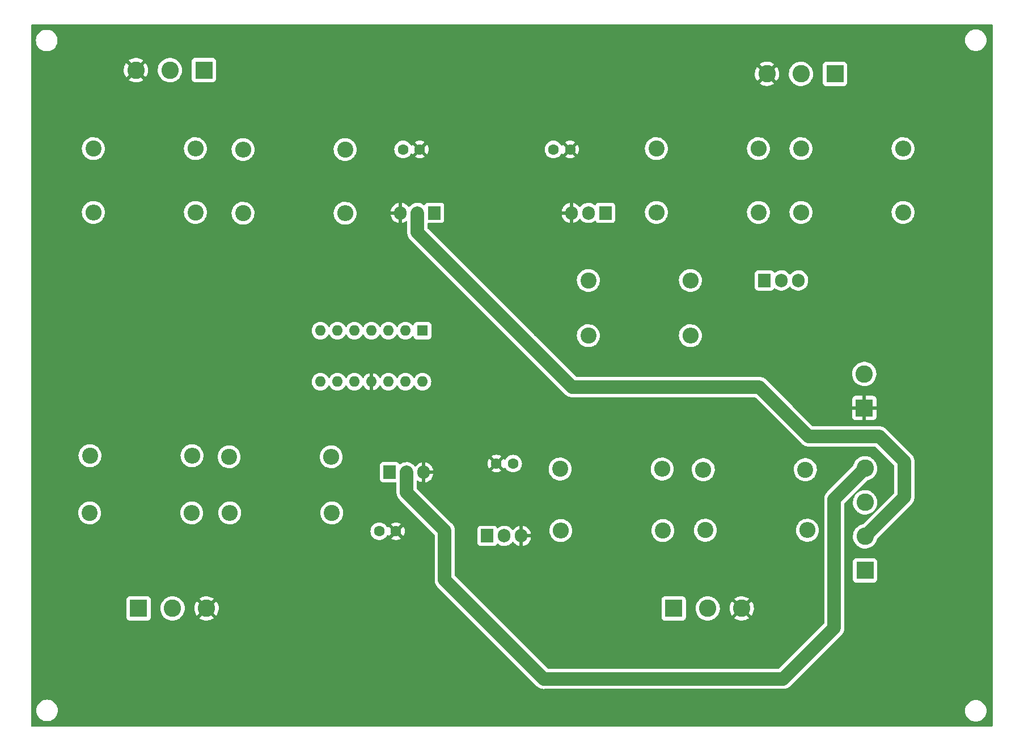
<source format=gbr>
%TF.GenerationSoftware,KiCad,Pcbnew,(6.0.0-0)*%
%TF.CreationDate,2022-02-21T15:28:17-05:00*%
%TF.ProjectId,lm224-3lows-1hi,6c6d3232-342d-4336-9c6f-77732d316869,rev?*%
%TF.SameCoordinates,Original*%
%TF.FileFunction,Copper,L2,Bot*%
%TF.FilePolarity,Positive*%
%FSLAX46Y46*%
G04 Gerber Fmt 4.6, Leading zero omitted, Abs format (unit mm)*
G04 Created by KiCad (PCBNEW (6.0.0-0)) date 2022-02-21 15:28:17*
%MOMM*%
%LPD*%
G01*
G04 APERTURE LIST*
%TA.AperFunction,ComponentPad*%
%ADD10R,1.905000X2.000000*%
%TD*%
%TA.AperFunction,ComponentPad*%
%ADD11O,1.905000X2.000000*%
%TD*%
%TA.AperFunction,ComponentPad*%
%ADD12C,2.400000*%
%TD*%
%TA.AperFunction,ComponentPad*%
%ADD13O,2.400000X2.400000*%
%TD*%
%TA.AperFunction,ComponentPad*%
%ADD14R,2.600000X2.600000*%
%TD*%
%TA.AperFunction,ComponentPad*%
%ADD15C,2.600000*%
%TD*%
%TA.AperFunction,ComponentPad*%
%ADD16C,1.600000*%
%TD*%
%TA.AperFunction,ComponentPad*%
%ADD17R,1.600000X1.600000*%
%TD*%
%TA.AperFunction,ComponentPad*%
%ADD18O,1.600000X1.600000*%
%TD*%
%TA.AperFunction,Conductor*%
%ADD19C,2.000000*%
%TD*%
G04 APERTURE END LIST*
D10*
%TO.P,Q3,1,G*%
%TO.N,Net-(Q3-Pad1)*%
X262509000Y-38735000D03*
D11*
%TO.P,Q3,2,D*%
%TO.N,Net-(J2-Pad1)*%
X265049000Y-38735000D03*
%TO.P,Q3,3,S*%
%TO.N,+12V*%
X267589000Y-38735000D03*
%TD*%
D12*
%TO.P,R11,1*%
%TO.N,Net-(R11-Pad1)*%
X161747200Y-73456800D03*
D13*
%TO.P,R11,2*%
%TO.N,Net-(R11-Pad2)*%
X176987200Y-73456800D03*
%TD*%
D12*
%TO.P,R16,1*%
%TO.N,Net-(C4-Pad1)*%
X232003600Y-66903600D03*
D13*
%TO.P,R16,2*%
%TO.N,Net-(R15-Pad2)*%
X247243600Y-66903600D03*
%TD*%
D14*
%TO.P,J1,1,Pin_1*%
%TO.N,GND*%
X277419000Y-57790000D03*
D15*
%TO.P,J1,2,Pin_2*%
%TO.N,+12V*%
X277419000Y-52710000D03*
%TD*%
D14*
%TO.P,RV2,1,1*%
%TO.N,+12V*%
X178821000Y-7315000D03*
D15*
%TO.P,RV2,2,2*%
%TO.N,Net-(R2-Pad1)*%
X173741000Y-7315000D03*
%TO.P,RV2,3,3*%
%TO.N,GND*%
X168661000Y-7315000D03*
%TD*%
D16*
%TO.P,C1,1*%
%TO.N,Net-(C1-Pad1)*%
X231013000Y-19177000D03*
%TO.P,C1,2*%
%TO.N,GND*%
X233513000Y-19177000D03*
%TD*%
D12*
%TO.P,R5,1*%
%TO.N,Net-(R2-Pad2)*%
X177546000Y-28575000D03*
D13*
%TO.P,R5,2*%
%TO.N,Net-(R5-Pad2)*%
X162306000Y-28575000D03*
%TD*%
D12*
%TO.P,R14,1*%
%TO.N,Net-(C3-Pad1)*%
X197916800Y-73456800D03*
D13*
%TO.P,R14,2*%
%TO.N,Net-(R13-Pad2)*%
X182676800Y-73456800D03*
%TD*%
D12*
%TO.P,R7,1*%
%TO.N,Net-(R3-Pad2)*%
X261620000Y-28575000D03*
D13*
%TO.P,R7,2*%
%TO.N,Net-(Q1-Pad1)*%
X246380000Y-28575000D03*
%TD*%
D12*
%TO.P,R12,1*%
%TO.N,Net-(R12-Pad1)*%
X253695200Y-76047600D03*
D13*
%TO.P,R12,2*%
%TO.N,Net-(R12-Pad2)*%
X268935200Y-76047600D03*
%TD*%
D12*
%TO.P,R15,1*%
%TO.N,Net-(R12-Pad2)*%
X268630400Y-67005200D03*
D13*
%TO.P,R15,2*%
%TO.N,Net-(R15-Pad2)*%
X253390400Y-67005200D03*
%TD*%
D12*
%TO.P,R8,1*%
%TO.N,Net-(R5-Pad2)*%
X184658000Y-28702000D03*
D13*
%TO.P,R8,2*%
%TO.N,Net-(Q2-Pad1)*%
X199898000Y-28702000D03*
%TD*%
D12*
%TO.P,R18,1*%
%TO.N,Net-(R15-Pad2)*%
X247345200Y-76098400D03*
D13*
%TO.P,R18,2*%
%TO.N,Net-(Q5-Pad1)*%
X232105200Y-76098400D03*
%TD*%
D16*
%TO.P,C2,1*%
%TO.N,Net-(C2-Pad1)*%
X208554000Y-19177000D03*
%TO.P,C2,2*%
%TO.N,GND*%
X211054000Y-19177000D03*
%TD*%
D14*
%TO.P,RV1,1,1*%
%TO.N,+12V*%
X273050000Y-7874000D03*
D15*
%TO.P,RV1,2,2*%
%TO.N,Net-(R1-Pad1)*%
X267970000Y-7874000D03*
%TO.P,RV1,3,3*%
%TO.N,GND*%
X262890000Y-7874000D03*
%TD*%
D12*
%TO.P,R2,1*%
%TO.N,Net-(R2-Pad1)*%
X162306000Y-19050000D03*
D13*
%TO.P,R2,2*%
%TO.N,Net-(R2-Pad2)*%
X177546000Y-19050000D03*
%TD*%
D10*
%TO.P,Q2,1,G*%
%TO.N,Net-(Q2-Pad1)*%
X213233000Y-28646000D03*
D11*
%TO.P,Q2,2,D*%
%TO.N,Net-(J2-Pad2)*%
X210693000Y-28646000D03*
%TO.P,Q2,3,S*%
%TO.N,GND*%
X208153000Y-28646000D03*
%TD*%
D12*
%TO.P,R10,1*%
%TO.N,Net-(Q1-Pad2)*%
X236220000Y-38735000D03*
D13*
%TO.P,R10,2*%
%TO.N,Net-(Q3-Pad1)*%
X251460000Y-38735000D03*
%TD*%
D12*
%TO.P,R1,1*%
%TO.N,Net-(R1-Pad1)*%
X267970000Y-19050000D03*
D13*
%TO.P,R1,2*%
%TO.N,Net-(R1-Pad2)*%
X283210000Y-19050000D03*
%TD*%
D16*
%TO.P,C4,1*%
%TO.N,Net-(C4-Pad1)*%
X224993200Y-66090800D03*
%TO.P,C4,2*%
%TO.N,GND*%
X222493200Y-66090800D03*
%TD*%
D12*
%TO.P,R17,1*%
%TO.N,Net-(R13-Pad2)*%
X182575200Y-65074800D03*
D13*
%TO.P,R17,2*%
%TO.N,Net-(Q4-Pad1)*%
X197815200Y-65074800D03*
%TD*%
D10*
%TO.P,Q1,1,G*%
%TO.N,Net-(Q1-Pad1)*%
X238760000Y-28646000D03*
D11*
%TO.P,Q1,2,D*%
%TO.N,Net-(Q1-Pad2)*%
X236220000Y-28646000D03*
%TO.P,Q1,3,S*%
%TO.N,GND*%
X233680000Y-28646000D03*
%TD*%
D12*
%TO.P,R6,1*%
%TO.N,Net-(C2-Pad1)*%
X199898000Y-19177000D03*
D13*
%TO.P,R6,2*%
%TO.N,Net-(R5-Pad2)*%
X184658000Y-19177000D03*
%TD*%
D16*
%TO.P,C3,1*%
%TO.N,Net-(C3-Pad1)*%
X204998000Y-76200000D03*
%TO.P,C3,2*%
%TO.N,GND*%
X207498000Y-76200000D03*
%TD*%
D12*
%TO.P,R4,1*%
%TO.N,Net-(C1-Pad1)*%
X246380000Y-19050000D03*
D13*
%TO.P,R4,2*%
%TO.N,Net-(R3-Pad2)*%
X261620000Y-19050000D03*
%TD*%
D12*
%TO.P,R3,1*%
%TO.N,Net-(R1-Pad2)*%
X283210000Y-28575000D03*
D13*
%TO.P,R3,2*%
%TO.N,Net-(R3-Pad2)*%
X267970000Y-28575000D03*
%TD*%
D12*
%TO.P,R13,1*%
%TO.N,Net-(R11-Pad2)*%
X161798000Y-64922400D03*
D13*
%TO.P,R13,2*%
%TO.N,Net-(R13-Pad2)*%
X177038000Y-64922400D03*
%TD*%
D10*
%TO.P,Q5,1,G*%
%TO.N,Net-(Q5-Pad1)*%
X221132400Y-76891000D03*
D11*
%TO.P,Q5,2,D*%
%TO.N,Net-(J2-Pad3)*%
X223672400Y-76891000D03*
%TO.P,Q5,3,S*%
%TO.N,GND*%
X226212400Y-76891000D03*
%TD*%
D14*
%TO.P,J2,1,Pin_1*%
%TO.N,Net-(J2-Pad1)*%
X277546000Y-82042000D03*
D15*
%TO.P,J2,2,Pin_2*%
%TO.N,Net-(J2-Pad2)*%
X277546000Y-76962000D03*
%TO.P,J2,3,Pin_3*%
%TO.N,Net-(J2-Pad3)*%
X277546000Y-71882000D03*
%TO.P,J2,4,Pin_4*%
%TO.N,Net-(J2-Pad4)*%
X277546000Y-66802000D03*
%TD*%
D14*
%TO.P,RV3,1,1*%
%TO.N,+12V*%
X169057400Y-87731800D03*
D15*
%TO.P,RV3,2,2*%
%TO.N,Net-(R11-Pad1)*%
X174137400Y-87731800D03*
%TO.P,RV3,3,3*%
%TO.N,GND*%
X179217400Y-87731800D03*
%TD*%
D12*
%TO.P,R9,1*%
%TO.N,Net-(Q1-Pad2)*%
X236220000Y-46990000D03*
D13*
%TO.P,R9,2*%
%TO.N,+12V*%
X251460000Y-46990000D03*
%TD*%
D17*
%TO.P,U1,1*%
%TO.N,Net-(R3-Pad2)*%
X211460000Y-46238000D03*
D18*
%TO.P,U1,2*%
%TO.N,Net-(C1-Pad1)*%
X208920000Y-46238000D03*
%TO.P,U1,3*%
%TO.N,Net-(R1-Pad2)*%
X206380000Y-46238000D03*
%TO.P,U1,4,Vcc*%
%TO.N,+12V*%
X203840000Y-46238000D03*
%TO.P,U1,5*%
%TO.N,Net-(R2-Pad2)*%
X201300000Y-46238000D03*
%TO.P,U1,6*%
%TO.N,Net-(C2-Pad1)*%
X198760000Y-46238000D03*
%TO.P,U1,7*%
%TO.N,Net-(R5-Pad2)*%
X196220000Y-46238000D03*
%TO.P,U1,8*%
%TO.N,Net-(R13-Pad2)*%
X196220000Y-53858000D03*
%TO.P,U1,9*%
%TO.N,Net-(C3-Pad1)*%
X198760000Y-53858000D03*
%TO.P,U1,10*%
%TO.N,Net-(R11-Pad2)*%
X201300000Y-53858000D03*
%TO.P,U1,11,GND*%
%TO.N,GND*%
X203840000Y-53858000D03*
%TO.P,U1,12*%
%TO.N,Net-(R12-Pad2)*%
X206380000Y-53858000D03*
%TO.P,U1,13*%
%TO.N,Net-(C4-Pad1)*%
X208920000Y-53858000D03*
%TO.P,U1,14*%
%TO.N,Net-(R15-Pad2)*%
X211460000Y-53858000D03*
%TD*%
D10*
%TO.P,Q4,1,G*%
%TO.N,Net-(Q4-Pad1)*%
X206552800Y-67391400D03*
D11*
%TO.P,Q4,2,D*%
%TO.N,Net-(J2-Pad4)*%
X209092800Y-67391400D03*
%TO.P,Q4,3,S*%
%TO.N,GND*%
X211632800Y-67391400D03*
%TD*%
D14*
%TO.P,RV4,1,1*%
%TO.N,+12V*%
X248965800Y-87731800D03*
D15*
%TO.P,RV4,2,2*%
%TO.N,Net-(R12-Pad1)*%
X254045800Y-87731800D03*
%TO.P,RV4,3,3*%
%TO.N,GND*%
X259125800Y-87731800D03*
%TD*%
D19*
%TO.N,Net-(J2-Pad2)*%
X283413200Y-71094800D02*
X283413200Y-65786000D01*
X279654000Y-62026800D02*
X269138400Y-62026800D01*
X261772400Y-54660800D02*
X233802800Y-54660800D01*
X210693000Y-31551000D02*
X233802800Y-54660800D01*
X277546000Y-76962000D02*
X283413200Y-71094800D01*
X210693000Y-28646000D02*
X210693000Y-31551000D01*
X269138400Y-62026800D02*
X261772400Y-54660800D01*
X283413200Y-65786000D02*
X279654000Y-62026800D01*
%TO.N,Net-(J2-Pad4)*%
X209092800Y-67391400D02*
X209092800Y-70391400D01*
X209092800Y-70391400D02*
X214782400Y-76081000D01*
X272948400Y-90627200D02*
X272948400Y-71399600D01*
X272948400Y-71399600D02*
X277546000Y-66802000D01*
X265328400Y-98247200D02*
X272948400Y-90627200D01*
X229565200Y-98247200D02*
X265328400Y-98247200D01*
X214782400Y-83464400D02*
X229565200Y-98247200D01*
X214782400Y-76081000D02*
X214782400Y-83464400D01*
%TD*%
%TA.AperFunction,Conductor*%
%TO.N,GND*%
G36*
X296563321Y-528002D02*
G01*
X296609814Y-581658D01*
X296621200Y-634000D01*
X296621200Y-105233200D01*
X296601198Y-105301321D01*
X296547542Y-105347814D01*
X296495200Y-105359200D01*
X153135600Y-105359200D01*
X153067479Y-105339198D01*
X153020986Y-105285542D01*
X153009600Y-105233200D01*
X153009600Y-102971600D01*
X153783726Y-102971600D01*
X153803591Y-103224003D01*
X153862695Y-103470191D01*
X153959584Y-103704102D01*
X154091872Y-103919976D01*
X154256302Y-104112498D01*
X154448824Y-104276928D01*
X154664698Y-104409216D01*
X154669268Y-104411109D01*
X154669272Y-104411111D01*
X154894036Y-104504211D01*
X154898609Y-104506105D01*
X154983232Y-104526421D01*
X155139984Y-104564054D01*
X155139990Y-104564055D01*
X155144797Y-104565209D01*
X155244616Y-104573065D01*
X155331545Y-104579907D01*
X155331552Y-104579907D01*
X155334001Y-104580100D01*
X155460399Y-104580100D01*
X155462848Y-104579907D01*
X155462855Y-104579907D01*
X155549784Y-104573065D01*
X155649603Y-104565209D01*
X155654410Y-104564055D01*
X155654416Y-104564054D01*
X155811168Y-104526421D01*
X155895791Y-104506105D01*
X155900364Y-104504211D01*
X156125128Y-104411111D01*
X156125132Y-104411109D01*
X156129702Y-104409216D01*
X156345576Y-104276928D01*
X156538098Y-104112498D01*
X156702528Y-103919976D01*
X156834816Y-103704102D01*
X156931705Y-103470191D01*
X156990809Y-103224003D01*
X157006676Y-103022400D01*
X292467726Y-103022400D01*
X292487591Y-103274803D01*
X292546695Y-103520991D01*
X292643584Y-103754902D01*
X292775872Y-103970776D01*
X292940302Y-104163298D01*
X293132824Y-104327728D01*
X293348698Y-104460016D01*
X293353268Y-104461909D01*
X293353272Y-104461911D01*
X293462755Y-104507260D01*
X293582609Y-104556905D01*
X293667232Y-104577221D01*
X293823984Y-104614854D01*
X293823990Y-104614855D01*
X293828797Y-104616009D01*
X293928616Y-104623865D01*
X294015545Y-104630707D01*
X294015552Y-104630707D01*
X294018001Y-104630900D01*
X294144399Y-104630900D01*
X294146848Y-104630707D01*
X294146855Y-104630707D01*
X294233784Y-104623865D01*
X294333603Y-104616009D01*
X294338410Y-104614855D01*
X294338416Y-104614854D01*
X294495168Y-104577221D01*
X294579791Y-104556905D01*
X294699645Y-104507260D01*
X294809128Y-104461911D01*
X294809132Y-104461909D01*
X294813702Y-104460016D01*
X295029576Y-104327728D01*
X295222098Y-104163298D01*
X295386528Y-103970776D01*
X295518816Y-103754902D01*
X295615705Y-103520991D01*
X295674809Y-103274803D01*
X295694674Y-103022400D01*
X295674809Y-102769997D01*
X295615705Y-102523809D01*
X295518816Y-102289898D01*
X295386528Y-102074024D01*
X295222098Y-101881502D01*
X295029576Y-101717072D01*
X294813702Y-101584784D01*
X294809132Y-101582891D01*
X294809128Y-101582889D01*
X294584364Y-101489789D01*
X294584362Y-101489788D01*
X294579791Y-101487895D01*
X294495168Y-101467579D01*
X294338416Y-101429946D01*
X294338410Y-101429945D01*
X294333603Y-101428791D01*
X294233784Y-101420935D01*
X294146855Y-101414093D01*
X294146848Y-101414093D01*
X294144399Y-101413900D01*
X294018001Y-101413900D01*
X294015552Y-101414093D01*
X294015545Y-101414093D01*
X293928616Y-101420935D01*
X293828797Y-101428791D01*
X293823990Y-101429945D01*
X293823984Y-101429946D01*
X293667232Y-101467579D01*
X293582609Y-101487895D01*
X293578038Y-101489788D01*
X293578036Y-101489789D01*
X293353272Y-101582889D01*
X293353268Y-101582891D01*
X293348698Y-101584784D01*
X293132824Y-101717072D01*
X292940302Y-101881502D01*
X292775872Y-102074024D01*
X292643584Y-102289898D01*
X292546695Y-102523809D01*
X292487591Y-102769997D01*
X292467726Y-103022400D01*
X157006676Y-103022400D01*
X157010674Y-102971600D01*
X156990809Y-102719197D01*
X156931705Y-102473009D01*
X156834816Y-102239098D01*
X156702528Y-102023224D01*
X156538098Y-101830702D01*
X156345576Y-101666272D01*
X156129702Y-101533984D01*
X156125132Y-101532091D01*
X156125128Y-101532089D01*
X155900364Y-101438989D01*
X155900362Y-101438988D01*
X155895791Y-101437095D01*
X155799176Y-101413900D01*
X155654416Y-101379146D01*
X155654410Y-101379145D01*
X155649603Y-101377991D01*
X155549784Y-101370135D01*
X155462855Y-101363293D01*
X155462848Y-101363293D01*
X155460399Y-101363100D01*
X155334001Y-101363100D01*
X155331552Y-101363293D01*
X155331545Y-101363293D01*
X155244616Y-101370135D01*
X155144797Y-101377991D01*
X155139990Y-101379145D01*
X155139984Y-101379146D01*
X154995224Y-101413900D01*
X154898609Y-101437095D01*
X154894038Y-101438988D01*
X154894036Y-101438989D01*
X154669272Y-101532089D01*
X154669268Y-101532091D01*
X154664698Y-101533984D01*
X154448824Y-101666272D01*
X154256302Y-101830702D01*
X154091872Y-102023224D01*
X153959584Y-102239098D01*
X153862695Y-102473009D01*
X153803591Y-102719197D01*
X153783726Y-102971600D01*
X153009600Y-102971600D01*
X153009600Y-89079934D01*
X167248900Y-89079934D01*
X167255655Y-89142116D01*
X167306785Y-89278505D01*
X167394139Y-89395061D01*
X167510695Y-89482415D01*
X167647084Y-89533545D01*
X167709266Y-89540300D01*
X170405534Y-89540300D01*
X170467716Y-89533545D01*
X170604105Y-89482415D01*
X170720661Y-89395061D01*
X170808015Y-89278505D01*
X170859145Y-89142116D01*
X170865900Y-89079934D01*
X170865900Y-87684326D01*
X172324450Y-87684326D01*
X172324674Y-87688992D01*
X172324674Y-87688997D01*
X172327346Y-87744612D01*
X172337347Y-87952819D01*
X172389788Y-88216456D01*
X172480620Y-88469446D01*
X172607850Y-88706231D01*
X172610641Y-88709968D01*
X172610645Y-88709975D01*
X172686805Y-88811965D01*
X172768681Y-88921610D01*
X172771990Y-88924890D01*
X172771995Y-88924896D01*
X172956263Y-89107562D01*
X172959580Y-89110850D01*
X172963342Y-89113608D01*
X172963345Y-89113611D01*
X173075137Y-89195580D01*
X173176354Y-89269795D01*
X173180489Y-89271971D01*
X173180493Y-89271973D01*
X173410098Y-89392775D01*
X173414240Y-89394954D01*
X173668013Y-89483575D01*
X173672606Y-89484447D01*
X173927509Y-89532842D01*
X173927512Y-89532842D01*
X173932098Y-89533713D01*
X174059770Y-89538729D01*
X174196025Y-89544083D01*
X174196030Y-89544083D01*
X174200693Y-89544266D01*
X174305007Y-89532842D01*
X174463244Y-89515513D01*
X174463250Y-89515512D01*
X174467897Y-89515003D01*
X174472421Y-89513812D01*
X174723318Y-89447756D01*
X174723320Y-89447755D01*
X174727841Y-89446565D01*
X174835195Y-89400442D01*
X174970520Y-89342302D01*
X174970522Y-89342301D01*
X174974814Y-89340457D01*
X175094151Y-89266609D01*
X175199417Y-89201469D01*
X175199421Y-89201466D01*
X175203390Y-89199010D01*
X175229737Y-89176706D01*
X178137239Y-89176706D01*
X178145953Y-89188227D01*
X178252852Y-89266609D01*
X178260751Y-89271545D01*
X178490305Y-89392319D01*
X178498854Y-89396036D01*
X178743727Y-89481549D01*
X178752736Y-89483963D01*
X179007566Y-89532344D01*
X179016823Y-89533398D01*
X179276007Y-89543583D01*
X179285321Y-89543257D01*
X179543153Y-89515020D01*
X179552330Y-89513319D01*
X179803158Y-89447281D01*
X179811974Y-89444245D01*
X180050280Y-89341862D01*
X180058567Y-89337548D01*
X180279118Y-89201066D01*
X180286668Y-89195580D01*
X180291959Y-89191101D01*
X180300397Y-89178297D01*
X180294335Y-89167945D01*
X179230212Y-88103822D01*
X179216268Y-88096208D01*
X179214435Y-88096339D01*
X179207820Y-88100590D01*
X178143897Y-89164513D01*
X178137239Y-89176706D01*
X175229737Y-89176706D01*
X175408549Y-89025330D01*
X175585782Y-88823234D01*
X175593031Y-88811965D01*
X175728669Y-88601091D01*
X175731197Y-88597161D01*
X175841599Y-88352078D01*
X175878647Y-88220717D01*
X175913293Y-88097872D01*
X175913294Y-88097869D01*
X175914563Y-88093368D01*
X175932443Y-87952819D01*
X175948088Y-87829845D01*
X175948088Y-87829841D01*
X175948486Y-87826715D01*
X175948570Y-87823533D01*
X175949877Y-87773579D01*
X175950971Y-87731800D01*
X175947791Y-87689011D01*
X177405175Y-87689011D01*
X177417620Y-87948088D01*
X177418756Y-87957343D01*
X177469361Y-88211745D01*
X177471849Y-88220717D01*
X177559495Y-88464833D01*
X177563295Y-88473368D01*
X177686058Y-88701842D01*
X177691066Y-88709704D01*
X177761120Y-88803516D01*
X177772379Y-88811965D01*
X177784797Y-88805193D01*
X178845378Y-87744612D01*
X178851756Y-87732932D01*
X179581808Y-87732932D01*
X179581939Y-87734765D01*
X179586190Y-87741380D01*
X180653494Y-88808684D01*
X180665874Y-88815444D01*
X180674215Y-88809200D01*
X180808232Y-88600848D01*
X180812675Y-88592664D01*
X180919207Y-88356170D01*
X180922397Y-88347405D01*
X180992802Y-88097772D01*
X180994662Y-88088630D01*
X181027587Y-87829819D01*
X181028068Y-87823533D01*
X181030387Y-87734960D01*
X181030236Y-87728651D01*
X181010901Y-87468463D01*
X181009525Y-87459257D01*
X180952278Y-87206267D01*
X180949554Y-87197356D01*
X180855543Y-86955606D01*
X180851532Y-86947197D01*
X180722822Y-86722002D01*
X180717611Y-86714276D01*
X180674396Y-86659458D01*
X180662471Y-86650987D01*
X180650937Y-86657473D01*
X179589422Y-87718988D01*
X179581808Y-87732932D01*
X178851756Y-87732932D01*
X178852992Y-87730668D01*
X178852861Y-87728835D01*
X178848610Y-87722220D01*
X177783216Y-86656826D01*
X177769907Y-86649558D01*
X177759872Y-86656678D01*
X177744337Y-86675356D01*
X177738931Y-86682935D01*
X177604365Y-86904691D01*
X177600136Y-86912992D01*
X177499832Y-87152189D01*
X177496871Y-87161039D01*
X177433028Y-87412425D01*
X177431406Y-87421622D01*
X177405420Y-87679685D01*
X177405175Y-87689011D01*
X175947791Y-87689011D01*
X175931050Y-87463737D01*
X175930019Y-87459179D01*
X175872761Y-87206131D01*
X175872760Y-87206126D01*
X175871727Y-87201563D01*
X175774302Y-86951038D01*
X175640918Y-86717664D01*
X175593468Y-86657473D01*
X175574816Y-86633814D01*
X175474505Y-86506569D01*
X175278717Y-86322391D01*
X175224082Y-86284489D01*
X178134502Y-86284489D01*
X178139075Y-86294265D01*
X179204588Y-87359778D01*
X179218532Y-87367392D01*
X179220365Y-87367261D01*
X179226980Y-87363010D01*
X180291749Y-86298241D01*
X180298133Y-86286551D01*
X180288721Y-86274441D01*
X180141445Y-86172271D01*
X180133410Y-86167538D01*
X179900776Y-86052816D01*
X179892143Y-86049328D01*
X179645103Y-85970250D01*
X179636043Y-85968074D01*
X179380030Y-85926380D01*
X179370743Y-85925568D01*
X179111392Y-85922173D01*
X179102081Y-85922743D01*
X178845082Y-85957719D01*
X178835946Y-85959660D01*
X178586943Y-86032239D01*
X178578200Y-86035507D01*
X178342652Y-86144096D01*
X178334497Y-86148616D01*
X178143640Y-86273747D01*
X178134502Y-86284489D01*
X175224082Y-86284489D01*
X175080807Y-86185095D01*
X175061699Y-86171839D01*
X175061696Y-86171837D01*
X175057857Y-86169174D01*
X175016170Y-86148616D01*
X174820964Y-86052351D01*
X174820961Y-86052350D01*
X174816776Y-86050286D01*
X174770607Y-86035507D01*
X174591057Y-85978033D01*
X174560770Y-85968338D01*
X174556163Y-85967588D01*
X174556160Y-85967587D01*
X174342737Y-85932829D01*
X174295463Y-85925130D01*
X174165119Y-85923424D01*
X174031361Y-85921673D01*
X174031358Y-85921673D01*
X174026684Y-85921612D01*
X173760337Y-85957860D01*
X173755851Y-85959168D01*
X173755849Y-85959168D01*
X173691126Y-85978033D01*
X173502274Y-86033078D01*
X173258163Y-86145615D01*
X173254254Y-86148178D01*
X173037281Y-86290431D01*
X173037276Y-86290435D01*
X173033368Y-86292997D01*
X172832826Y-86471988D01*
X172660944Y-86678654D01*
X172521496Y-86908456D01*
X172519687Y-86912770D01*
X172519685Y-86912774D01*
X172503640Y-86951038D01*
X172417548Y-87156345D01*
X172351381Y-87416877D01*
X172324450Y-87684326D01*
X170865900Y-87684326D01*
X170865900Y-86383666D01*
X170859145Y-86321484D01*
X170808015Y-86185095D01*
X170720661Y-86068539D01*
X170604105Y-85981185D01*
X170467716Y-85930055D01*
X170405534Y-85923300D01*
X167709266Y-85923300D01*
X167647084Y-85930055D01*
X167510695Y-85981185D01*
X167394139Y-86068539D01*
X167306785Y-86185095D01*
X167255655Y-86321484D01*
X167248900Y-86383666D01*
X167248900Y-89079934D01*
X153009600Y-89079934D01*
X153009600Y-76200000D01*
X203684502Y-76200000D01*
X203704457Y-76428087D01*
X203705881Y-76433400D01*
X203705881Y-76433402D01*
X203759277Y-76632675D01*
X203763716Y-76649243D01*
X203766039Y-76654224D01*
X203766039Y-76654225D01*
X203858151Y-76851762D01*
X203858154Y-76851767D01*
X203860477Y-76856749D01*
X203905763Y-76921424D01*
X203972737Y-77017072D01*
X203991802Y-77044300D01*
X204153700Y-77206198D01*
X204158208Y-77209355D01*
X204158211Y-77209357D01*
X204170686Y-77218092D01*
X204341251Y-77337523D01*
X204346233Y-77339846D01*
X204346238Y-77339849D01*
X204477801Y-77401197D01*
X204548757Y-77434284D01*
X204554065Y-77435706D01*
X204554067Y-77435707D01*
X204764598Y-77492119D01*
X204764600Y-77492119D01*
X204769913Y-77493543D01*
X204998000Y-77513498D01*
X205226087Y-77493543D01*
X205231400Y-77492119D01*
X205231402Y-77492119D01*
X205441933Y-77435707D01*
X205441935Y-77435706D01*
X205447243Y-77434284D01*
X205518199Y-77401197D01*
X205649762Y-77339849D01*
X205649767Y-77339846D01*
X205654749Y-77337523D01*
X205728243Y-77286062D01*
X206776493Y-77286062D01*
X206785789Y-77298077D01*
X206836994Y-77333931D01*
X206846489Y-77339414D01*
X207043947Y-77431490D01*
X207054239Y-77435236D01*
X207264688Y-77491625D01*
X207275481Y-77493528D01*
X207492525Y-77512517D01*
X207503475Y-77512517D01*
X207720519Y-77493528D01*
X207731312Y-77491625D01*
X207941761Y-77435236D01*
X207952053Y-77431490D01*
X208149511Y-77339414D01*
X208159006Y-77333931D01*
X208211048Y-77297491D01*
X208219424Y-77287012D01*
X208212356Y-77273566D01*
X207510812Y-76572022D01*
X207496868Y-76564408D01*
X207495035Y-76564539D01*
X207488420Y-76568790D01*
X206782923Y-77274287D01*
X206776493Y-77286062D01*
X205728243Y-77286062D01*
X205825314Y-77218092D01*
X205837789Y-77209357D01*
X205837792Y-77209355D01*
X205842300Y-77206198D01*
X206004198Y-77044300D01*
X206023264Y-77017072D01*
X206091796Y-76919197D01*
X206135523Y-76856749D01*
X206137847Y-76851765D01*
X206139171Y-76849472D01*
X206190553Y-76800479D01*
X206260267Y-76787043D01*
X206326178Y-76813429D01*
X206357409Y-76849472D01*
X206364066Y-76861002D01*
X206400509Y-76913048D01*
X206410988Y-76921424D01*
X206424434Y-76914356D01*
X207125978Y-76212812D01*
X207132356Y-76201132D01*
X207862408Y-76201132D01*
X207862539Y-76202965D01*
X207866790Y-76209580D01*
X208572287Y-76915077D01*
X208584062Y-76921507D01*
X208596077Y-76912211D01*
X208631931Y-76861006D01*
X208637414Y-76851511D01*
X208729490Y-76654053D01*
X208733236Y-76643761D01*
X208789625Y-76433312D01*
X208791528Y-76422519D01*
X208810517Y-76205475D01*
X208810517Y-76194525D01*
X208791528Y-75977481D01*
X208789625Y-75966688D01*
X208733236Y-75756239D01*
X208729490Y-75745947D01*
X208637414Y-75548489D01*
X208631931Y-75538994D01*
X208595491Y-75486952D01*
X208585012Y-75478576D01*
X208571566Y-75485644D01*
X207870022Y-76187188D01*
X207862408Y-76201132D01*
X207132356Y-76201132D01*
X207133592Y-76198868D01*
X207133461Y-76197035D01*
X207129210Y-76190420D01*
X206423713Y-75484923D01*
X206411938Y-75478493D01*
X206399923Y-75487789D01*
X206364066Y-75538998D01*
X206357409Y-75550528D01*
X206306027Y-75599521D01*
X206236313Y-75612958D01*
X206170402Y-75586571D01*
X206139171Y-75550528D01*
X206137847Y-75548235D01*
X206135523Y-75543251D01*
X206052878Y-75425222D01*
X206007357Y-75360211D01*
X206007355Y-75360208D01*
X206004198Y-75355700D01*
X205842300Y-75193802D01*
X205837792Y-75190645D01*
X205837789Y-75190643D01*
X205726886Y-75112988D01*
X206776576Y-75112988D01*
X206783644Y-75126434D01*
X207485188Y-75827978D01*
X207499132Y-75835592D01*
X207500965Y-75835461D01*
X207507580Y-75831210D01*
X208213077Y-75125713D01*
X208219507Y-75113938D01*
X208210211Y-75101923D01*
X208159006Y-75066069D01*
X208149511Y-75060586D01*
X207952053Y-74968510D01*
X207941761Y-74964764D01*
X207731312Y-74908375D01*
X207720519Y-74906472D01*
X207503475Y-74887483D01*
X207492525Y-74887483D01*
X207275481Y-74906472D01*
X207264688Y-74908375D01*
X207054239Y-74964764D01*
X207043947Y-74968510D01*
X206846489Y-75060586D01*
X206836994Y-75066069D01*
X206784952Y-75102509D01*
X206776576Y-75112988D01*
X205726886Y-75112988D01*
X205725836Y-75112253D01*
X205654749Y-75062477D01*
X205649767Y-75060154D01*
X205649762Y-75060151D01*
X205452225Y-74968039D01*
X205452224Y-74968039D01*
X205447243Y-74965716D01*
X205441935Y-74964294D01*
X205441933Y-74964293D01*
X205231402Y-74907881D01*
X205231400Y-74907881D01*
X205226087Y-74906457D01*
X204998000Y-74886502D01*
X204769913Y-74906457D01*
X204764600Y-74907881D01*
X204764598Y-74907881D01*
X204554067Y-74964293D01*
X204554065Y-74964294D01*
X204548757Y-74965716D01*
X204543776Y-74968039D01*
X204543775Y-74968039D01*
X204346238Y-75060151D01*
X204346233Y-75060154D01*
X204341251Y-75062477D01*
X204270164Y-75112253D01*
X204158211Y-75190643D01*
X204158208Y-75190645D01*
X204153700Y-75193802D01*
X203991802Y-75355700D01*
X203988645Y-75360208D01*
X203988643Y-75360211D01*
X203949144Y-75416622D01*
X203860477Y-75543251D01*
X203858154Y-75548233D01*
X203858151Y-75548238D01*
X203766039Y-75745775D01*
X203763716Y-75750757D01*
X203762294Y-75756065D01*
X203762293Y-75756067D01*
X203705881Y-75966598D01*
X203704457Y-75971913D01*
X203684502Y-76200000D01*
X153009600Y-76200000D01*
X153009600Y-73411951D01*
X160034496Y-73411951D01*
X160034720Y-73416617D01*
X160034720Y-73416622D01*
X160034882Y-73419995D01*
X160046680Y-73665598D01*
X160096221Y-73914657D01*
X160097800Y-73919055D01*
X160097802Y-73919062D01*
X160142222Y-74042780D01*
X160182031Y-74153658D01*
X160184248Y-74157784D01*
X160283005Y-74341580D01*
X160302225Y-74377351D01*
X160305020Y-74381094D01*
X160305022Y-74381097D01*
X160451371Y-74577082D01*
X160451376Y-74577088D01*
X160454163Y-74580820D01*
X160457472Y-74584100D01*
X160457477Y-74584106D01*
X160590652Y-74716123D01*
X160634507Y-74759597D01*
X160638269Y-74762355D01*
X160638272Y-74762358D01*
X160812514Y-74890117D01*
X160839294Y-74909753D01*
X160843429Y-74911929D01*
X160843433Y-74911931D01*
X160950077Y-74968039D01*
X161064027Y-75027991D01*
X161173066Y-75066069D01*
X161291661Y-75107484D01*
X161303768Y-75111712D01*
X161553250Y-75159078D01*
X161673732Y-75163811D01*
X161802325Y-75168864D01*
X161802330Y-75168864D01*
X161806993Y-75169047D01*
X161905974Y-75158207D01*
X162054769Y-75141912D01*
X162054775Y-75141911D01*
X162059422Y-75141402D01*
X162119013Y-75125713D01*
X162300473Y-75077938D01*
X162304993Y-75076748D01*
X162423553Y-75025811D01*
X162534007Y-74978357D01*
X162534010Y-74978355D01*
X162538310Y-74976508D01*
X162542290Y-74974045D01*
X162542294Y-74974043D01*
X162750264Y-74845347D01*
X162750266Y-74845345D01*
X162754247Y-74842882D01*
X162852628Y-74759597D01*
X162944489Y-74681831D01*
X162944491Y-74681829D01*
X162948062Y-74678806D01*
X163115495Y-74487884D01*
X163143228Y-74444769D01*
X163250341Y-74278242D01*
X163252869Y-74274312D01*
X163357167Y-74042780D01*
X163426096Y-73798375D01*
X163458143Y-73546467D01*
X163458235Y-73542975D01*
X163460408Y-73459960D01*
X163460491Y-73456800D01*
X163457756Y-73419995D01*
X163457158Y-73411951D01*
X175274496Y-73411951D01*
X175274720Y-73416617D01*
X175274720Y-73416622D01*
X175274882Y-73419995D01*
X175286680Y-73665598D01*
X175336221Y-73914657D01*
X175337800Y-73919055D01*
X175337802Y-73919062D01*
X175382222Y-74042780D01*
X175422031Y-74153658D01*
X175424248Y-74157784D01*
X175523005Y-74341580D01*
X175542225Y-74377351D01*
X175545020Y-74381094D01*
X175545022Y-74381097D01*
X175691371Y-74577082D01*
X175691376Y-74577088D01*
X175694163Y-74580820D01*
X175697472Y-74584100D01*
X175697477Y-74584106D01*
X175830652Y-74716123D01*
X175874507Y-74759597D01*
X175878269Y-74762355D01*
X175878272Y-74762358D01*
X176052514Y-74890117D01*
X176079294Y-74909753D01*
X176083429Y-74911929D01*
X176083433Y-74911931D01*
X176190077Y-74968039D01*
X176304027Y-75027991D01*
X176413066Y-75066069D01*
X176531661Y-75107484D01*
X176543768Y-75111712D01*
X176793250Y-75159078D01*
X176913732Y-75163811D01*
X177042325Y-75168864D01*
X177042330Y-75168864D01*
X177046993Y-75169047D01*
X177145974Y-75158207D01*
X177294769Y-75141912D01*
X177294775Y-75141911D01*
X177299422Y-75141402D01*
X177359013Y-75125713D01*
X177540473Y-75077938D01*
X177544993Y-75076748D01*
X177663553Y-75025811D01*
X177774007Y-74978357D01*
X177774010Y-74978355D01*
X177778310Y-74976508D01*
X177782290Y-74974045D01*
X177782294Y-74974043D01*
X177990264Y-74845347D01*
X177990266Y-74845345D01*
X177994247Y-74842882D01*
X178092628Y-74759597D01*
X178184489Y-74681831D01*
X178184491Y-74681829D01*
X178188062Y-74678806D01*
X178355495Y-74487884D01*
X178383228Y-74444769D01*
X178490341Y-74278242D01*
X178492869Y-74274312D01*
X178597167Y-74042780D01*
X178666096Y-73798375D01*
X178698143Y-73546467D01*
X178698235Y-73542975D01*
X178700408Y-73459960D01*
X178700491Y-73456800D01*
X178697756Y-73419995D01*
X178697158Y-73411951D01*
X180964096Y-73411951D01*
X180964320Y-73416617D01*
X180964320Y-73416622D01*
X180964482Y-73419995D01*
X180976280Y-73665598D01*
X181025821Y-73914657D01*
X181027400Y-73919055D01*
X181027402Y-73919062D01*
X181071822Y-74042780D01*
X181111631Y-74153658D01*
X181113848Y-74157784D01*
X181212605Y-74341580D01*
X181231825Y-74377351D01*
X181234620Y-74381094D01*
X181234622Y-74381097D01*
X181380971Y-74577082D01*
X181380976Y-74577088D01*
X181383763Y-74580820D01*
X181387072Y-74584100D01*
X181387077Y-74584106D01*
X181520252Y-74716123D01*
X181564107Y-74759597D01*
X181567869Y-74762355D01*
X181567872Y-74762358D01*
X181742114Y-74890117D01*
X181768894Y-74909753D01*
X181773029Y-74911929D01*
X181773033Y-74911931D01*
X181879677Y-74968039D01*
X181993627Y-75027991D01*
X182102666Y-75066069D01*
X182221261Y-75107484D01*
X182233368Y-75111712D01*
X182482850Y-75159078D01*
X182603332Y-75163811D01*
X182731925Y-75168864D01*
X182731930Y-75168864D01*
X182736593Y-75169047D01*
X182835574Y-75158207D01*
X182984369Y-75141912D01*
X182984375Y-75141911D01*
X182989022Y-75141402D01*
X183048613Y-75125713D01*
X183230073Y-75077938D01*
X183234593Y-75076748D01*
X183353153Y-75025811D01*
X183463607Y-74978357D01*
X183463610Y-74978355D01*
X183467910Y-74976508D01*
X183471890Y-74974045D01*
X183471894Y-74974043D01*
X183679864Y-74845347D01*
X183679866Y-74845345D01*
X183683847Y-74842882D01*
X183782228Y-74759597D01*
X183874089Y-74681831D01*
X183874091Y-74681829D01*
X183877662Y-74678806D01*
X184045095Y-74487884D01*
X184072828Y-74444769D01*
X184179941Y-74278242D01*
X184182469Y-74274312D01*
X184286767Y-74042780D01*
X184355696Y-73798375D01*
X184387743Y-73546467D01*
X184387835Y-73542975D01*
X184390008Y-73459960D01*
X184390091Y-73456800D01*
X184387356Y-73419995D01*
X184386758Y-73411951D01*
X196204096Y-73411951D01*
X196204320Y-73416617D01*
X196204320Y-73416622D01*
X196204482Y-73419995D01*
X196216280Y-73665598D01*
X196265821Y-73914657D01*
X196267400Y-73919055D01*
X196267402Y-73919062D01*
X196311822Y-74042780D01*
X196351631Y-74153658D01*
X196353848Y-74157784D01*
X196452605Y-74341580D01*
X196471825Y-74377351D01*
X196474620Y-74381094D01*
X196474622Y-74381097D01*
X196620971Y-74577082D01*
X196620976Y-74577088D01*
X196623763Y-74580820D01*
X196627072Y-74584100D01*
X196627077Y-74584106D01*
X196760252Y-74716123D01*
X196804107Y-74759597D01*
X196807869Y-74762355D01*
X196807872Y-74762358D01*
X196982114Y-74890117D01*
X197008894Y-74909753D01*
X197013029Y-74911929D01*
X197013033Y-74911931D01*
X197119677Y-74968039D01*
X197233627Y-75027991D01*
X197342666Y-75066069D01*
X197461261Y-75107484D01*
X197473368Y-75111712D01*
X197722850Y-75159078D01*
X197843332Y-75163811D01*
X197971925Y-75168864D01*
X197971930Y-75168864D01*
X197976593Y-75169047D01*
X198075574Y-75158207D01*
X198224369Y-75141912D01*
X198224375Y-75141911D01*
X198229022Y-75141402D01*
X198288613Y-75125713D01*
X198470073Y-75077938D01*
X198474593Y-75076748D01*
X198593153Y-75025811D01*
X198703607Y-74978357D01*
X198703610Y-74978355D01*
X198707910Y-74976508D01*
X198711890Y-74974045D01*
X198711894Y-74974043D01*
X198919864Y-74845347D01*
X198919866Y-74845345D01*
X198923847Y-74842882D01*
X199022228Y-74759597D01*
X199114089Y-74681831D01*
X199114091Y-74681829D01*
X199117662Y-74678806D01*
X199285095Y-74487884D01*
X199312828Y-74444769D01*
X199419941Y-74278242D01*
X199422469Y-74274312D01*
X199526767Y-74042780D01*
X199595696Y-73798375D01*
X199627743Y-73546467D01*
X199627835Y-73542975D01*
X199630008Y-73459960D01*
X199630091Y-73456800D01*
X199627356Y-73419995D01*
X199611618Y-73208211D01*
X199611617Y-73208207D01*
X199611272Y-73203559D01*
X199555228Y-72955882D01*
X199516554Y-72856431D01*
X199464884Y-72723562D01*
X199464883Y-72723560D01*
X199463191Y-72719209D01*
X199442666Y-72683298D01*
X199339502Y-72502797D01*
X199339500Y-72502795D01*
X199337183Y-72498740D01*
X199179971Y-72299317D01*
X199051512Y-72178475D01*
X198998410Y-72128522D01*
X198998408Y-72128520D01*
X198995009Y-72125323D01*
X198879286Y-72045043D01*
X198790193Y-71983237D01*
X198790190Y-71983235D01*
X198786361Y-71980579D01*
X198782184Y-71978519D01*
X198782177Y-71978515D01*
X198562796Y-71870328D01*
X198562792Y-71870327D01*
X198558610Y-71868264D01*
X198316760Y-71790847D01*
X198312155Y-71790097D01*
X198070735Y-71750780D01*
X198070734Y-71750780D01*
X198066123Y-71750029D01*
X197939164Y-71748367D01*
X197816883Y-71746766D01*
X197816880Y-71746766D01*
X197812206Y-71746705D01*
X197560587Y-71780949D01*
X197316793Y-71852008D01*
X197086180Y-71958322D01*
X197082271Y-71960885D01*
X196877728Y-72094989D01*
X196877723Y-72094993D01*
X196873815Y-72097555D01*
X196785901Y-72176021D01*
X196705175Y-72248072D01*
X196684362Y-72266648D01*
X196521983Y-72461887D01*
X196390247Y-72678982D01*
X196388438Y-72683296D01*
X196388437Y-72683298D01*
X196314267Y-72860175D01*
X196292046Y-72913165D01*
X196290895Y-72917697D01*
X196290894Y-72917700D01*
X196275847Y-72976947D01*
X196229538Y-73159290D01*
X196204096Y-73411951D01*
X184386758Y-73411951D01*
X184371618Y-73208211D01*
X184371617Y-73208207D01*
X184371272Y-73203559D01*
X184315228Y-72955882D01*
X184276554Y-72856431D01*
X184224884Y-72723562D01*
X184224883Y-72723560D01*
X184223191Y-72719209D01*
X184202666Y-72683298D01*
X184099502Y-72502797D01*
X184099500Y-72502795D01*
X184097183Y-72498740D01*
X183939971Y-72299317D01*
X183811512Y-72178475D01*
X183758410Y-72128522D01*
X183758408Y-72128520D01*
X183755009Y-72125323D01*
X183639286Y-72045043D01*
X183550193Y-71983237D01*
X183550190Y-71983235D01*
X183546361Y-71980579D01*
X183542184Y-71978519D01*
X183542177Y-71978515D01*
X183322796Y-71870328D01*
X183322792Y-71870327D01*
X183318610Y-71868264D01*
X183076760Y-71790847D01*
X183072155Y-71790097D01*
X182830735Y-71750780D01*
X182830734Y-71750780D01*
X182826123Y-71750029D01*
X182699164Y-71748367D01*
X182576883Y-71746766D01*
X182576880Y-71746766D01*
X182572206Y-71746705D01*
X182320587Y-71780949D01*
X182076793Y-71852008D01*
X181846180Y-71958322D01*
X181842271Y-71960885D01*
X181637728Y-72094989D01*
X181637723Y-72094993D01*
X181633815Y-72097555D01*
X181545901Y-72176021D01*
X181465175Y-72248072D01*
X181444362Y-72266648D01*
X181281983Y-72461887D01*
X181150247Y-72678982D01*
X181148438Y-72683296D01*
X181148437Y-72683298D01*
X181074267Y-72860175D01*
X181052046Y-72913165D01*
X181050895Y-72917697D01*
X181050894Y-72917700D01*
X181035847Y-72976947D01*
X180989538Y-73159290D01*
X180964096Y-73411951D01*
X178697158Y-73411951D01*
X178682018Y-73208211D01*
X178682017Y-73208207D01*
X178681672Y-73203559D01*
X178625628Y-72955882D01*
X178586954Y-72856431D01*
X178535284Y-72723562D01*
X178535283Y-72723560D01*
X178533591Y-72719209D01*
X178513066Y-72683298D01*
X178409902Y-72502797D01*
X178409900Y-72502795D01*
X178407583Y-72498740D01*
X178250371Y-72299317D01*
X178121912Y-72178475D01*
X178068810Y-72128522D01*
X178068808Y-72128520D01*
X178065409Y-72125323D01*
X177949686Y-72045043D01*
X177860593Y-71983237D01*
X177860590Y-71983235D01*
X177856761Y-71980579D01*
X177852584Y-71978519D01*
X177852577Y-71978515D01*
X177633196Y-71870328D01*
X177633192Y-71870327D01*
X177629010Y-71868264D01*
X177387160Y-71790847D01*
X177382555Y-71790097D01*
X177141135Y-71750780D01*
X177141134Y-71750780D01*
X177136523Y-71750029D01*
X177009564Y-71748367D01*
X176887283Y-71746766D01*
X176887280Y-71746766D01*
X176882606Y-71746705D01*
X176630987Y-71780949D01*
X176387193Y-71852008D01*
X176156580Y-71958322D01*
X176152671Y-71960885D01*
X175948128Y-72094989D01*
X175948123Y-72094993D01*
X175944215Y-72097555D01*
X175856301Y-72176021D01*
X175775575Y-72248072D01*
X175754762Y-72266648D01*
X175592383Y-72461887D01*
X175460647Y-72678982D01*
X175458838Y-72683296D01*
X175458837Y-72683298D01*
X175384667Y-72860175D01*
X175362446Y-72913165D01*
X175361295Y-72917697D01*
X175361294Y-72917700D01*
X175346247Y-72976947D01*
X175299938Y-73159290D01*
X175274496Y-73411951D01*
X163457158Y-73411951D01*
X163442018Y-73208211D01*
X163442017Y-73208207D01*
X163441672Y-73203559D01*
X163385628Y-72955882D01*
X163346954Y-72856431D01*
X163295284Y-72723562D01*
X163295283Y-72723560D01*
X163293591Y-72719209D01*
X163273066Y-72683298D01*
X163169902Y-72502797D01*
X163169900Y-72502795D01*
X163167583Y-72498740D01*
X163010371Y-72299317D01*
X162881912Y-72178475D01*
X162828810Y-72128522D01*
X162828808Y-72128520D01*
X162825409Y-72125323D01*
X162709686Y-72045043D01*
X162620593Y-71983237D01*
X162620590Y-71983235D01*
X162616761Y-71980579D01*
X162612584Y-71978519D01*
X162612577Y-71978515D01*
X162393196Y-71870328D01*
X162393192Y-71870327D01*
X162389010Y-71868264D01*
X162147160Y-71790847D01*
X162142555Y-71790097D01*
X161901135Y-71750780D01*
X161901134Y-71750780D01*
X161896523Y-71750029D01*
X161769564Y-71748367D01*
X161647283Y-71746766D01*
X161647280Y-71746766D01*
X161642606Y-71746705D01*
X161390987Y-71780949D01*
X161147193Y-71852008D01*
X160916580Y-71958322D01*
X160912671Y-71960885D01*
X160708128Y-72094989D01*
X160708123Y-72094993D01*
X160704215Y-72097555D01*
X160616301Y-72176021D01*
X160535575Y-72248072D01*
X160514762Y-72266648D01*
X160352383Y-72461887D01*
X160220647Y-72678982D01*
X160218838Y-72683296D01*
X160218837Y-72683298D01*
X160144667Y-72860175D01*
X160122446Y-72913165D01*
X160121295Y-72917697D01*
X160121294Y-72917700D01*
X160106247Y-72976947D01*
X160059938Y-73159290D01*
X160034496Y-73411951D01*
X153009600Y-73411951D01*
X153009600Y-68439534D01*
X205091800Y-68439534D01*
X205098555Y-68501716D01*
X205149685Y-68638105D01*
X205237039Y-68754661D01*
X205353595Y-68842015D01*
X205489984Y-68893145D01*
X205552166Y-68899900D01*
X207458300Y-68899900D01*
X207526421Y-68919902D01*
X207572914Y-68973558D01*
X207584300Y-69025900D01*
X207584300Y-70367384D01*
X207584251Y-70370902D01*
X207582060Y-70449357D01*
X207581466Y-70470605D01*
X207583506Y-70485890D01*
X207591858Y-70548486D01*
X207592559Y-70555047D01*
X207597961Y-70622188D01*
X207598860Y-70633365D01*
X207606697Y-70665270D01*
X207609226Y-70678658D01*
X207613571Y-70711220D01*
X207615032Y-70716061D01*
X207615033Y-70716063D01*
X207636278Y-70786429D01*
X207638019Y-70792790D01*
X207656763Y-70869106D01*
X207658741Y-70873766D01*
X207669601Y-70899351D01*
X207674238Y-70912161D01*
X207683733Y-70943608D01*
X207685951Y-70948156D01*
X207685954Y-70948163D01*
X207718171Y-71014218D01*
X207720907Y-71020220D01*
X207724299Y-71028211D01*
X207751612Y-71092556D01*
X207766923Y-71116868D01*
X207769119Y-71120356D01*
X207775745Y-71132260D01*
X207790146Y-71161788D01*
X207818133Y-71201461D01*
X207835441Y-71225997D01*
X207839101Y-71231486D01*
X207864021Y-71271058D01*
X207880967Y-71297967D01*
X207884308Y-71301756D01*
X207884312Y-71301762D01*
X207902698Y-71322617D01*
X207911144Y-71333312D01*
X207930074Y-71360147D01*
X207949709Y-71381650D01*
X207989425Y-71421366D01*
X207994844Y-71427136D01*
X208038150Y-71476258D01*
X208038153Y-71476261D01*
X208041498Y-71480055D01*
X208045406Y-71483265D01*
X208045407Y-71483266D01*
X208073789Y-71506579D01*
X208082908Y-71514849D01*
X213236995Y-76668936D01*
X213271021Y-76731248D01*
X213273900Y-76758031D01*
X213273900Y-83440384D01*
X213273851Y-83443902D01*
X213271066Y-83543605D01*
X213271735Y-83548619D01*
X213281458Y-83621486D01*
X213282158Y-83628039D01*
X213288460Y-83706365D01*
X213296297Y-83738270D01*
X213298826Y-83751658D01*
X213303171Y-83784220D01*
X213304632Y-83789061D01*
X213304633Y-83789063D01*
X213325878Y-83859429D01*
X213327619Y-83865790D01*
X213346363Y-83942106D01*
X213348341Y-83946766D01*
X213359201Y-83972351D01*
X213363838Y-83985161D01*
X213373333Y-84016608D01*
X213375551Y-84021156D01*
X213375554Y-84021163D01*
X213407771Y-84087218D01*
X213410507Y-84093220D01*
X213441212Y-84165556D01*
X213443904Y-84169830D01*
X213458719Y-84193356D01*
X213465345Y-84205260D01*
X213479746Y-84234788D01*
X213482665Y-84238925D01*
X213482665Y-84238926D01*
X213525041Y-84298997D01*
X213528701Y-84304486D01*
X213570567Y-84370967D01*
X213573908Y-84374756D01*
X213573912Y-84374762D01*
X213592298Y-84395617D01*
X213600744Y-84406312D01*
X213619674Y-84433147D01*
X213639309Y-84454650D01*
X213679025Y-84494366D01*
X213684444Y-84500136D01*
X213731098Y-84553055D01*
X213735000Y-84556260D01*
X213735008Y-84556268D01*
X213763388Y-84579580D01*
X213772506Y-84587848D01*
X228481543Y-99296885D01*
X228483997Y-99299407D01*
X228552532Y-99371881D01*
X228556549Y-99374952D01*
X228556552Y-99374955D01*
X228614961Y-99419612D01*
X228620092Y-99423753D01*
X228679920Y-99474670D01*
X228684246Y-99477290D01*
X228684253Y-99477295D01*
X228708024Y-99491691D01*
X228719271Y-99499363D01*
X228745374Y-99519320D01*
X228814616Y-99556447D01*
X228820337Y-99559710D01*
X228863245Y-99585696D01*
X228887557Y-99600420D01*
X228918034Y-99612734D01*
X228930350Y-99618503D01*
X228959309Y-99634031D01*
X229033633Y-99659623D01*
X229039761Y-99661914D01*
X229072106Y-99674982D01*
X229107933Y-99689458D01*
X229107937Y-99689459D01*
X229112629Y-99691355D01*
X229117568Y-99692477D01*
X229117571Y-99692478D01*
X229144660Y-99698632D01*
X229157759Y-99702363D01*
X229188831Y-99713062D01*
X229266300Y-99726443D01*
X229272704Y-99727723D01*
X229349344Y-99745135D01*
X229382153Y-99747199D01*
X229395653Y-99748785D01*
X229428036Y-99754379D01*
X229431993Y-99754559D01*
X229431996Y-99754559D01*
X229455706Y-99755636D01*
X229455725Y-99755636D01*
X229457125Y-99755700D01*
X229513307Y-99755700D01*
X229521218Y-99755949D01*
X229591612Y-99760378D01*
X229633191Y-99756301D01*
X229645487Y-99755700D01*
X265304384Y-99755700D01*
X265307902Y-99755749D01*
X265402550Y-99758393D01*
X265402553Y-99758393D01*
X265407605Y-99758534D01*
X265485498Y-99748141D01*
X265492039Y-99747442D01*
X265520732Y-99745133D01*
X265565323Y-99741546D01*
X265565327Y-99741545D01*
X265570365Y-99741140D01*
X265602278Y-99733301D01*
X265615658Y-99730774D01*
X265648220Y-99726429D01*
X265653061Y-99724968D01*
X265653063Y-99724967D01*
X265723429Y-99703722D01*
X265729792Y-99701981D01*
X265768482Y-99692478D01*
X265806106Y-99683237D01*
X265836352Y-99670399D01*
X265849163Y-99665761D01*
X265880608Y-99656267D01*
X265885156Y-99654049D01*
X265885163Y-99654046D01*
X265951218Y-99621829D01*
X265957220Y-99619093D01*
X266007378Y-99597802D01*
X266029556Y-99588388D01*
X266057356Y-99570881D01*
X266069260Y-99564255D01*
X266098788Y-99549854D01*
X266163000Y-99504557D01*
X266168486Y-99500899D01*
X266230686Y-99461729D01*
X266230687Y-99461728D01*
X266234967Y-99459033D01*
X266238756Y-99455692D01*
X266238762Y-99455688D01*
X266259617Y-99437302D01*
X266270312Y-99428856D01*
X266283416Y-99419612D01*
X266297147Y-99409926D01*
X266318650Y-99390291D01*
X266358366Y-99350575D01*
X266364136Y-99345156D01*
X266413258Y-99301850D01*
X266413261Y-99301847D01*
X266417055Y-99298502D01*
X266420271Y-99294587D01*
X266443578Y-99266213D01*
X266451848Y-99257093D01*
X273998085Y-91710857D01*
X274000607Y-91708403D01*
X274069405Y-91643344D01*
X274073081Y-91639868D01*
X274120812Y-91577439D01*
X274124954Y-91572307D01*
X274172587Y-91516338D01*
X274172589Y-91516335D01*
X274175870Y-91512480D01*
X274178490Y-91508154D01*
X274178495Y-91508147D01*
X274192891Y-91484376D01*
X274200563Y-91473129D01*
X274220520Y-91447026D01*
X274257647Y-91377784D01*
X274260910Y-91372063D01*
X274299002Y-91309166D01*
X274299003Y-91309165D01*
X274301620Y-91304843D01*
X274313934Y-91274366D01*
X274319703Y-91262050D01*
X274335231Y-91233091D01*
X274360823Y-91158767D01*
X274363118Y-91152629D01*
X274390658Y-91084467D01*
X274390659Y-91084463D01*
X274392555Y-91079771D01*
X274399832Y-91047739D01*
X274403563Y-91034641D01*
X274414262Y-91003569D01*
X274427643Y-90926100D01*
X274428926Y-90919682D01*
X274445215Y-90847986D01*
X274445215Y-90847985D01*
X274446335Y-90843056D01*
X274448399Y-90810247D01*
X274449985Y-90796747D01*
X274455579Y-90764364D01*
X274456900Y-90735275D01*
X274456900Y-90679093D01*
X274457149Y-90671181D01*
X274461260Y-90605842D01*
X274461578Y-90600788D01*
X274457501Y-90559209D01*
X274456900Y-90546913D01*
X274456900Y-83390134D01*
X275737500Y-83390134D01*
X275744255Y-83452316D01*
X275795385Y-83588705D01*
X275882739Y-83705261D01*
X275999295Y-83792615D01*
X276135684Y-83843745D01*
X276197866Y-83850500D01*
X278894134Y-83850500D01*
X278956316Y-83843745D01*
X279092705Y-83792615D01*
X279209261Y-83705261D01*
X279296615Y-83588705D01*
X279347745Y-83452316D01*
X279354500Y-83390134D01*
X279354500Y-80693866D01*
X279347745Y-80631684D01*
X279296615Y-80495295D01*
X279209261Y-80378739D01*
X279092705Y-80291385D01*
X278956316Y-80240255D01*
X278894134Y-80233500D01*
X276197866Y-80233500D01*
X276135684Y-80240255D01*
X275999295Y-80291385D01*
X275882739Y-80378739D01*
X275795385Y-80495295D01*
X275744255Y-80631684D01*
X275737500Y-80693866D01*
X275737500Y-83390134D01*
X274456900Y-83390134D01*
X274456900Y-72076631D01*
X274476902Y-72008510D01*
X274493805Y-71987536D01*
X274646815Y-71834526D01*
X275733050Y-71834526D01*
X275733274Y-71839192D01*
X275733274Y-71839197D01*
X275739120Y-71960885D01*
X275745947Y-72103019D01*
X275798388Y-72366656D01*
X275889220Y-72619646D01*
X275891432Y-72623762D01*
X275891433Y-72623765D01*
X275923422Y-72683298D01*
X276016450Y-72856431D01*
X276019241Y-72860168D01*
X276019245Y-72860175D01*
X276094116Y-72960439D01*
X276177281Y-73071810D01*
X276180590Y-73075090D01*
X276180595Y-73075096D01*
X276364863Y-73257762D01*
X276368180Y-73261050D01*
X276371942Y-73263808D01*
X276371945Y-73263811D01*
X276484299Y-73346192D01*
X276584954Y-73419995D01*
X276589089Y-73422171D01*
X276589093Y-73422173D01*
X276818698Y-73542975D01*
X276822840Y-73545154D01*
X277076613Y-73633775D01*
X277081206Y-73634647D01*
X277336109Y-73683042D01*
X277336112Y-73683042D01*
X277340698Y-73683913D01*
X277468370Y-73688929D01*
X277604625Y-73694283D01*
X277604630Y-73694283D01*
X277609293Y-73694466D01*
X277713607Y-73683042D01*
X277871844Y-73665713D01*
X277871850Y-73665712D01*
X277876497Y-73665203D01*
X277892742Y-73660926D01*
X278131918Y-73597956D01*
X278131920Y-73597955D01*
X278136441Y-73596765D01*
X278246225Y-73549598D01*
X278379120Y-73492502D01*
X278379122Y-73492501D01*
X278383414Y-73490657D01*
X278510602Y-73411951D01*
X278608017Y-73351669D01*
X278608021Y-73351666D01*
X278611990Y-73349210D01*
X278817149Y-73175530D01*
X278994382Y-72973434D01*
X279008473Y-72951528D01*
X279137269Y-72751291D01*
X279139797Y-72747361D01*
X279250199Y-72502278D01*
X279260463Y-72465884D01*
X279321893Y-72248072D01*
X279321894Y-72248069D01*
X279323163Y-72243568D01*
X279341342Y-72100672D01*
X279356688Y-71980045D01*
X279356688Y-71980041D01*
X279357086Y-71976915D01*
X279359571Y-71882000D01*
X279349759Y-71749968D01*
X279339996Y-71618592D01*
X279339996Y-71618591D01*
X279339650Y-71613937D01*
X279328020Y-71562538D01*
X279281361Y-71356331D01*
X279281360Y-71356326D01*
X279280327Y-71351763D01*
X279182902Y-71101238D01*
X279049518Y-70867864D01*
X279046623Y-70864191D01*
X278958507Y-70752417D01*
X278883105Y-70656769D01*
X278687317Y-70472591D01*
X278466457Y-70319374D01*
X278462264Y-70317306D01*
X278229564Y-70202551D01*
X278229561Y-70202550D01*
X278225376Y-70200486D01*
X278177745Y-70185239D01*
X278123621Y-70167914D01*
X277969370Y-70118538D01*
X277964763Y-70117788D01*
X277964760Y-70117787D01*
X277708674Y-70076081D01*
X277708675Y-70076081D01*
X277704063Y-70075330D01*
X277573719Y-70073624D01*
X277439961Y-70071873D01*
X277439958Y-70071873D01*
X277435284Y-70071812D01*
X277168937Y-70108060D01*
X276910874Y-70183278D01*
X276666763Y-70295815D01*
X276662854Y-70298378D01*
X276445881Y-70440631D01*
X276445876Y-70440635D01*
X276441968Y-70443197D01*
X276241426Y-70622188D01*
X276069544Y-70828854D01*
X276067121Y-70832847D01*
X275951593Y-71023231D01*
X275930096Y-71058656D01*
X275928287Y-71062970D01*
X275928285Y-71062974D01*
X275833041Y-71290106D01*
X275826148Y-71306545D01*
X275759981Y-71567077D01*
X275733050Y-71834526D01*
X274646815Y-71834526D01*
X276165416Y-70315925D01*
X277879077Y-68602265D01*
X277936088Y-68569514D01*
X278114875Y-68522443D01*
X278131918Y-68517956D01*
X278131920Y-68517955D01*
X278136441Y-68516765D01*
X278154247Y-68509115D01*
X278379120Y-68412502D01*
X278379122Y-68412501D01*
X278383414Y-68410657D01*
X278549311Y-68307997D01*
X278608017Y-68271669D01*
X278608021Y-68271666D01*
X278611990Y-68269210D01*
X278817149Y-68095530D01*
X278994382Y-67893434D01*
X279038947Y-67824151D01*
X279137269Y-67671291D01*
X279139797Y-67667361D01*
X279250199Y-67422278D01*
X279298879Y-67249673D01*
X279321893Y-67168072D01*
X279321894Y-67168069D01*
X279323163Y-67163568D01*
X279349608Y-66955697D01*
X279356688Y-66900045D01*
X279356688Y-66900041D01*
X279357086Y-66896915D01*
X279359571Y-66802000D01*
X279355841Y-66751802D01*
X279339996Y-66538592D01*
X279339996Y-66538591D01*
X279339650Y-66533937D01*
X279331955Y-66499928D01*
X279281361Y-66276331D01*
X279281360Y-66276326D01*
X279280327Y-66271763D01*
X279182902Y-66021238D01*
X279049518Y-65787864D01*
X279036743Y-65771658D01*
X278952698Y-65665048D01*
X278883105Y-65576769D01*
X278687317Y-65392591D01*
X278501919Y-65263975D01*
X278470299Y-65242039D01*
X278470296Y-65242037D01*
X278466457Y-65239374D01*
X278462264Y-65237306D01*
X278229564Y-65122551D01*
X278229561Y-65122550D01*
X278225376Y-65120486D01*
X278177745Y-65105239D01*
X278100625Y-65080553D01*
X277969370Y-65038538D01*
X277964763Y-65037788D01*
X277964760Y-65037787D01*
X277708674Y-64996081D01*
X277708675Y-64996081D01*
X277704063Y-64995330D01*
X277573719Y-64993624D01*
X277439961Y-64991873D01*
X277439958Y-64991873D01*
X277435284Y-64991812D01*
X277168937Y-65028060D01*
X277164451Y-65029368D01*
X277164449Y-65029368D01*
X277135565Y-65037787D01*
X276910874Y-65103278D01*
X276666763Y-65215815D01*
X276619961Y-65246500D01*
X276445881Y-65360631D01*
X276445876Y-65360635D01*
X276441968Y-65363197D01*
X276379751Y-65418728D01*
X276252105Y-65532657D01*
X276241426Y-65542188D01*
X276069544Y-65748854D01*
X276067121Y-65752847D01*
X275947730Y-65949597D01*
X275930096Y-65978656D01*
X275928287Y-65982970D01*
X275928285Y-65982974D01*
X275853463Y-66161405D01*
X275826148Y-66226545D01*
X275793359Y-66355650D01*
X275779538Y-66410070D01*
X275746510Y-66468149D01*
X271898734Y-70315925D01*
X271896212Y-70318379D01*
X271823719Y-70386932D01*
X271775992Y-70449357D01*
X271771848Y-70454492D01*
X271727276Y-70506864D01*
X271720930Y-70514320D01*
X271718311Y-70518645D01*
X271718307Y-70518650D01*
X271703909Y-70542424D01*
X271696237Y-70553671D01*
X271676280Y-70579774D01*
X271673890Y-70584232D01*
X271673889Y-70584233D01*
X271639161Y-70649001D01*
X271635896Y-70654726D01*
X271595179Y-70721958D01*
X271593284Y-70726649D01*
X271582873Y-70752417D01*
X271577093Y-70764758D01*
X271561569Y-70793709D01*
X271559923Y-70798490D01*
X271559921Y-70798494D01*
X271535988Y-70868001D01*
X271533678Y-70874179D01*
X271504245Y-70947029D01*
X271503123Y-70951968D01*
X271496968Y-70979060D01*
X271493237Y-70992159D01*
X271482538Y-71023231D01*
X271469157Y-71100700D01*
X271467877Y-71107104D01*
X271450465Y-71183744D01*
X271448401Y-71216553D01*
X271446815Y-71230053D01*
X271441221Y-71262436D01*
X271439900Y-71291525D01*
X271439900Y-71347708D01*
X271439651Y-71355619D01*
X271435222Y-71426013D01*
X271435716Y-71431048D01*
X271439299Y-71467592D01*
X271439900Y-71479888D01*
X271439900Y-89950169D01*
X271419898Y-90018290D01*
X271402995Y-90039264D01*
X264740464Y-96701795D01*
X264678152Y-96735821D01*
X264651369Y-96738700D01*
X230242231Y-96738700D01*
X230174110Y-96718698D01*
X230153136Y-96701795D01*
X222531275Y-89079934D01*
X247157300Y-89079934D01*
X247164055Y-89142116D01*
X247215185Y-89278505D01*
X247302539Y-89395061D01*
X247419095Y-89482415D01*
X247555484Y-89533545D01*
X247617666Y-89540300D01*
X250313934Y-89540300D01*
X250376116Y-89533545D01*
X250512505Y-89482415D01*
X250629061Y-89395061D01*
X250716415Y-89278505D01*
X250767545Y-89142116D01*
X250774300Y-89079934D01*
X250774300Y-87684326D01*
X252232850Y-87684326D01*
X252233074Y-87688992D01*
X252233074Y-87688997D01*
X252235746Y-87744612D01*
X252245747Y-87952819D01*
X252298188Y-88216456D01*
X252389020Y-88469446D01*
X252516250Y-88706231D01*
X252519041Y-88709968D01*
X252519045Y-88709975D01*
X252595205Y-88811965D01*
X252677081Y-88921610D01*
X252680390Y-88924890D01*
X252680395Y-88924896D01*
X252864663Y-89107562D01*
X252867980Y-89110850D01*
X252871742Y-89113608D01*
X252871745Y-89113611D01*
X252983537Y-89195580D01*
X253084754Y-89269795D01*
X253088889Y-89271971D01*
X253088893Y-89271973D01*
X253318498Y-89392775D01*
X253322640Y-89394954D01*
X253576413Y-89483575D01*
X253581006Y-89484447D01*
X253835909Y-89532842D01*
X253835912Y-89532842D01*
X253840498Y-89533713D01*
X253968170Y-89538729D01*
X254104425Y-89544083D01*
X254104430Y-89544083D01*
X254109093Y-89544266D01*
X254213407Y-89532842D01*
X254371644Y-89515513D01*
X254371650Y-89515512D01*
X254376297Y-89515003D01*
X254380821Y-89513812D01*
X254631718Y-89447756D01*
X254631720Y-89447755D01*
X254636241Y-89446565D01*
X254743595Y-89400442D01*
X254878920Y-89342302D01*
X254878922Y-89342301D01*
X254883214Y-89340457D01*
X255002551Y-89266609D01*
X255107817Y-89201469D01*
X255107821Y-89201466D01*
X255111790Y-89199010D01*
X255138137Y-89176706D01*
X258045639Y-89176706D01*
X258054353Y-89188227D01*
X258161252Y-89266609D01*
X258169151Y-89271545D01*
X258398705Y-89392319D01*
X258407254Y-89396036D01*
X258652127Y-89481549D01*
X258661136Y-89483963D01*
X258915966Y-89532344D01*
X258925223Y-89533398D01*
X259184407Y-89543583D01*
X259193721Y-89543257D01*
X259451553Y-89515020D01*
X259460730Y-89513319D01*
X259711558Y-89447281D01*
X259720374Y-89444245D01*
X259958680Y-89341862D01*
X259966967Y-89337548D01*
X260187518Y-89201066D01*
X260195068Y-89195580D01*
X260200359Y-89191101D01*
X260208797Y-89178297D01*
X260202735Y-89167945D01*
X259138612Y-88103822D01*
X259124668Y-88096208D01*
X259122835Y-88096339D01*
X259116220Y-88100590D01*
X258052297Y-89164513D01*
X258045639Y-89176706D01*
X255138137Y-89176706D01*
X255316949Y-89025330D01*
X255494182Y-88823234D01*
X255501431Y-88811965D01*
X255637069Y-88601091D01*
X255639597Y-88597161D01*
X255749999Y-88352078D01*
X255787047Y-88220717D01*
X255821693Y-88097872D01*
X255821694Y-88097869D01*
X255822963Y-88093368D01*
X255840843Y-87952819D01*
X255856488Y-87829845D01*
X255856488Y-87829841D01*
X255856886Y-87826715D01*
X255856970Y-87823533D01*
X255858277Y-87773579D01*
X255859371Y-87731800D01*
X255856191Y-87689011D01*
X257313575Y-87689011D01*
X257326020Y-87948088D01*
X257327156Y-87957343D01*
X257377761Y-88211745D01*
X257380249Y-88220717D01*
X257467895Y-88464833D01*
X257471695Y-88473368D01*
X257594458Y-88701842D01*
X257599466Y-88709704D01*
X257669520Y-88803516D01*
X257680779Y-88811965D01*
X257693197Y-88805193D01*
X258753778Y-87744612D01*
X258760156Y-87732932D01*
X259490208Y-87732932D01*
X259490339Y-87734765D01*
X259494590Y-87741380D01*
X260561894Y-88808684D01*
X260574274Y-88815444D01*
X260582615Y-88809200D01*
X260716632Y-88600848D01*
X260721075Y-88592664D01*
X260827607Y-88356170D01*
X260830797Y-88347405D01*
X260901202Y-88097772D01*
X260903062Y-88088630D01*
X260935987Y-87829819D01*
X260936468Y-87823533D01*
X260938787Y-87734960D01*
X260938636Y-87728651D01*
X260919301Y-87468463D01*
X260917925Y-87459257D01*
X260860678Y-87206267D01*
X260857954Y-87197356D01*
X260763943Y-86955606D01*
X260759932Y-86947197D01*
X260631222Y-86722002D01*
X260626011Y-86714276D01*
X260582796Y-86659458D01*
X260570871Y-86650987D01*
X260559337Y-86657473D01*
X259497822Y-87718988D01*
X259490208Y-87732932D01*
X258760156Y-87732932D01*
X258761392Y-87730668D01*
X258761261Y-87728835D01*
X258757010Y-87722220D01*
X257691616Y-86656826D01*
X257678307Y-86649558D01*
X257668272Y-86656678D01*
X257652737Y-86675356D01*
X257647331Y-86682935D01*
X257512765Y-86904691D01*
X257508536Y-86912992D01*
X257408232Y-87152189D01*
X257405271Y-87161039D01*
X257341428Y-87412425D01*
X257339806Y-87421622D01*
X257313820Y-87679685D01*
X257313575Y-87689011D01*
X255856191Y-87689011D01*
X255839450Y-87463737D01*
X255838419Y-87459179D01*
X255781161Y-87206131D01*
X255781160Y-87206126D01*
X255780127Y-87201563D01*
X255682702Y-86951038D01*
X255549318Y-86717664D01*
X255501868Y-86657473D01*
X255483216Y-86633814D01*
X255382905Y-86506569D01*
X255187117Y-86322391D01*
X255132482Y-86284489D01*
X258042902Y-86284489D01*
X258047475Y-86294265D01*
X259112988Y-87359778D01*
X259126932Y-87367392D01*
X259128765Y-87367261D01*
X259135380Y-87363010D01*
X260200149Y-86298241D01*
X260206533Y-86286551D01*
X260197121Y-86274441D01*
X260049845Y-86172271D01*
X260041810Y-86167538D01*
X259809176Y-86052816D01*
X259800543Y-86049328D01*
X259553503Y-85970250D01*
X259544443Y-85968074D01*
X259288430Y-85926380D01*
X259279143Y-85925568D01*
X259019792Y-85922173D01*
X259010481Y-85922743D01*
X258753482Y-85957719D01*
X258744346Y-85959660D01*
X258495343Y-86032239D01*
X258486600Y-86035507D01*
X258251052Y-86144096D01*
X258242897Y-86148616D01*
X258052040Y-86273747D01*
X258042902Y-86284489D01*
X255132482Y-86284489D01*
X254989207Y-86185095D01*
X254970099Y-86171839D01*
X254970096Y-86171837D01*
X254966257Y-86169174D01*
X254924570Y-86148616D01*
X254729364Y-86052351D01*
X254729361Y-86052350D01*
X254725176Y-86050286D01*
X254679007Y-86035507D01*
X254499457Y-85978033D01*
X254469170Y-85968338D01*
X254464563Y-85967588D01*
X254464560Y-85967587D01*
X254251137Y-85932829D01*
X254203863Y-85925130D01*
X254073519Y-85923424D01*
X253939761Y-85921673D01*
X253939758Y-85921673D01*
X253935084Y-85921612D01*
X253668737Y-85957860D01*
X253664251Y-85959168D01*
X253664249Y-85959168D01*
X253599526Y-85978033D01*
X253410674Y-86033078D01*
X253166563Y-86145615D01*
X253162654Y-86148178D01*
X252945681Y-86290431D01*
X252945676Y-86290435D01*
X252941768Y-86292997D01*
X252741226Y-86471988D01*
X252569344Y-86678654D01*
X252429896Y-86908456D01*
X252428087Y-86912770D01*
X252428085Y-86912774D01*
X252412040Y-86951038D01*
X252325948Y-87156345D01*
X252259781Y-87416877D01*
X252232850Y-87684326D01*
X250774300Y-87684326D01*
X250774300Y-86383666D01*
X250767545Y-86321484D01*
X250716415Y-86185095D01*
X250629061Y-86068539D01*
X250512505Y-85981185D01*
X250376116Y-85930055D01*
X250313934Y-85923300D01*
X247617666Y-85923300D01*
X247555484Y-85930055D01*
X247419095Y-85981185D01*
X247302539Y-86068539D01*
X247215185Y-86185095D01*
X247164055Y-86321484D01*
X247157300Y-86383666D01*
X247157300Y-89079934D01*
X222531275Y-89079934D01*
X216327805Y-82876464D01*
X216293779Y-82814152D01*
X216290900Y-82787369D01*
X216290900Y-77939134D01*
X219671400Y-77939134D01*
X219678155Y-78001316D01*
X219729285Y-78137705D01*
X219816639Y-78254261D01*
X219933195Y-78341615D01*
X220069584Y-78392745D01*
X220131766Y-78399500D01*
X222133034Y-78399500D01*
X222195216Y-78392745D01*
X222331605Y-78341615D01*
X222448161Y-78254261D01*
X222535515Y-78137705D01*
X222542973Y-78117811D01*
X222585613Y-78061047D01*
X222652174Y-78036346D01*
X222721523Y-78051553D01*
X222739047Y-78063158D01*
X222857070Y-78156367D01*
X222857075Y-78156370D01*
X222861124Y-78159568D01*
X222865640Y-78162061D01*
X222865643Y-78162063D01*
X223066926Y-78273177D01*
X223066930Y-78273179D01*
X223071450Y-78275674D01*
X223076319Y-78277398D01*
X223076323Y-78277400D01*
X223293040Y-78354144D01*
X223293044Y-78354145D01*
X223297915Y-78355870D01*
X223303008Y-78356777D01*
X223303011Y-78356778D01*
X223529348Y-78397095D01*
X223529354Y-78397096D01*
X223534437Y-78398001D01*
X223621800Y-78399068D01*
X223769493Y-78400873D01*
X223769495Y-78400873D01*
X223774663Y-78400936D01*
X224012144Y-78364596D01*
X224124397Y-78327906D01*
X224235583Y-78291566D01*
X224235589Y-78291563D01*
X224240501Y-78289958D01*
X224245087Y-78287571D01*
X224245091Y-78287569D01*
X224449007Y-78181416D01*
X224453600Y-78179025D01*
X224610732Y-78061047D01*
X224641585Y-78037882D01*
X224641588Y-78037880D01*
X224645720Y-78034777D01*
X224811701Y-77861088D01*
X224837240Y-77823649D01*
X224892151Y-77778648D01*
X224962675Y-77770477D01*
X225026422Y-77801731D01*
X225047116Y-77826210D01*
X225048485Y-77828326D01*
X225054778Y-77836498D01*
X225209450Y-78006480D01*
X225216983Y-78013506D01*
X225397344Y-78155945D01*
X225405931Y-78161650D01*
X225607122Y-78272714D01*
X225616534Y-78276944D01*
X225833168Y-78353659D01*
X225843139Y-78356293D01*
X225940563Y-78373647D01*
X225953860Y-78372187D01*
X225957943Y-78359096D01*
X226466400Y-78359096D01*
X226470318Y-78372440D01*
X226484594Y-78374427D01*
X226546915Y-78364890D01*
X226556943Y-78362501D01*
X226775388Y-78291102D01*
X226784897Y-78287105D01*
X226988744Y-78180989D01*
X226997469Y-78175495D01*
X227181252Y-78037507D01*
X227188959Y-78030664D01*
X227347739Y-77864509D01*
X227354226Y-77856499D01*
X227483730Y-77666653D01*
X227488829Y-77657679D01*
X227585587Y-77449231D01*
X227589150Y-77439544D01*
X227650565Y-77218092D01*
X227652496Y-77207970D01*
X227657301Y-77163013D01*
X227654653Y-77148392D01*
X227642276Y-77145000D01*
X226484515Y-77145000D01*
X226469276Y-77149475D01*
X226468071Y-77150865D01*
X226466400Y-77158548D01*
X226466400Y-78359096D01*
X225957943Y-78359096D01*
X225958400Y-78357630D01*
X225958400Y-76618885D01*
X226466400Y-76618885D01*
X226470875Y-76634124D01*
X226472265Y-76635329D01*
X226479948Y-76637000D01*
X227642812Y-76637000D01*
X227657541Y-76632675D01*
X227659602Y-76620889D01*
X227658649Y-76609296D01*
X227656967Y-76599134D01*
X227600978Y-76376229D01*
X227597659Y-76366481D01*
X227506015Y-76155711D01*
X227501149Y-76146636D01*
X227440929Y-76053551D01*
X230392496Y-76053551D01*
X230392720Y-76058217D01*
X230392720Y-76058222D01*
X230394967Y-76105002D01*
X230404680Y-76307198D01*
X230405593Y-76311786D01*
X230443204Y-76500869D01*
X230454221Y-76556257D01*
X230455800Y-76560655D01*
X230455802Y-76560662D01*
X230538448Y-76790849D01*
X230540031Y-76795258D01*
X230542248Y-76799384D01*
X230630716Y-76964031D01*
X230660225Y-77018951D01*
X230663020Y-77022694D01*
X230663022Y-77022697D01*
X230809371Y-77218682D01*
X230809376Y-77218688D01*
X230812163Y-77222420D01*
X230815472Y-77225700D01*
X230815477Y-77225706D01*
X230944047Y-77353158D01*
X230992507Y-77401197D01*
X230996269Y-77403955D01*
X230996272Y-77403958D01*
X231130982Y-77502731D01*
X231197294Y-77551353D01*
X231201429Y-77553529D01*
X231201433Y-77553531D01*
X231264177Y-77586542D01*
X231422027Y-77669591D01*
X231508092Y-77699646D01*
X231652459Y-77750061D01*
X231661768Y-77753312D01*
X231911250Y-77800678D01*
X232031732Y-77805411D01*
X232160325Y-77810464D01*
X232160330Y-77810464D01*
X232164993Y-77810647D01*
X232263974Y-77799807D01*
X232412769Y-77783512D01*
X232412775Y-77783511D01*
X232417422Y-77783002D01*
X232507304Y-77759338D01*
X232658473Y-77719538D01*
X232662993Y-77718348D01*
X232891129Y-77620334D01*
X232892007Y-77619957D01*
X232892010Y-77619955D01*
X232896310Y-77618108D01*
X232900290Y-77615645D01*
X232900294Y-77615643D01*
X233108264Y-77486947D01*
X233108266Y-77486945D01*
X233112247Y-77484482D01*
X233115824Y-77481454D01*
X233302489Y-77323431D01*
X233302491Y-77323429D01*
X233306062Y-77320406D01*
X233473495Y-77129484D01*
X233610869Y-76915912D01*
X233715167Y-76684380D01*
X233784096Y-76439975D01*
X233801582Y-76302526D01*
X233815745Y-76191198D01*
X233815745Y-76191192D01*
X233816143Y-76188067D01*
X233818491Y-76098400D01*
X233815158Y-76053551D01*
X245632496Y-76053551D01*
X245632720Y-76058217D01*
X245632720Y-76058222D01*
X245634967Y-76105002D01*
X245644680Y-76307198D01*
X245645593Y-76311786D01*
X245683204Y-76500869D01*
X245694221Y-76556257D01*
X245695800Y-76560655D01*
X245695802Y-76560662D01*
X245778448Y-76790849D01*
X245780031Y-76795258D01*
X245782248Y-76799384D01*
X245870716Y-76964031D01*
X245900225Y-77018951D01*
X245903020Y-77022694D01*
X245903022Y-77022697D01*
X246049371Y-77218682D01*
X246049376Y-77218688D01*
X246052163Y-77222420D01*
X246055472Y-77225700D01*
X246055477Y-77225706D01*
X246184047Y-77353158D01*
X246232507Y-77401197D01*
X246236269Y-77403955D01*
X246236272Y-77403958D01*
X246370982Y-77502731D01*
X246437294Y-77551353D01*
X246441429Y-77553529D01*
X246441433Y-77553531D01*
X246504177Y-77586542D01*
X246662027Y-77669591D01*
X246748092Y-77699646D01*
X246892459Y-77750061D01*
X246901768Y-77753312D01*
X247151250Y-77800678D01*
X247271732Y-77805411D01*
X247400325Y-77810464D01*
X247400330Y-77810464D01*
X247404993Y-77810647D01*
X247503974Y-77799807D01*
X247652769Y-77783512D01*
X247652775Y-77783511D01*
X247657422Y-77783002D01*
X247747304Y-77759338D01*
X247898473Y-77719538D01*
X247902993Y-77718348D01*
X248131129Y-77620334D01*
X248132007Y-77619957D01*
X248132010Y-77619955D01*
X248136310Y-77618108D01*
X248140290Y-77615645D01*
X248140294Y-77615643D01*
X248348264Y-77486947D01*
X248348266Y-77486945D01*
X248352247Y-77484482D01*
X248355824Y-77481454D01*
X248542489Y-77323431D01*
X248542491Y-77323429D01*
X248546062Y-77320406D01*
X248713495Y-77129484D01*
X248850869Y-76915912D01*
X248955167Y-76684380D01*
X249024096Y-76439975D01*
X249041582Y-76302526D01*
X249055745Y-76191198D01*
X249055745Y-76191192D01*
X249056143Y-76188067D01*
X249058491Y-76098400D01*
X249051383Y-76002751D01*
X251982496Y-76002751D01*
X251982720Y-76007417D01*
X251982720Y-76007422D01*
X251987239Y-76101483D01*
X251994680Y-76256398D01*
X252016577Y-76366481D01*
X252032091Y-76444473D01*
X252044221Y-76505457D01*
X252045800Y-76509855D01*
X252045802Y-76509862D01*
X252108461Y-76684380D01*
X252130031Y-76744458D01*
X252132248Y-76748584D01*
X252219867Y-76911651D01*
X252250225Y-76968151D01*
X252253020Y-76971894D01*
X252253022Y-76971897D01*
X252399371Y-77167882D01*
X252399376Y-77167888D01*
X252402163Y-77171620D01*
X252405472Y-77174900D01*
X252405477Y-77174906D01*
X252579190Y-77347109D01*
X252582507Y-77350397D01*
X252586269Y-77353155D01*
X252586272Y-77353158D01*
X252719782Y-77451051D01*
X252787294Y-77500553D01*
X252791429Y-77502729D01*
X252791433Y-77502731D01*
X252811898Y-77513498D01*
X253012027Y-77618791D01*
X253251768Y-77702512D01*
X253501250Y-77749878D01*
X253610852Y-77754184D01*
X253750325Y-77759664D01*
X253750330Y-77759664D01*
X253754993Y-77759847D01*
X253853974Y-77749007D01*
X254002769Y-77732712D01*
X254002775Y-77732711D01*
X254007422Y-77732202D01*
X254116880Y-77703384D01*
X254189037Y-77684386D01*
X254252993Y-77667548D01*
X254373806Y-77615643D01*
X254482007Y-77569157D01*
X254482010Y-77569155D01*
X254486310Y-77567308D01*
X254490290Y-77564845D01*
X254490294Y-77564843D01*
X254698264Y-77436147D01*
X254698266Y-77436145D01*
X254702247Y-77433682D01*
X254803809Y-77347704D01*
X254892489Y-77272631D01*
X254892491Y-77272629D01*
X254896062Y-77269606D01*
X255063495Y-77078684D01*
X255200869Y-76865112D01*
X255305167Y-76633580D01*
X255374096Y-76389175D01*
X255391582Y-76251726D01*
X255405745Y-76140398D01*
X255405745Y-76140392D01*
X255406143Y-76137267D01*
X255408491Y-76047600D01*
X255405158Y-76002751D01*
X267222496Y-76002751D01*
X267222720Y-76007417D01*
X267222720Y-76007422D01*
X267227239Y-76101483D01*
X267234680Y-76256398D01*
X267256577Y-76366481D01*
X267272091Y-76444473D01*
X267284221Y-76505457D01*
X267285800Y-76509855D01*
X267285802Y-76509862D01*
X267348461Y-76684380D01*
X267370031Y-76744458D01*
X267372248Y-76748584D01*
X267459867Y-76911651D01*
X267490225Y-76968151D01*
X267493020Y-76971894D01*
X267493022Y-76971897D01*
X267639371Y-77167882D01*
X267639376Y-77167888D01*
X267642163Y-77171620D01*
X267645472Y-77174900D01*
X267645477Y-77174906D01*
X267819190Y-77347109D01*
X267822507Y-77350397D01*
X267826269Y-77353155D01*
X267826272Y-77353158D01*
X267959782Y-77451051D01*
X268027294Y-77500553D01*
X268031429Y-77502729D01*
X268031433Y-77502731D01*
X268051898Y-77513498D01*
X268252027Y-77618791D01*
X268491768Y-77702512D01*
X268741250Y-77749878D01*
X268850852Y-77754184D01*
X268990325Y-77759664D01*
X268990330Y-77759664D01*
X268994993Y-77759847D01*
X269093974Y-77749007D01*
X269242769Y-77732712D01*
X269242775Y-77732711D01*
X269247422Y-77732202D01*
X269356880Y-77703384D01*
X269429037Y-77684386D01*
X269492993Y-77667548D01*
X269613806Y-77615643D01*
X269722007Y-77569157D01*
X269722010Y-77569155D01*
X269726310Y-77567308D01*
X269730290Y-77564845D01*
X269730294Y-77564843D01*
X269938264Y-77436147D01*
X269938266Y-77436145D01*
X269942247Y-77433682D01*
X270043809Y-77347704D01*
X270132489Y-77272631D01*
X270132491Y-77272629D01*
X270136062Y-77269606D01*
X270303495Y-77078684D01*
X270440869Y-76865112D01*
X270545167Y-76633580D01*
X270614096Y-76389175D01*
X270631582Y-76251726D01*
X270645745Y-76140398D01*
X270645745Y-76140392D01*
X270646143Y-76137267D01*
X270648491Y-76047600D01*
X270641488Y-75953365D01*
X270630018Y-75799011D01*
X270630017Y-75799007D01*
X270629672Y-75794359D01*
X270628356Y-75788540D01*
X270574659Y-75551239D01*
X270573628Y-75546682D01*
X270569054Y-75534919D01*
X270483284Y-75314362D01*
X270483283Y-75314360D01*
X270481591Y-75310009D01*
X270461066Y-75274098D01*
X270357902Y-75093597D01*
X270357900Y-75093595D01*
X270355583Y-75089540D01*
X270198371Y-74890117D01*
X270064585Y-74764264D01*
X270016810Y-74719322D01*
X270016808Y-74719320D01*
X270013409Y-74716123D01*
X269959617Y-74678806D01*
X269808593Y-74574037D01*
X269808590Y-74574035D01*
X269804761Y-74571379D01*
X269800584Y-74569319D01*
X269800577Y-74569315D01*
X269581196Y-74461128D01*
X269581192Y-74461127D01*
X269577010Y-74459064D01*
X269335160Y-74381647D01*
X269283483Y-74373231D01*
X269089135Y-74341580D01*
X269089134Y-74341580D01*
X269084523Y-74340829D01*
X268957565Y-74339167D01*
X268835283Y-74337566D01*
X268835280Y-74337566D01*
X268830606Y-74337505D01*
X268578987Y-74371749D01*
X268574501Y-74373057D01*
X268574499Y-74373057D01*
X268521976Y-74388366D01*
X268335193Y-74442808D01*
X268104580Y-74549122D01*
X268100671Y-74551685D01*
X267896128Y-74685789D01*
X267896123Y-74685793D01*
X267892215Y-74688355D01*
X267702762Y-74857448D01*
X267540383Y-75052687D01*
X267408647Y-75269782D01*
X267406838Y-75274096D01*
X267406837Y-75274098D01*
X267315446Y-75492042D01*
X267310446Y-75503965D01*
X267309295Y-75508497D01*
X267309294Y-75508500D01*
X267299597Y-75546682D01*
X267247938Y-75750090D01*
X267222496Y-76002751D01*
X255405158Y-76002751D01*
X255401488Y-75953365D01*
X255390018Y-75799011D01*
X255390017Y-75799007D01*
X255389672Y-75794359D01*
X255388356Y-75788540D01*
X255334659Y-75551239D01*
X255333628Y-75546682D01*
X255329054Y-75534919D01*
X255243284Y-75314362D01*
X255243283Y-75314360D01*
X255241591Y-75310009D01*
X255221066Y-75274098D01*
X255117902Y-75093597D01*
X255117900Y-75093595D01*
X255115583Y-75089540D01*
X254958371Y-74890117D01*
X254824585Y-74764264D01*
X254776810Y-74719322D01*
X254776808Y-74719320D01*
X254773409Y-74716123D01*
X254719617Y-74678806D01*
X254568593Y-74574037D01*
X254568590Y-74574035D01*
X254564761Y-74571379D01*
X254560584Y-74569319D01*
X254560577Y-74569315D01*
X254341196Y-74461128D01*
X254341192Y-74461127D01*
X254337010Y-74459064D01*
X254095160Y-74381647D01*
X254043483Y-74373231D01*
X253849135Y-74341580D01*
X253849134Y-74341580D01*
X253844523Y-74340829D01*
X253717565Y-74339167D01*
X253595283Y-74337566D01*
X253595280Y-74337566D01*
X253590606Y-74337505D01*
X253338987Y-74371749D01*
X253334501Y-74373057D01*
X253334499Y-74373057D01*
X253281976Y-74388366D01*
X253095193Y-74442808D01*
X252864580Y-74549122D01*
X252860671Y-74551685D01*
X252656128Y-74685789D01*
X252656123Y-74685793D01*
X252652215Y-74688355D01*
X252462762Y-74857448D01*
X252300383Y-75052687D01*
X252168647Y-75269782D01*
X252166838Y-75274096D01*
X252166837Y-75274098D01*
X252075446Y-75492042D01*
X252070446Y-75503965D01*
X252069295Y-75508497D01*
X252069294Y-75508500D01*
X252059597Y-75546682D01*
X252007938Y-75750090D01*
X251982496Y-76002751D01*
X249051383Y-76002751D01*
X249051037Y-75998097D01*
X249040018Y-75849811D01*
X249040017Y-75849807D01*
X249039672Y-75845159D01*
X249038385Y-75839469D01*
X248989274Y-75622432D01*
X248983628Y-75597482D01*
X248959299Y-75534919D01*
X248893284Y-75365162D01*
X248893283Y-75365160D01*
X248891591Y-75360809D01*
X248888671Y-75355700D01*
X248767902Y-75144397D01*
X248767900Y-75144395D01*
X248765583Y-75140340D01*
X248608371Y-74940917D01*
X248423409Y-74766923D01*
X248314647Y-74691472D01*
X248218593Y-74624837D01*
X248218590Y-74624835D01*
X248214761Y-74622179D01*
X248210584Y-74620119D01*
X248210577Y-74620115D01*
X247991196Y-74511928D01*
X247991192Y-74511927D01*
X247987010Y-74509864D01*
X247745160Y-74432447D01*
X247740555Y-74431697D01*
X247499135Y-74392380D01*
X247499134Y-74392380D01*
X247494523Y-74391629D01*
X247367564Y-74389967D01*
X247245283Y-74388366D01*
X247245280Y-74388366D01*
X247240606Y-74388305D01*
X246988987Y-74422549D01*
X246745193Y-74493608D01*
X246514580Y-74599922D01*
X246510671Y-74602485D01*
X246306128Y-74736589D01*
X246306123Y-74736593D01*
X246302215Y-74739155D01*
X246207488Y-74823702D01*
X246136590Y-74886981D01*
X246112762Y-74908248D01*
X245950383Y-75103487D01*
X245818647Y-75320582D01*
X245816838Y-75324896D01*
X245816837Y-75324898D01*
X245723078Y-75548489D01*
X245720446Y-75554765D01*
X245719295Y-75559297D01*
X245719294Y-75559300D01*
X245699533Y-75637109D01*
X245657938Y-75800890D01*
X245632496Y-76053551D01*
X233815158Y-76053551D01*
X233811037Y-75998097D01*
X233800018Y-75849811D01*
X233800017Y-75849807D01*
X233799672Y-75845159D01*
X233798385Y-75839469D01*
X233749274Y-75622432D01*
X233743628Y-75597482D01*
X233719299Y-75534919D01*
X233653284Y-75365162D01*
X233653283Y-75365160D01*
X233651591Y-75360809D01*
X233648671Y-75355700D01*
X233527902Y-75144397D01*
X233527900Y-75144395D01*
X233525583Y-75140340D01*
X233368371Y-74940917D01*
X233183409Y-74766923D01*
X233074647Y-74691472D01*
X232978593Y-74624837D01*
X232978590Y-74624835D01*
X232974761Y-74622179D01*
X232970584Y-74620119D01*
X232970577Y-74620115D01*
X232751196Y-74511928D01*
X232751192Y-74511927D01*
X232747010Y-74509864D01*
X232505160Y-74432447D01*
X232500555Y-74431697D01*
X232259135Y-74392380D01*
X232259134Y-74392380D01*
X232254523Y-74391629D01*
X232127564Y-74389967D01*
X232005283Y-74388366D01*
X232005280Y-74388366D01*
X232000606Y-74388305D01*
X231748987Y-74422549D01*
X231505193Y-74493608D01*
X231274580Y-74599922D01*
X231270671Y-74602485D01*
X231066128Y-74736589D01*
X231066123Y-74736593D01*
X231062215Y-74739155D01*
X230967488Y-74823702D01*
X230896590Y-74886981D01*
X230872762Y-74908248D01*
X230710383Y-75103487D01*
X230578647Y-75320582D01*
X230576838Y-75324896D01*
X230576837Y-75324898D01*
X230483078Y-75548489D01*
X230480446Y-75554765D01*
X230479295Y-75559297D01*
X230479294Y-75559300D01*
X230459533Y-75637109D01*
X230417938Y-75800890D01*
X230392496Y-76053551D01*
X227440929Y-76053551D01*
X227376315Y-75953673D01*
X227370022Y-75945502D01*
X227215350Y-75775520D01*
X227207817Y-75768494D01*
X227027456Y-75626055D01*
X227018869Y-75620350D01*
X226817678Y-75509286D01*
X226808266Y-75505056D01*
X226591632Y-75428341D01*
X226581661Y-75425707D01*
X226484237Y-75408353D01*
X226470940Y-75409813D01*
X226466400Y-75424370D01*
X226466400Y-76618885D01*
X225958400Y-76618885D01*
X225958400Y-75422904D01*
X225954482Y-75409560D01*
X225940206Y-75407573D01*
X225877885Y-75417110D01*
X225867857Y-75419499D01*
X225649412Y-75490898D01*
X225639903Y-75494895D01*
X225436056Y-75601011D01*
X225427331Y-75606505D01*
X225243548Y-75744493D01*
X225235841Y-75751336D01*
X225077061Y-75917491D01*
X225070577Y-75925498D01*
X225048163Y-75958356D01*
X224993252Y-76003359D01*
X224922728Y-76011532D01*
X224858980Y-75980278D01*
X224838284Y-75955796D01*
X224836711Y-75953365D01*
X224833902Y-75949023D01*
X224672214Y-75771330D01*
X224556074Y-75679608D01*
X224487730Y-75625633D01*
X224487725Y-75625630D01*
X224483676Y-75622432D01*
X224479160Y-75619939D01*
X224479157Y-75619937D01*
X224277874Y-75508823D01*
X224277870Y-75508821D01*
X224273350Y-75506326D01*
X224268481Y-75504602D01*
X224268477Y-75504600D01*
X224051760Y-75427856D01*
X224051756Y-75427855D01*
X224046885Y-75426130D01*
X224041792Y-75425223D01*
X224041789Y-75425222D01*
X223815452Y-75384905D01*
X223815446Y-75384904D01*
X223810363Y-75383999D01*
X223717874Y-75382869D01*
X223575307Y-75381127D01*
X223575305Y-75381127D01*
X223570137Y-75381064D01*
X223332656Y-75417404D01*
X223226258Y-75452180D01*
X223109217Y-75490434D01*
X223109211Y-75490437D01*
X223104299Y-75492042D01*
X223099713Y-75494429D01*
X223099709Y-75494431D01*
X222910116Y-75593128D01*
X222891200Y-75602975D01*
X222736117Y-75719415D01*
X222669635Y-75744320D01*
X222600239Y-75729328D01*
X222549965Y-75679198D01*
X222542485Y-75662885D01*
X222538669Y-75652707D01*
X222538667Y-75652703D01*
X222535515Y-75644295D01*
X222448161Y-75527739D01*
X222331605Y-75440385D01*
X222195216Y-75389255D01*
X222133034Y-75382500D01*
X220131766Y-75382500D01*
X220069584Y-75389255D01*
X219933195Y-75440385D01*
X219816639Y-75527739D01*
X219729285Y-75644295D01*
X219678155Y-75780684D01*
X219671400Y-75842866D01*
X219671400Y-77939134D01*
X216290900Y-77939134D01*
X216290900Y-76105002D01*
X216290949Y-76101483D01*
X216293593Y-76006850D01*
X216293593Y-76006847D01*
X216293734Y-76001795D01*
X216283341Y-75923902D01*
X216282641Y-75917353D01*
X216282279Y-75912847D01*
X216276340Y-75839035D01*
X216268501Y-75807122D01*
X216265973Y-75793738D01*
X216265280Y-75788540D01*
X216261629Y-75761180D01*
X216238922Y-75685971D01*
X216237181Y-75679608D01*
X216230573Y-75652703D01*
X216218437Y-75603294D01*
X216205599Y-75573048D01*
X216200961Y-75560237D01*
X216196868Y-75546682D01*
X216191467Y-75528792D01*
X216189249Y-75524244D01*
X216189246Y-75524237D01*
X216157029Y-75458182D01*
X216154293Y-75452180D01*
X216127583Y-75389255D01*
X216123588Y-75379844D01*
X216106081Y-75352044D01*
X216099452Y-75340134D01*
X216085054Y-75310612D01*
X216039757Y-75246400D01*
X216036099Y-75240914D01*
X215996929Y-75178714D01*
X215996928Y-75178713D01*
X215994233Y-75174433D01*
X215990892Y-75170644D01*
X215990888Y-75170638D01*
X215972502Y-75149783D01*
X215964056Y-75139088D01*
X215961974Y-75136137D01*
X215945126Y-75112253D01*
X215937122Y-75103487D01*
X215926462Y-75091813D01*
X215926454Y-75091805D01*
X215925491Y-75090750D01*
X215885775Y-75051034D01*
X215880356Y-75045264D01*
X215837050Y-74996142D01*
X215837047Y-74996139D01*
X215833702Y-74992345D01*
X215801411Y-74965821D01*
X215792292Y-74957551D01*
X210638205Y-69803464D01*
X210604179Y-69741152D01*
X210601300Y-69714369D01*
X210601300Y-68745472D01*
X210621302Y-68677351D01*
X210674958Y-68630858D01*
X210745232Y-68620754D01*
X210805393Y-68646591D01*
X210817742Y-68656344D01*
X210826331Y-68662050D01*
X211027522Y-68773114D01*
X211036934Y-68777344D01*
X211253568Y-68854059D01*
X211263539Y-68856693D01*
X211360963Y-68874047D01*
X211374260Y-68872587D01*
X211378343Y-68859496D01*
X211886800Y-68859496D01*
X211890718Y-68872840D01*
X211904994Y-68874827D01*
X211967315Y-68865290D01*
X211977343Y-68862901D01*
X212195788Y-68791502D01*
X212205297Y-68787505D01*
X212409144Y-68681389D01*
X212417869Y-68675895D01*
X212601652Y-68537907D01*
X212609359Y-68531064D01*
X212768139Y-68364909D01*
X212774626Y-68356899D01*
X212904130Y-68167053D01*
X212909229Y-68158079D01*
X213005987Y-67949631D01*
X213009550Y-67939944D01*
X213070965Y-67718492D01*
X213072896Y-67708370D01*
X213077701Y-67663413D01*
X213075053Y-67648792D01*
X213062676Y-67645400D01*
X211904915Y-67645400D01*
X211889676Y-67649875D01*
X211888471Y-67651265D01*
X211886800Y-67658948D01*
X211886800Y-68859496D01*
X211378343Y-68859496D01*
X211378800Y-68858030D01*
X211378800Y-67176862D01*
X221771693Y-67176862D01*
X221780989Y-67188877D01*
X221832194Y-67224731D01*
X221841689Y-67230214D01*
X222039147Y-67322290D01*
X222049439Y-67326036D01*
X222259888Y-67382425D01*
X222270681Y-67384328D01*
X222487725Y-67403317D01*
X222498675Y-67403317D01*
X222715719Y-67384328D01*
X222726512Y-67382425D01*
X222936961Y-67326036D01*
X222947253Y-67322290D01*
X223144711Y-67230214D01*
X223154206Y-67224731D01*
X223206248Y-67188291D01*
X223214624Y-67177812D01*
X223207556Y-67164366D01*
X222506012Y-66462822D01*
X222492068Y-66455208D01*
X222490235Y-66455339D01*
X222483620Y-66459590D01*
X221778123Y-67165087D01*
X221771693Y-67176862D01*
X211378800Y-67176862D01*
X211378800Y-67119285D01*
X211886800Y-67119285D01*
X211891275Y-67134524D01*
X211892665Y-67135729D01*
X211900348Y-67137400D01*
X213063212Y-67137400D01*
X213077941Y-67133075D01*
X213080002Y-67121289D01*
X213079049Y-67109696D01*
X213077367Y-67099534D01*
X213021378Y-66876629D01*
X213018059Y-66866881D01*
X212926415Y-66656111D01*
X212921549Y-66647036D01*
X212796715Y-66454073D01*
X212790422Y-66445902D01*
X212635750Y-66275920D01*
X212628217Y-66268894D01*
X212447856Y-66126455D01*
X212439269Y-66120750D01*
X212394933Y-66096275D01*
X221180683Y-66096275D01*
X221199672Y-66313319D01*
X221201575Y-66324112D01*
X221257964Y-66534561D01*
X221261710Y-66544853D01*
X221353786Y-66742311D01*
X221359269Y-66751806D01*
X221395709Y-66803848D01*
X221406188Y-66812224D01*
X221419634Y-66805156D01*
X222121178Y-66103612D01*
X222127556Y-66091932D01*
X222857608Y-66091932D01*
X222857739Y-66093765D01*
X222861990Y-66100380D01*
X223567487Y-66805877D01*
X223579262Y-66812307D01*
X223591277Y-66803011D01*
X223627134Y-66751802D01*
X223633791Y-66740272D01*
X223685173Y-66691279D01*
X223754887Y-66677842D01*
X223820798Y-66704229D01*
X223852029Y-66740272D01*
X223853353Y-66742565D01*
X223855677Y-66747549D01*
X223987002Y-66935100D01*
X224148900Y-67096998D01*
X224153408Y-67100155D01*
X224153411Y-67100157D01*
X224204213Y-67135729D01*
X224336451Y-67228323D01*
X224341433Y-67230646D01*
X224341438Y-67230649D01*
X224537965Y-67322290D01*
X224543957Y-67325084D01*
X224549265Y-67326506D01*
X224549267Y-67326507D01*
X224759798Y-67382919D01*
X224759800Y-67382919D01*
X224765113Y-67384343D01*
X224993200Y-67404298D01*
X225221287Y-67384343D01*
X225226600Y-67382919D01*
X225226602Y-67382919D01*
X225437133Y-67326507D01*
X225437135Y-67326506D01*
X225442443Y-67325084D01*
X225448435Y-67322290D01*
X225644962Y-67230649D01*
X225644967Y-67230646D01*
X225649949Y-67228323D01*
X225782187Y-67135729D01*
X225832989Y-67100157D01*
X225832992Y-67100155D01*
X225837500Y-67096998D01*
X225999398Y-66935100D01*
X226052858Y-66858751D01*
X230290896Y-66858751D01*
X230291120Y-66863417D01*
X230291120Y-66863422D01*
X230292899Y-66900451D01*
X230303080Y-67112398D01*
X230325511Y-67225166D01*
X230349701Y-67346775D01*
X230352621Y-67361457D01*
X230354200Y-67365855D01*
X230354202Y-67365862D01*
X230398622Y-67489580D01*
X230438431Y-67600458D01*
X230558625Y-67824151D01*
X230561420Y-67827894D01*
X230561422Y-67827897D01*
X230707771Y-68023882D01*
X230707776Y-68023888D01*
X230710563Y-68027620D01*
X230713872Y-68030900D01*
X230713877Y-68030906D01*
X230816368Y-68132506D01*
X230890907Y-68206397D01*
X230894669Y-68209155D01*
X230894672Y-68209158D01*
X231029472Y-68307997D01*
X231095694Y-68356553D01*
X231099829Y-68358729D01*
X231099833Y-68358731D01*
X231202035Y-68412502D01*
X231320427Y-68474791D01*
X231560168Y-68558512D01*
X231809650Y-68605878D01*
X231930132Y-68610611D01*
X232058725Y-68615664D01*
X232058730Y-68615664D01*
X232063393Y-68615847D01*
X232162374Y-68605007D01*
X232311169Y-68588712D01*
X232311175Y-68588711D01*
X232315822Y-68588202D01*
X232354823Y-68577934D01*
X232556873Y-68524738D01*
X232561393Y-68523548D01*
X232708536Y-68460331D01*
X232790407Y-68425157D01*
X232790410Y-68425155D01*
X232794710Y-68423308D01*
X232798690Y-68420845D01*
X232798694Y-68420843D01*
X233006664Y-68292147D01*
X233006666Y-68292145D01*
X233010647Y-68289682D01*
X233109028Y-68206397D01*
X233200889Y-68128631D01*
X233200891Y-68128629D01*
X233204462Y-68125606D01*
X233371895Y-67934684D01*
X233375232Y-67929497D01*
X233506741Y-67725042D01*
X233509269Y-67721112D01*
X233613567Y-67489580D01*
X233682496Y-67245175D01*
X233701024Y-67099534D01*
X233714145Y-66996398D01*
X233714145Y-66996392D01*
X233714543Y-66993267D01*
X233716891Y-66903600D01*
X233713558Y-66858751D01*
X245530896Y-66858751D01*
X245531120Y-66863417D01*
X245531120Y-66863422D01*
X245532899Y-66900451D01*
X245543080Y-67112398D01*
X245565511Y-67225166D01*
X245589701Y-67346775D01*
X245592621Y-67361457D01*
X245594200Y-67365855D01*
X245594202Y-67365862D01*
X245638622Y-67489580D01*
X245678431Y-67600458D01*
X245798625Y-67824151D01*
X245801420Y-67827894D01*
X245801422Y-67827897D01*
X245947771Y-68023882D01*
X245947776Y-68023888D01*
X245950563Y-68027620D01*
X245953872Y-68030900D01*
X245953877Y-68030906D01*
X246056368Y-68132506D01*
X246130907Y-68206397D01*
X246134669Y-68209155D01*
X246134672Y-68209158D01*
X246269472Y-68307997D01*
X246335694Y-68356553D01*
X246339829Y-68358729D01*
X246339833Y-68358731D01*
X246442035Y-68412502D01*
X246560427Y-68474791D01*
X246800168Y-68558512D01*
X247049650Y-68605878D01*
X247170132Y-68610611D01*
X247298725Y-68615664D01*
X247298730Y-68615664D01*
X247303393Y-68615847D01*
X247402374Y-68605007D01*
X247551169Y-68588712D01*
X247551175Y-68588711D01*
X247555822Y-68588202D01*
X247594823Y-68577934D01*
X247796873Y-68524738D01*
X247801393Y-68523548D01*
X247948536Y-68460331D01*
X248030407Y-68425157D01*
X248030410Y-68425155D01*
X248034710Y-68423308D01*
X248038690Y-68420845D01*
X248038694Y-68420843D01*
X248246664Y-68292147D01*
X248246666Y-68292145D01*
X248250647Y-68289682D01*
X248349028Y-68206397D01*
X248440889Y-68128631D01*
X248440891Y-68128629D01*
X248444462Y-68125606D01*
X248611895Y-67934684D01*
X248615232Y-67929497D01*
X248746741Y-67725042D01*
X248749269Y-67721112D01*
X248853567Y-67489580D01*
X248922496Y-67245175D01*
X248941024Y-67099534D01*
X248954145Y-66996398D01*
X248954145Y-66996392D01*
X248954543Y-66993267D01*
X248955405Y-66960351D01*
X251677696Y-66960351D01*
X251677920Y-66965017D01*
X251677920Y-66965022D01*
X251679699Y-67002051D01*
X251689880Y-67213998D01*
X251713034Y-67330399D01*
X251732158Y-67426542D01*
X251739421Y-67463057D01*
X251741000Y-67467455D01*
X251741002Y-67467462D01*
X251823648Y-67697649D01*
X251825231Y-67702058D01*
X251827448Y-67706184D01*
X251928061Y-67893434D01*
X251945425Y-67925751D01*
X251948220Y-67929494D01*
X251948222Y-67929497D01*
X252094571Y-68125482D01*
X252094576Y-68125488D01*
X252097363Y-68129220D01*
X252100672Y-68132500D01*
X252100677Y-68132506D01*
X252256177Y-68286654D01*
X252277707Y-68307997D01*
X252281469Y-68310755D01*
X252281472Y-68310758D01*
X252434971Y-68423308D01*
X252482494Y-68458153D01*
X252486629Y-68460329D01*
X252486633Y-68460331D01*
X252604689Y-68522443D01*
X252707227Y-68576391D01*
X252819688Y-68615664D01*
X252908250Y-68646591D01*
X252946968Y-68660112D01*
X253196450Y-68707478D01*
X253316932Y-68712211D01*
X253445525Y-68717264D01*
X253445530Y-68717264D01*
X253450193Y-68717447D01*
X253549174Y-68706607D01*
X253697969Y-68690312D01*
X253697975Y-68690311D01*
X253702622Y-68689802D01*
X253812080Y-68660984D01*
X253943673Y-68626338D01*
X253948193Y-68625148D01*
X254151254Y-68537907D01*
X254177207Y-68526757D01*
X254177210Y-68526755D01*
X254181510Y-68524908D01*
X254185490Y-68522445D01*
X254185494Y-68522443D01*
X254393464Y-68393747D01*
X254393466Y-68393745D01*
X254397447Y-68391282D01*
X254495828Y-68307997D01*
X254587689Y-68230231D01*
X254587691Y-68230229D01*
X254591262Y-68227206D01*
X254758695Y-68036284D01*
X254762155Y-68030906D01*
X254893541Y-67826642D01*
X254896069Y-67822712D01*
X255000367Y-67591180D01*
X255069296Y-67346775D01*
X255096298Y-67134524D01*
X255100945Y-67097998D01*
X255100945Y-67097992D01*
X255101343Y-67094867D01*
X255103691Y-67005200D01*
X255100358Y-66960351D01*
X266917696Y-66960351D01*
X266917920Y-66965017D01*
X266917920Y-66965022D01*
X266919699Y-67002051D01*
X266929880Y-67213998D01*
X266953034Y-67330399D01*
X266972158Y-67426542D01*
X266979421Y-67463057D01*
X266981000Y-67467455D01*
X266981002Y-67467462D01*
X267063648Y-67697649D01*
X267065231Y-67702058D01*
X267067448Y-67706184D01*
X267168061Y-67893434D01*
X267185425Y-67925751D01*
X267188220Y-67929494D01*
X267188222Y-67929497D01*
X267334571Y-68125482D01*
X267334576Y-68125488D01*
X267337363Y-68129220D01*
X267340672Y-68132500D01*
X267340677Y-68132506D01*
X267496177Y-68286654D01*
X267517707Y-68307997D01*
X267521469Y-68310755D01*
X267521472Y-68310758D01*
X267674971Y-68423308D01*
X267722494Y-68458153D01*
X267726629Y-68460329D01*
X267726633Y-68460331D01*
X267844689Y-68522443D01*
X267947227Y-68576391D01*
X268059688Y-68615664D01*
X268148250Y-68646591D01*
X268186968Y-68660112D01*
X268436450Y-68707478D01*
X268556932Y-68712211D01*
X268685525Y-68717264D01*
X268685530Y-68717264D01*
X268690193Y-68717447D01*
X268789174Y-68706607D01*
X268937969Y-68690312D01*
X268937975Y-68690311D01*
X268942622Y-68689802D01*
X269052080Y-68660984D01*
X269183673Y-68626338D01*
X269188193Y-68625148D01*
X269391254Y-68537907D01*
X269417207Y-68526757D01*
X269417210Y-68526755D01*
X269421510Y-68524908D01*
X269425490Y-68522445D01*
X269425494Y-68522443D01*
X269633464Y-68393747D01*
X269633466Y-68393745D01*
X269637447Y-68391282D01*
X269735828Y-68307997D01*
X269827689Y-68230231D01*
X269827691Y-68230229D01*
X269831262Y-68227206D01*
X269998695Y-68036284D01*
X270002155Y-68030906D01*
X270133541Y-67826642D01*
X270136069Y-67822712D01*
X270240367Y-67591180D01*
X270309296Y-67346775D01*
X270336298Y-67134524D01*
X270340945Y-67097998D01*
X270340945Y-67097992D01*
X270341343Y-67094867D01*
X270343691Y-67005200D01*
X270338482Y-66935100D01*
X270325218Y-66756611D01*
X270325217Y-66756607D01*
X270324872Y-66751959D01*
X270322228Y-66740272D01*
X270277711Y-66543538D01*
X270268828Y-66504282D01*
X270254042Y-66466260D01*
X270178484Y-66271962D01*
X270178483Y-66271960D01*
X270176791Y-66267609D01*
X270163808Y-66244893D01*
X270053102Y-66051197D01*
X270053100Y-66051195D01*
X270050783Y-66047140D01*
X269893571Y-65847717D01*
X269788476Y-65748854D01*
X269712010Y-65676922D01*
X269712008Y-65676920D01*
X269708609Y-65673723D01*
X269639303Y-65625644D01*
X269503793Y-65531637D01*
X269503790Y-65531635D01*
X269499961Y-65528979D01*
X269495784Y-65526919D01*
X269495777Y-65526915D01*
X269276396Y-65418728D01*
X269276392Y-65418727D01*
X269272210Y-65416664D01*
X269030360Y-65339247D01*
X269025755Y-65338497D01*
X268784335Y-65299180D01*
X268784334Y-65299180D01*
X268779723Y-65298429D01*
X268652764Y-65296767D01*
X268530483Y-65295166D01*
X268530480Y-65295166D01*
X268525806Y-65295105D01*
X268274187Y-65329349D01*
X268030393Y-65400408D01*
X268026140Y-65402368D01*
X268026139Y-65402369D01*
X268014608Y-65407685D01*
X267799780Y-65506722D01*
X267768981Y-65526915D01*
X267591328Y-65643389D01*
X267591323Y-65643393D01*
X267587415Y-65645955D01*
X267515288Y-65710331D01*
X267423873Y-65791922D01*
X267397962Y-65815048D01*
X267235583Y-66010287D01*
X267103847Y-66227382D01*
X267102038Y-66231696D01*
X267102037Y-66231698D01*
X267007703Y-66456660D01*
X267005646Y-66461565D01*
X266943138Y-66707690D01*
X266917696Y-66960351D01*
X255100358Y-66960351D01*
X255098482Y-66935100D01*
X255085218Y-66756611D01*
X255085217Y-66756607D01*
X255084872Y-66751959D01*
X255082228Y-66740272D01*
X255037711Y-66543538D01*
X255028828Y-66504282D01*
X255014042Y-66466260D01*
X254938484Y-66271962D01*
X254938483Y-66271960D01*
X254936791Y-66267609D01*
X254923808Y-66244893D01*
X254813102Y-66051197D01*
X254813100Y-66051195D01*
X254810783Y-66047140D01*
X254653571Y-65847717D01*
X254548476Y-65748854D01*
X254472010Y-65676922D01*
X254472008Y-65676920D01*
X254468609Y-65673723D01*
X254399303Y-65625644D01*
X254263793Y-65531637D01*
X254263790Y-65531635D01*
X254259961Y-65528979D01*
X254255784Y-65526919D01*
X254255777Y-65526915D01*
X254036396Y-65418728D01*
X254036392Y-65418727D01*
X254032210Y-65416664D01*
X253790360Y-65339247D01*
X253785755Y-65338497D01*
X253544335Y-65299180D01*
X253544334Y-65299180D01*
X253539723Y-65298429D01*
X253412764Y-65296767D01*
X253290483Y-65295166D01*
X253290480Y-65295166D01*
X253285806Y-65295105D01*
X253034187Y-65329349D01*
X252790393Y-65400408D01*
X252786140Y-65402368D01*
X252786139Y-65402369D01*
X252774608Y-65407685D01*
X252559780Y-65506722D01*
X252528981Y-65526915D01*
X252351328Y-65643389D01*
X252351323Y-65643393D01*
X252347415Y-65645955D01*
X252275288Y-65710331D01*
X252183873Y-65791922D01*
X252157962Y-65815048D01*
X251995583Y-66010287D01*
X251863847Y-66227382D01*
X251862038Y-66231696D01*
X251862037Y-66231698D01*
X251767703Y-66456660D01*
X251765646Y-66461565D01*
X251703138Y-66707690D01*
X251677696Y-66960351D01*
X248955405Y-66960351D01*
X248956891Y-66903600D01*
X248948192Y-66786538D01*
X248938418Y-66655011D01*
X248938417Y-66655007D01*
X248938072Y-66650359D01*
X248936591Y-66643811D01*
X248893943Y-66455339D01*
X248882028Y-66402682D01*
X248872273Y-66377597D01*
X248791684Y-66170362D01*
X248791683Y-66170360D01*
X248789991Y-66166009D01*
X248767384Y-66126455D01*
X248666302Y-65949597D01*
X248666300Y-65949595D01*
X248663983Y-65945540D01*
X248506771Y-65746117D01*
X248403609Y-65649072D01*
X248325210Y-65575322D01*
X248325208Y-65575320D01*
X248321809Y-65572123D01*
X248203892Y-65490321D01*
X248116993Y-65430037D01*
X248116990Y-65430035D01*
X248113161Y-65427379D01*
X248108984Y-65425319D01*
X248108977Y-65425315D01*
X247889596Y-65317128D01*
X247889592Y-65317127D01*
X247885410Y-65315064D01*
X247643560Y-65237647D01*
X247591981Y-65229247D01*
X247397535Y-65197580D01*
X247397534Y-65197580D01*
X247392923Y-65196829D01*
X247265964Y-65195167D01*
X247143683Y-65193566D01*
X247143680Y-65193566D01*
X247139006Y-65193505D01*
X246887387Y-65227749D01*
X246882901Y-65229057D01*
X246882899Y-65229057D01*
X246848546Y-65239070D01*
X246643593Y-65298808D01*
X246412980Y-65405122D01*
X246388956Y-65420873D01*
X246204528Y-65541789D01*
X246204523Y-65541793D01*
X246200615Y-65544355D01*
X246112070Y-65623384D01*
X246070172Y-65660780D01*
X246011162Y-65713448D01*
X245848783Y-65908687D01*
X245717047Y-66125782D01*
X245715238Y-66130096D01*
X245715237Y-66130098D01*
X245624416Y-66346683D01*
X245618846Y-66359965D01*
X245617695Y-66364497D01*
X245617694Y-66364500D01*
X245594139Y-66457250D01*
X245556338Y-66606090D01*
X245530896Y-66858751D01*
X233713558Y-66858751D01*
X233708192Y-66786538D01*
X233698418Y-66655011D01*
X233698417Y-66655007D01*
X233698072Y-66650359D01*
X233696591Y-66643811D01*
X233653943Y-66455339D01*
X233642028Y-66402682D01*
X233632273Y-66377597D01*
X233551684Y-66170362D01*
X233551683Y-66170360D01*
X233549991Y-66166009D01*
X233527384Y-66126455D01*
X233426302Y-65949597D01*
X233426300Y-65949595D01*
X233423983Y-65945540D01*
X233266771Y-65746117D01*
X233163609Y-65649072D01*
X233085210Y-65575322D01*
X233085208Y-65575320D01*
X233081809Y-65572123D01*
X232963892Y-65490321D01*
X232876993Y-65430037D01*
X232876990Y-65430035D01*
X232873161Y-65427379D01*
X232868984Y-65425319D01*
X232868977Y-65425315D01*
X232649596Y-65317128D01*
X232649592Y-65317127D01*
X232645410Y-65315064D01*
X232403560Y-65237647D01*
X232351981Y-65229247D01*
X232157535Y-65197580D01*
X232157534Y-65197580D01*
X232152923Y-65196829D01*
X232025964Y-65195167D01*
X231903683Y-65193566D01*
X231903680Y-65193566D01*
X231899006Y-65193505D01*
X231647387Y-65227749D01*
X231642901Y-65229057D01*
X231642899Y-65229057D01*
X231608546Y-65239070D01*
X231403593Y-65298808D01*
X231172980Y-65405122D01*
X231148956Y-65420873D01*
X230964528Y-65541789D01*
X230964523Y-65541793D01*
X230960615Y-65544355D01*
X230872070Y-65623384D01*
X230830172Y-65660780D01*
X230771162Y-65713448D01*
X230608783Y-65908687D01*
X230477047Y-66125782D01*
X230475238Y-66130096D01*
X230475237Y-66130098D01*
X230384416Y-66346683D01*
X230378846Y-66359965D01*
X230377695Y-66364497D01*
X230377694Y-66364500D01*
X230354139Y-66457250D01*
X230316338Y-66606090D01*
X230290896Y-66858751D01*
X226052858Y-66858751D01*
X226130723Y-66747549D01*
X226133046Y-66742567D01*
X226133049Y-66742562D01*
X226225161Y-66545025D01*
X226225161Y-66545024D01*
X226227484Y-66540043D01*
X226230342Y-66529379D01*
X226285319Y-66324202D01*
X226285319Y-66324200D01*
X226286743Y-66318887D01*
X226306698Y-66090800D01*
X226286743Y-65862713D01*
X226282725Y-65847717D01*
X226228907Y-65646867D01*
X226228906Y-65646865D01*
X226227484Y-65641557D01*
X226215030Y-65614849D01*
X226133049Y-65439038D01*
X226133046Y-65439033D01*
X226130723Y-65434051D01*
X226035759Y-65298429D01*
X226002557Y-65251011D01*
X226002555Y-65251008D01*
X225999398Y-65246500D01*
X225837500Y-65084602D01*
X225832992Y-65081445D01*
X225832989Y-65081443D01*
X225738381Y-65015198D01*
X225649949Y-64953277D01*
X225644967Y-64950954D01*
X225644962Y-64950951D01*
X225447425Y-64858839D01*
X225447424Y-64858839D01*
X225442443Y-64856516D01*
X225437135Y-64855094D01*
X225437133Y-64855093D01*
X225226602Y-64798681D01*
X225226600Y-64798681D01*
X225221287Y-64797257D01*
X224993200Y-64777302D01*
X224765113Y-64797257D01*
X224759800Y-64798681D01*
X224759798Y-64798681D01*
X224549267Y-64855093D01*
X224549265Y-64855094D01*
X224543957Y-64856516D01*
X224538976Y-64858839D01*
X224538975Y-64858839D01*
X224341438Y-64950951D01*
X224341433Y-64950954D01*
X224336451Y-64953277D01*
X224248019Y-65015198D01*
X224153411Y-65081443D01*
X224153408Y-65081445D01*
X224148900Y-65084602D01*
X223987002Y-65246500D01*
X223983845Y-65251008D01*
X223983843Y-65251011D01*
X223929431Y-65328719D01*
X223855677Y-65434051D01*
X223853353Y-65439035D01*
X223852029Y-65441328D01*
X223800647Y-65490321D01*
X223730933Y-65503757D01*
X223665022Y-65477371D01*
X223633791Y-65441328D01*
X223627134Y-65429798D01*
X223590691Y-65377752D01*
X223580212Y-65369376D01*
X223566766Y-65376444D01*
X222865222Y-66077988D01*
X222857608Y-66091932D01*
X222127556Y-66091932D01*
X222128792Y-66089668D01*
X222128661Y-66087835D01*
X222124410Y-66081220D01*
X221418913Y-65375723D01*
X221407138Y-65369293D01*
X221395123Y-65378589D01*
X221359269Y-65429794D01*
X221353786Y-65439289D01*
X221261710Y-65636747D01*
X221257964Y-65647039D01*
X221201575Y-65857488D01*
X221199672Y-65868281D01*
X221180683Y-66085325D01*
X221180683Y-66096275D01*
X212394933Y-66096275D01*
X212238078Y-66009686D01*
X212228666Y-66005456D01*
X212012032Y-65928741D01*
X212002061Y-65926107D01*
X211904637Y-65908753D01*
X211891340Y-65910213D01*
X211886800Y-65924770D01*
X211886800Y-67119285D01*
X211378800Y-67119285D01*
X211378800Y-65923304D01*
X211374882Y-65909960D01*
X211360606Y-65907973D01*
X211298285Y-65917510D01*
X211288257Y-65919899D01*
X211069812Y-65991298D01*
X211060303Y-65995295D01*
X210856456Y-66101411D01*
X210847731Y-66106905D01*
X210663948Y-66244893D01*
X210656241Y-66251736D01*
X210497461Y-66417891D01*
X210490977Y-66425898D01*
X210478398Y-66444338D01*
X210423487Y-66489341D01*
X210352963Y-66497514D01*
X210289215Y-66466260D01*
X210279795Y-66456660D01*
X210278631Y-66455339D01*
X210212527Y-66380358D01*
X210147450Y-66306542D01*
X210147447Y-66306539D01*
X210144102Y-66302745D01*
X210132589Y-66293288D01*
X209960428Y-66151874D01*
X209960425Y-66151872D01*
X209956522Y-66148666D01*
X209789054Y-66051197D01*
X209751090Y-66029101D01*
X209751088Y-66029100D01*
X209746722Y-66026559D01*
X209722286Y-66017179D01*
X209524828Y-65941382D01*
X209524821Y-65941380D01*
X209520098Y-65939567D01*
X209489382Y-65933150D01*
X209473092Y-65928587D01*
X209467285Y-65926530D01*
X209404020Y-65915260D01*
X209400368Y-65914554D01*
X209282480Y-65889926D01*
X209277429Y-65889697D01*
X209277424Y-65889696D01*
X209268690Y-65889300D01*
X209262960Y-65889040D01*
X209246591Y-65887218D01*
X209230763Y-65884399D01*
X209202240Y-65884050D01*
X209137074Y-65883254D01*
X209132899Y-65883133D01*
X209045038Y-65879143D01*
X209045031Y-65879143D01*
X209039983Y-65878914D01*
X209023309Y-65880843D01*
X209007293Y-65881669D01*
X209000586Y-65881587D01*
X208995706Y-65881527D01*
X208995704Y-65881527D01*
X208990537Y-65881464D01*
X208907838Y-65894118D01*
X208903283Y-65894731D01*
X208798844Y-65906815D01*
X208775705Y-65913363D01*
X208760469Y-65916670D01*
X208753056Y-65917804D01*
X208710598Y-65931681D01*
X208705807Y-65933142D01*
X208565268Y-65972910D01*
X208560692Y-65975044D01*
X208560686Y-65975046D01*
X208349846Y-66073362D01*
X208349842Y-66073364D01*
X208345264Y-66075499D01*
X208341083Y-66078340D01*
X208341082Y-66078341D01*
X208327112Y-66087835D01*
X208146844Y-66210346D01*
X208079261Y-66232092D01*
X208010649Y-66213848D01*
X207962792Y-66161405D01*
X207959779Y-66154403D01*
X207959067Y-66153102D01*
X207955915Y-66144695D01*
X207868561Y-66028139D01*
X207752005Y-65940785D01*
X207615616Y-65889655D01*
X207553434Y-65882900D01*
X205552166Y-65882900D01*
X205489984Y-65889655D01*
X205353595Y-65940785D01*
X205237039Y-66028139D01*
X205149685Y-66144695D01*
X205098555Y-66281084D01*
X205091800Y-66343266D01*
X205091800Y-68439534D01*
X153009600Y-68439534D01*
X153009600Y-64877551D01*
X160085296Y-64877551D01*
X160085520Y-64882217D01*
X160085520Y-64882222D01*
X160089085Y-64956434D01*
X160097480Y-65131198D01*
X160114821Y-65218378D01*
X160144857Y-65369376D01*
X160147021Y-65380257D01*
X160148600Y-65384655D01*
X160148602Y-65384662D01*
X160204041Y-65539071D01*
X160232831Y-65619258D01*
X160235048Y-65623384D01*
X160334381Y-65808252D01*
X160353025Y-65842951D01*
X160355820Y-65846694D01*
X160355822Y-65846697D01*
X160502171Y-66042682D01*
X160502176Y-66042688D01*
X160504963Y-66046420D01*
X160508272Y-66049700D01*
X160508277Y-66049706D01*
X160681990Y-66221909D01*
X160685307Y-66225197D01*
X160689069Y-66227955D01*
X160689072Y-66227958D01*
X160798893Y-66308482D01*
X160890094Y-66375353D01*
X160894229Y-66377529D01*
X160894233Y-66377531D01*
X160950699Y-66407239D01*
X161114827Y-66493591D01*
X161354568Y-66577312D01*
X161604050Y-66624678D01*
X161724532Y-66629411D01*
X161853125Y-66634464D01*
X161853130Y-66634464D01*
X161857793Y-66634647D01*
X161956774Y-66623807D01*
X162105569Y-66607512D01*
X162105575Y-66607511D01*
X162110222Y-66607002D01*
X162219680Y-66578184D01*
X162351273Y-66543538D01*
X162355793Y-66542348D01*
X162489664Y-66484833D01*
X162584807Y-66443957D01*
X162584810Y-66443955D01*
X162589110Y-66442108D01*
X162593090Y-66439645D01*
X162593094Y-66439643D01*
X162801064Y-66310947D01*
X162801066Y-66310945D01*
X162805047Y-66308482D01*
X162837411Y-66281084D01*
X162995289Y-66147431D01*
X162995291Y-66147429D01*
X162998862Y-66144406D01*
X163166295Y-65953484D01*
X163174080Y-65941382D01*
X163301141Y-65743842D01*
X163303669Y-65739912D01*
X163407967Y-65508380D01*
X163476896Y-65263975D01*
X163497090Y-65105239D01*
X163508545Y-65015198D01*
X163508545Y-65015192D01*
X163508943Y-65012067D01*
X163509382Y-64995330D01*
X163510482Y-64953277D01*
X163511291Y-64922400D01*
X163507958Y-64877551D01*
X175325296Y-64877551D01*
X175325520Y-64882217D01*
X175325520Y-64882222D01*
X175329085Y-64956434D01*
X175337480Y-65131198D01*
X175354821Y-65218378D01*
X175384857Y-65369376D01*
X175387021Y-65380257D01*
X175388600Y-65384655D01*
X175388602Y-65384662D01*
X175444041Y-65539071D01*
X175472831Y-65619258D01*
X175475048Y-65623384D01*
X175574381Y-65808252D01*
X175593025Y-65842951D01*
X175595820Y-65846694D01*
X175595822Y-65846697D01*
X175742171Y-66042682D01*
X175742176Y-66042688D01*
X175744963Y-66046420D01*
X175748272Y-66049700D01*
X175748277Y-66049706D01*
X175921990Y-66221909D01*
X175925307Y-66225197D01*
X175929069Y-66227955D01*
X175929072Y-66227958D01*
X176038893Y-66308482D01*
X176130094Y-66375353D01*
X176134229Y-66377529D01*
X176134233Y-66377531D01*
X176190699Y-66407239D01*
X176354827Y-66493591D01*
X176594568Y-66577312D01*
X176844050Y-66624678D01*
X176964532Y-66629411D01*
X177093125Y-66634464D01*
X177093130Y-66634464D01*
X177097793Y-66634647D01*
X177196774Y-66623807D01*
X177345569Y-66607512D01*
X177345575Y-66607511D01*
X177350222Y-66607002D01*
X177459680Y-66578184D01*
X177591273Y-66543538D01*
X177595793Y-66542348D01*
X177729664Y-66484833D01*
X177824807Y-66443957D01*
X177824810Y-66443955D01*
X177829110Y-66442108D01*
X177833090Y-66439645D01*
X177833094Y-66439643D01*
X178041064Y-66310947D01*
X178041066Y-66310945D01*
X178045047Y-66308482D01*
X178077411Y-66281084D01*
X178235289Y-66147431D01*
X178235291Y-66147429D01*
X178238862Y-66144406D01*
X178406295Y-65953484D01*
X178414080Y-65941382D01*
X178541141Y-65743842D01*
X178543669Y-65739912D01*
X178647967Y-65508380D01*
X178716896Y-65263975D01*
X178737090Y-65105239D01*
X178746668Y-65029951D01*
X180862496Y-65029951D01*
X180862720Y-65034617D01*
X180862720Y-65034622D01*
X180866845Y-65120486D01*
X180874680Y-65283598D01*
X180893575Y-65378589D01*
X180923079Y-65526915D01*
X180924221Y-65532657D01*
X180925800Y-65537055D01*
X180925802Y-65537062D01*
X181002178Y-65749785D01*
X181010031Y-65771658D01*
X181012248Y-65775784D01*
X181123575Y-65982974D01*
X181130225Y-65995351D01*
X181133020Y-65999094D01*
X181133022Y-65999097D01*
X181279371Y-66195082D01*
X181279376Y-66195088D01*
X181282163Y-66198820D01*
X181285472Y-66202100D01*
X181285477Y-66202106D01*
X181444720Y-66359965D01*
X181462507Y-66377597D01*
X181466269Y-66380355D01*
X181466272Y-66380358D01*
X181663523Y-66524988D01*
X181667294Y-66527753D01*
X181671429Y-66529929D01*
X181671433Y-66529931D01*
X181758559Y-66575770D01*
X181892027Y-66645991D01*
X182131768Y-66729712D01*
X182381250Y-66777078D01*
X182501732Y-66781811D01*
X182630325Y-66786864D01*
X182630330Y-66786864D01*
X182634993Y-66787047D01*
X182733974Y-66776207D01*
X182882769Y-66759912D01*
X182882775Y-66759911D01*
X182887422Y-66759402D01*
X182915693Y-66751959D01*
X183128473Y-66695938D01*
X183132993Y-66694748D01*
X183298114Y-66623807D01*
X183362007Y-66596357D01*
X183362010Y-66596355D01*
X183366310Y-66594508D01*
X183370290Y-66592045D01*
X183370294Y-66592043D01*
X183578264Y-66463347D01*
X183578266Y-66463345D01*
X183582247Y-66460882D01*
X183588795Y-66455339D01*
X183772489Y-66299831D01*
X183772491Y-66299829D01*
X183776062Y-66296806D01*
X183943495Y-66105884D01*
X183946373Y-66101411D01*
X184070654Y-65908193D01*
X184080869Y-65892312D01*
X184185167Y-65660780D01*
X184254096Y-65416375D01*
X184266722Y-65317128D01*
X184285745Y-65167598D01*
X184285745Y-65167592D01*
X184286143Y-65164467D01*
X184288491Y-65074800D01*
X184285796Y-65038538D01*
X184285158Y-65029951D01*
X196102496Y-65029951D01*
X196102720Y-65034617D01*
X196102720Y-65034622D01*
X196106845Y-65120486D01*
X196114680Y-65283598D01*
X196133575Y-65378589D01*
X196163079Y-65526915D01*
X196164221Y-65532657D01*
X196165800Y-65537055D01*
X196165802Y-65537062D01*
X196242178Y-65749785D01*
X196250031Y-65771658D01*
X196252248Y-65775784D01*
X196363575Y-65982974D01*
X196370225Y-65995351D01*
X196373020Y-65999094D01*
X196373022Y-65999097D01*
X196519371Y-66195082D01*
X196519376Y-66195088D01*
X196522163Y-66198820D01*
X196525472Y-66202100D01*
X196525477Y-66202106D01*
X196684720Y-66359965D01*
X196702507Y-66377597D01*
X196706269Y-66380355D01*
X196706272Y-66380358D01*
X196903523Y-66524988D01*
X196907294Y-66527753D01*
X196911429Y-66529929D01*
X196911433Y-66529931D01*
X196998559Y-66575770D01*
X197132027Y-66645991D01*
X197371768Y-66729712D01*
X197621250Y-66777078D01*
X197741732Y-66781811D01*
X197870325Y-66786864D01*
X197870330Y-66786864D01*
X197874993Y-66787047D01*
X197973974Y-66776207D01*
X198122769Y-66759912D01*
X198122775Y-66759911D01*
X198127422Y-66759402D01*
X198155693Y-66751959D01*
X198368473Y-66695938D01*
X198372993Y-66694748D01*
X198538114Y-66623807D01*
X198602007Y-66596357D01*
X198602010Y-66596355D01*
X198606310Y-66594508D01*
X198610290Y-66592045D01*
X198610294Y-66592043D01*
X198818264Y-66463347D01*
X198818266Y-66463345D01*
X198822247Y-66460882D01*
X198828795Y-66455339D01*
X199012489Y-66299831D01*
X199012491Y-66299829D01*
X199016062Y-66296806D01*
X199183495Y-66105884D01*
X199186373Y-66101411D01*
X199310654Y-65908193D01*
X199320869Y-65892312D01*
X199425167Y-65660780D01*
X199494096Y-65416375D01*
X199506722Y-65317128D01*
X199525745Y-65167598D01*
X199525745Y-65167592D01*
X199526143Y-65164467D01*
X199528491Y-65074800D01*
X199525796Y-65038538D01*
X199523214Y-65003788D01*
X221771776Y-65003788D01*
X221778844Y-65017234D01*
X222480388Y-65718778D01*
X222494332Y-65726392D01*
X222496165Y-65726261D01*
X222502780Y-65722010D01*
X223208277Y-65016513D01*
X223214707Y-65004738D01*
X223205411Y-64992723D01*
X223154206Y-64956869D01*
X223144711Y-64951386D01*
X222947253Y-64859310D01*
X222936961Y-64855564D01*
X222726512Y-64799175D01*
X222715719Y-64797272D01*
X222498675Y-64778283D01*
X222487725Y-64778283D01*
X222270681Y-64797272D01*
X222259888Y-64799175D01*
X222049439Y-64855564D01*
X222039147Y-64859310D01*
X221841689Y-64951386D01*
X221832194Y-64956869D01*
X221780152Y-64993309D01*
X221771776Y-65003788D01*
X199523214Y-65003788D01*
X199510018Y-64826211D01*
X199510017Y-64826207D01*
X199509672Y-64821559D01*
X199504496Y-64798681D01*
X199454659Y-64578439D01*
X199453628Y-64573882D01*
X199361591Y-64337209D01*
X199341066Y-64301298D01*
X199237902Y-64120797D01*
X199237900Y-64120795D01*
X199235583Y-64116740D01*
X199078371Y-63917317D01*
X198994825Y-63838725D01*
X198896810Y-63746522D01*
X198896808Y-63746520D01*
X198893409Y-63743323D01*
X198849683Y-63712989D01*
X198688593Y-63601237D01*
X198688590Y-63601235D01*
X198684761Y-63598579D01*
X198680584Y-63596519D01*
X198680577Y-63596515D01*
X198461196Y-63488328D01*
X198461192Y-63488327D01*
X198457010Y-63486264D01*
X198215160Y-63408847D01*
X198210555Y-63408097D01*
X197969135Y-63368780D01*
X197969134Y-63368780D01*
X197964523Y-63368029D01*
X197837564Y-63366367D01*
X197715283Y-63364766D01*
X197715280Y-63364766D01*
X197710606Y-63364705D01*
X197458987Y-63398949D01*
X197215193Y-63470008D01*
X196984580Y-63576322D01*
X196962310Y-63590923D01*
X196776128Y-63712989D01*
X196776123Y-63712993D01*
X196772215Y-63715555D01*
X196582762Y-63884648D01*
X196420383Y-64079887D01*
X196288647Y-64296982D01*
X196286838Y-64301296D01*
X196286837Y-64301298D01*
X196238266Y-64417128D01*
X196190446Y-64531165D01*
X196189295Y-64535697D01*
X196189294Y-64535700D01*
X196166643Y-64624890D01*
X196127938Y-64777290D01*
X196102496Y-65029951D01*
X184285158Y-65029951D01*
X184270018Y-64826211D01*
X184270017Y-64826207D01*
X184269672Y-64821559D01*
X184264496Y-64798681D01*
X184214659Y-64578439D01*
X184213628Y-64573882D01*
X184121591Y-64337209D01*
X184101066Y-64301298D01*
X183997902Y-64120797D01*
X183997900Y-64120795D01*
X183995583Y-64116740D01*
X183838371Y-63917317D01*
X183754825Y-63838725D01*
X183656810Y-63746522D01*
X183656808Y-63746520D01*
X183653409Y-63743323D01*
X183609683Y-63712989D01*
X183448593Y-63601237D01*
X183448590Y-63601235D01*
X183444761Y-63598579D01*
X183440584Y-63596519D01*
X183440577Y-63596515D01*
X183221196Y-63488328D01*
X183221192Y-63488327D01*
X183217010Y-63486264D01*
X182975160Y-63408847D01*
X182970555Y-63408097D01*
X182729135Y-63368780D01*
X182729134Y-63368780D01*
X182724523Y-63368029D01*
X182597564Y-63366367D01*
X182475283Y-63364766D01*
X182475280Y-63364766D01*
X182470606Y-63364705D01*
X182218987Y-63398949D01*
X181975193Y-63470008D01*
X181744580Y-63576322D01*
X181722310Y-63590923D01*
X181536128Y-63712989D01*
X181536123Y-63712993D01*
X181532215Y-63715555D01*
X181342762Y-63884648D01*
X181180383Y-64079887D01*
X181048647Y-64296982D01*
X181046838Y-64301296D01*
X181046837Y-64301298D01*
X180998266Y-64417128D01*
X180950446Y-64531165D01*
X180949295Y-64535697D01*
X180949294Y-64535700D01*
X180926643Y-64624890D01*
X180887938Y-64777290D01*
X180862496Y-65029951D01*
X178746668Y-65029951D01*
X178748545Y-65015198D01*
X178748545Y-65015192D01*
X178748943Y-65012067D01*
X178749382Y-64995330D01*
X178750482Y-64953277D01*
X178751291Y-64922400D01*
X178745886Y-64849672D01*
X178732818Y-64673811D01*
X178732817Y-64673807D01*
X178732472Y-64669159D01*
X178676428Y-64421482D01*
X178584391Y-64184809D01*
X178563866Y-64148898D01*
X178460702Y-63968397D01*
X178460700Y-63968395D01*
X178458383Y-63964340D01*
X178301171Y-63764917D01*
X178116209Y-63590923D01*
X178072483Y-63560589D01*
X177911393Y-63448837D01*
X177911390Y-63448835D01*
X177907561Y-63446179D01*
X177903384Y-63444119D01*
X177903377Y-63444115D01*
X177683996Y-63335928D01*
X177683992Y-63335927D01*
X177679810Y-63333864D01*
X177437960Y-63256447D01*
X177433355Y-63255697D01*
X177191935Y-63216380D01*
X177191934Y-63216380D01*
X177187323Y-63215629D01*
X177060364Y-63213967D01*
X176938083Y-63212366D01*
X176938080Y-63212366D01*
X176933406Y-63212305D01*
X176681787Y-63246549D01*
X176437993Y-63317608D01*
X176207380Y-63423922D01*
X176203471Y-63426485D01*
X175998928Y-63560589D01*
X175998923Y-63560593D01*
X175995015Y-63563155D01*
X175957638Y-63596515D01*
X175820773Y-63718672D01*
X175805562Y-63732248D01*
X175643183Y-63927487D01*
X175511447Y-64144582D01*
X175509638Y-64148896D01*
X175509637Y-64148898D01*
X175430672Y-64337209D01*
X175413246Y-64378765D01*
X175350738Y-64624890D01*
X175325296Y-64877551D01*
X163507958Y-64877551D01*
X163505886Y-64849672D01*
X163492818Y-64673811D01*
X163492817Y-64673807D01*
X163492472Y-64669159D01*
X163436428Y-64421482D01*
X163344391Y-64184809D01*
X163323866Y-64148898D01*
X163220702Y-63968397D01*
X163220700Y-63968395D01*
X163218383Y-63964340D01*
X163061171Y-63764917D01*
X162876209Y-63590923D01*
X162832483Y-63560589D01*
X162671393Y-63448837D01*
X162671390Y-63448835D01*
X162667561Y-63446179D01*
X162663384Y-63444119D01*
X162663377Y-63444115D01*
X162443996Y-63335928D01*
X162443992Y-63335927D01*
X162439810Y-63333864D01*
X162197960Y-63256447D01*
X162193355Y-63255697D01*
X161951935Y-63216380D01*
X161951934Y-63216380D01*
X161947323Y-63215629D01*
X161820364Y-63213967D01*
X161698083Y-63212366D01*
X161698080Y-63212366D01*
X161693406Y-63212305D01*
X161441787Y-63246549D01*
X161197993Y-63317608D01*
X160967380Y-63423922D01*
X160963471Y-63426485D01*
X160758928Y-63560589D01*
X160758923Y-63560593D01*
X160755015Y-63563155D01*
X160717638Y-63596515D01*
X160580773Y-63718672D01*
X160565562Y-63732248D01*
X160403183Y-63927487D01*
X160271447Y-64144582D01*
X160269638Y-64148896D01*
X160269637Y-64148898D01*
X160190672Y-64337209D01*
X160173246Y-64378765D01*
X160110738Y-64624890D01*
X160085296Y-64877551D01*
X153009600Y-64877551D01*
X153009600Y-53858000D01*
X194906502Y-53858000D01*
X194926457Y-54086087D01*
X194927881Y-54091400D01*
X194927881Y-54091402D01*
X194969100Y-54245230D01*
X194985716Y-54307243D01*
X194988039Y-54312224D01*
X194988039Y-54312225D01*
X195080151Y-54509762D01*
X195080154Y-54509767D01*
X195082477Y-54514749D01*
X195213802Y-54702300D01*
X195375700Y-54864198D01*
X195380208Y-54867355D01*
X195380211Y-54867357D01*
X195458389Y-54922098D01*
X195563251Y-54995523D01*
X195568233Y-54997846D01*
X195568238Y-54997849D01*
X195764765Y-55089490D01*
X195770757Y-55092284D01*
X195776065Y-55093706D01*
X195776067Y-55093707D01*
X195986598Y-55150119D01*
X195986600Y-55150119D01*
X195991913Y-55151543D01*
X196220000Y-55171498D01*
X196448087Y-55151543D01*
X196453400Y-55150119D01*
X196453402Y-55150119D01*
X196663933Y-55093707D01*
X196663935Y-55093706D01*
X196669243Y-55092284D01*
X196675235Y-55089490D01*
X196871762Y-54997849D01*
X196871767Y-54997846D01*
X196876749Y-54995523D01*
X196981611Y-54922098D01*
X197059789Y-54867357D01*
X197059792Y-54867355D01*
X197064300Y-54864198D01*
X197226198Y-54702300D01*
X197357523Y-54514749D01*
X197359846Y-54509767D01*
X197359849Y-54509762D01*
X197375805Y-54475543D01*
X197422722Y-54422258D01*
X197490999Y-54402797D01*
X197558959Y-54423339D01*
X197604195Y-54475543D01*
X197620151Y-54509762D01*
X197620154Y-54509767D01*
X197622477Y-54514749D01*
X197753802Y-54702300D01*
X197915700Y-54864198D01*
X197920208Y-54867355D01*
X197920211Y-54867357D01*
X197998389Y-54922098D01*
X198103251Y-54995523D01*
X198108233Y-54997846D01*
X198108238Y-54997849D01*
X198304765Y-55089490D01*
X198310757Y-55092284D01*
X198316065Y-55093706D01*
X198316067Y-55093707D01*
X198526598Y-55150119D01*
X198526600Y-55150119D01*
X198531913Y-55151543D01*
X198760000Y-55171498D01*
X198988087Y-55151543D01*
X198993400Y-55150119D01*
X198993402Y-55150119D01*
X199203933Y-55093707D01*
X199203935Y-55093706D01*
X199209243Y-55092284D01*
X199215235Y-55089490D01*
X199411762Y-54997849D01*
X199411767Y-54997846D01*
X199416749Y-54995523D01*
X199521611Y-54922098D01*
X199599789Y-54867357D01*
X199599792Y-54867355D01*
X199604300Y-54864198D01*
X199766198Y-54702300D01*
X199897523Y-54514749D01*
X199899846Y-54509767D01*
X199899849Y-54509762D01*
X199915805Y-54475543D01*
X199962722Y-54422258D01*
X200030999Y-54402797D01*
X200098959Y-54423339D01*
X200144195Y-54475543D01*
X200160151Y-54509762D01*
X200160154Y-54509767D01*
X200162477Y-54514749D01*
X200293802Y-54702300D01*
X200455700Y-54864198D01*
X200460208Y-54867355D01*
X200460211Y-54867357D01*
X200538389Y-54922098D01*
X200643251Y-54995523D01*
X200648233Y-54997846D01*
X200648238Y-54997849D01*
X200844765Y-55089490D01*
X200850757Y-55092284D01*
X200856065Y-55093706D01*
X200856067Y-55093707D01*
X201066598Y-55150119D01*
X201066600Y-55150119D01*
X201071913Y-55151543D01*
X201300000Y-55171498D01*
X201528087Y-55151543D01*
X201533400Y-55150119D01*
X201533402Y-55150119D01*
X201743933Y-55093707D01*
X201743935Y-55093706D01*
X201749243Y-55092284D01*
X201755235Y-55089490D01*
X201951762Y-54997849D01*
X201951767Y-54997846D01*
X201956749Y-54995523D01*
X202061611Y-54922098D01*
X202139789Y-54867357D01*
X202139792Y-54867355D01*
X202144300Y-54864198D01*
X202306198Y-54702300D01*
X202437523Y-54514749D01*
X202439846Y-54509767D01*
X202439849Y-54509762D01*
X202456081Y-54474951D01*
X202502998Y-54421666D01*
X202571275Y-54402205D01*
X202639235Y-54422747D01*
X202684471Y-54474951D01*
X202700586Y-54509511D01*
X202706069Y-54519007D01*
X202831028Y-54697467D01*
X202838084Y-54705875D01*
X202992125Y-54859916D01*
X203000533Y-54866972D01*
X203178993Y-54991931D01*
X203188489Y-54997414D01*
X203385947Y-55089490D01*
X203396239Y-55093236D01*
X203568503Y-55139394D01*
X203582599Y-55139058D01*
X203586000Y-55131116D01*
X203586000Y-55125967D01*
X204094000Y-55125967D01*
X204097973Y-55139498D01*
X204106522Y-55140727D01*
X204283761Y-55093236D01*
X204294053Y-55089490D01*
X204491511Y-54997414D01*
X204501007Y-54991931D01*
X204679467Y-54866972D01*
X204687875Y-54859916D01*
X204841916Y-54705875D01*
X204848972Y-54697467D01*
X204973931Y-54519007D01*
X204979414Y-54509511D01*
X204995529Y-54474951D01*
X205042446Y-54421666D01*
X205110723Y-54402205D01*
X205178683Y-54422747D01*
X205223919Y-54474951D01*
X205240151Y-54509762D01*
X205240154Y-54509767D01*
X205242477Y-54514749D01*
X205373802Y-54702300D01*
X205535700Y-54864198D01*
X205540208Y-54867355D01*
X205540211Y-54867357D01*
X205618389Y-54922098D01*
X205723251Y-54995523D01*
X205728233Y-54997846D01*
X205728238Y-54997849D01*
X205924765Y-55089490D01*
X205930757Y-55092284D01*
X205936065Y-55093706D01*
X205936067Y-55093707D01*
X206146598Y-55150119D01*
X206146600Y-55150119D01*
X206151913Y-55151543D01*
X206380000Y-55171498D01*
X206608087Y-55151543D01*
X206613400Y-55150119D01*
X206613402Y-55150119D01*
X206823933Y-55093707D01*
X206823935Y-55093706D01*
X206829243Y-55092284D01*
X206835235Y-55089490D01*
X207031762Y-54997849D01*
X207031767Y-54997846D01*
X207036749Y-54995523D01*
X207141611Y-54922098D01*
X207219789Y-54867357D01*
X207219792Y-54867355D01*
X207224300Y-54864198D01*
X207386198Y-54702300D01*
X207517523Y-54514749D01*
X207519846Y-54509767D01*
X207519849Y-54509762D01*
X207535805Y-54475543D01*
X207582722Y-54422258D01*
X207650999Y-54402797D01*
X207718959Y-54423339D01*
X207764195Y-54475543D01*
X207780151Y-54509762D01*
X207780154Y-54509767D01*
X207782477Y-54514749D01*
X207913802Y-54702300D01*
X208075700Y-54864198D01*
X208080208Y-54867355D01*
X208080211Y-54867357D01*
X208158389Y-54922098D01*
X208263251Y-54995523D01*
X208268233Y-54997846D01*
X208268238Y-54997849D01*
X208464765Y-55089490D01*
X208470757Y-55092284D01*
X208476065Y-55093706D01*
X208476067Y-55093707D01*
X208686598Y-55150119D01*
X208686600Y-55150119D01*
X208691913Y-55151543D01*
X208920000Y-55171498D01*
X209148087Y-55151543D01*
X209153400Y-55150119D01*
X209153402Y-55150119D01*
X209363933Y-55093707D01*
X209363935Y-55093706D01*
X209369243Y-55092284D01*
X209375235Y-55089490D01*
X209571762Y-54997849D01*
X209571767Y-54997846D01*
X209576749Y-54995523D01*
X209681611Y-54922098D01*
X209759789Y-54867357D01*
X209759792Y-54867355D01*
X209764300Y-54864198D01*
X209926198Y-54702300D01*
X210057523Y-54514749D01*
X210059846Y-54509767D01*
X210059849Y-54509762D01*
X210075805Y-54475543D01*
X210122722Y-54422258D01*
X210190999Y-54402797D01*
X210258959Y-54423339D01*
X210304195Y-54475543D01*
X210320151Y-54509762D01*
X210320154Y-54509767D01*
X210322477Y-54514749D01*
X210453802Y-54702300D01*
X210615700Y-54864198D01*
X210620208Y-54867355D01*
X210620211Y-54867357D01*
X210698389Y-54922098D01*
X210803251Y-54995523D01*
X210808233Y-54997846D01*
X210808238Y-54997849D01*
X211004765Y-55089490D01*
X211010757Y-55092284D01*
X211016065Y-55093706D01*
X211016067Y-55093707D01*
X211226598Y-55150119D01*
X211226600Y-55150119D01*
X211231913Y-55151543D01*
X211460000Y-55171498D01*
X211688087Y-55151543D01*
X211693400Y-55150119D01*
X211693402Y-55150119D01*
X211903933Y-55093707D01*
X211903935Y-55093706D01*
X211909243Y-55092284D01*
X211915235Y-55089490D01*
X212111762Y-54997849D01*
X212111767Y-54997846D01*
X212116749Y-54995523D01*
X212221611Y-54922098D01*
X212299789Y-54867357D01*
X212299792Y-54867355D01*
X212304300Y-54864198D01*
X212466198Y-54702300D01*
X212597523Y-54514749D01*
X212599846Y-54509767D01*
X212599849Y-54509762D01*
X212691961Y-54312225D01*
X212691961Y-54312224D01*
X212694284Y-54307243D01*
X212710901Y-54245230D01*
X212752119Y-54091402D01*
X212752119Y-54091400D01*
X212753543Y-54086087D01*
X212773498Y-53858000D01*
X212753543Y-53629913D01*
X212748171Y-53609863D01*
X212695707Y-53414067D01*
X212695706Y-53414065D01*
X212694284Y-53408757D01*
X212666883Y-53349994D01*
X212599849Y-53206238D01*
X212599846Y-53206233D01*
X212597523Y-53201251D01*
X212524098Y-53096389D01*
X212469357Y-53018211D01*
X212469355Y-53018208D01*
X212466198Y-53013700D01*
X212304300Y-52851802D01*
X212299792Y-52848645D01*
X212299789Y-52848643D01*
X212221611Y-52793902D01*
X212116749Y-52720477D01*
X212111767Y-52718154D01*
X212111762Y-52718151D01*
X211914225Y-52626039D01*
X211914224Y-52626039D01*
X211909243Y-52623716D01*
X211903935Y-52622294D01*
X211903933Y-52622293D01*
X211693402Y-52565881D01*
X211693400Y-52565881D01*
X211688087Y-52564457D01*
X211460000Y-52544502D01*
X211231913Y-52564457D01*
X211226600Y-52565881D01*
X211226598Y-52565881D01*
X211016067Y-52622293D01*
X211016065Y-52622294D01*
X211010757Y-52623716D01*
X211005776Y-52626039D01*
X211005775Y-52626039D01*
X210808238Y-52718151D01*
X210808233Y-52718154D01*
X210803251Y-52720477D01*
X210698389Y-52793902D01*
X210620211Y-52848643D01*
X210620208Y-52848645D01*
X210615700Y-52851802D01*
X210453802Y-53013700D01*
X210450645Y-53018208D01*
X210450643Y-53018211D01*
X210395902Y-53096389D01*
X210322477Y-53201251D01*
X210320154Y-53206233D01*
X210320151Y-53206238D01*
X210304195Y-53240457D01*
X210257278Y-53293742D01*
X210189001Y-53313203D01*
X210121041Y-53292661D01*
X210075805Y-53240457D01*
X210059849Y-53206238D01*
X210059846Y-53206233D01*
X210057523Y-53201251D01*
X209984098Y-53096389D01*
X209929357Y-53018211D01*
X209929355Y-53018208D01*
X209926198Y-53013700D01*
X209764300Y-52851802D01*
X209759792Y-52848645D01*
X209759789Y-52848643D01*
X209681611Y-52793902D01*
X209576749Y-52720477D01*
X209571767Y-52718154D01*
X209571762Y-52718151D01*
X209374225Y-52626039D01*
X209374224Y-52626039D01*
X209369243Y-52623716D01*
X209363935Y-52622294D01*
X209363933Y-52622293D01*
X209153402Y-52565881D01*
X209153400Y-52565881D01*
X209148087Y-52564457D01*
X208920000Y-52544502D01*
X208691913Y-52564457D01*
X208686600Y-52565881D01*
X208686598Y-52565881D01*
X208476067Y-52622293D01*
X208476065Y-52622294D01*
X208470757Y-52623716D01*
X208465776Y-52626039D01*
X208465775Y-52626039D01*
X208268238Y-52718151D01*
X208268233Y-52718154D01*
X208263251Y-52720477D01*
X208158389Y-52793902D01*
X208080211Y-52848643D01*
X208080208Y-52848645D01*
X208075700Y-52851802D01*
X207913802Y-53013700D01*
X207910645Y-53018208D01*
X207910643Y-53018211D01*
X207855902Y-53096389D01*
X207782477Y-53201251D01*
X207780154Y-53206233D01*
X207780151Y-53206238D01*
X207764195Y-53240457D01*
X207717278Y-53293742D01*
X207649001Y-53313203D01*
X207581041Y-53292661D01*
X207535805Y-53240457D01*
X207519849Y-53206238D01*
X207519846Y-53206233D01*
X207517523Y-53201251D01*
X207444098Y-53096389D01*
X207389357Y-53018211D01*
X207389355Y-53018208D01*
X207386198Y-53013700D01*
X207224300Y-52851802D01*
X207219792Y-52848645D01*
X207219789Y-52848643D01*
X207141611Y-52793902D01*
X207036749Y-52720477D01*
X207031767Y-52718154D01*
X207031762Y-52718151D01*
X206834225Y-52626039D01*
X206834224Y-52626039D01*
X206829243Y-52623716D01*
X206823935Y-52622294D01*
X206823933Y-52622293D01*
X206613402Y-52565881D01*
X206613400Y-52565881D01*
X206608087Y-52564457D01*
X206380000Y-52544502D01*
X206151913Y-52564457D01*
X206146600Y-52565881D01*
X206146598Y-52565881D01*
X205936067Y-52622293D01*
X205936065Y-52622294D01*
X205930757Y-52623716D01*
X205925776Y-52626039D01*
X205925775Y-52626039D01*
X205728238Y-52718151D01*
X205728233Y-52718154D01*
X205723251Y-52720477D01*
X205618389Y-52793902D01*
X205540211Y-52848643D01*
X205540208Y-52848645D01*
X205535700Y-52851802D01*
X205373802Y-53013700D01*
X205370645Y-53018208D01*
X205370643Y-53018211D01*
X205315902Y-53096389D01*
X205242477Y-53201251D01*
X205240154Y-53206233D01*
X205240151Y-53206238D01*
X205223919Y-53241049D01*
X205177002Y-53294334D01*
X205108725Y-53313795D01*
X205040765Y-53293253D01*
X204995529Y-53241049D01*
X204979414Y-53206489D01*
X204973931Y-53196993D01*
X204848972Y-53018533D01*
X204841916Y-53010125D01*
X204687875Y-52856084D01*
X204679467Y-52849028D01*
X204501007Y-52724069D01*
X204491511Y-52718586D01*
X204294053Y-52626510D01*
X204283761Y-52622764D01*
X204111497Y-52576606D01*
X204097401Y-52576942D01*
X204094000Y-52584884D01*
X204094000Y-55125967D01*
X203586000Y-55125967D01*
X203586000Y-52590033D01*
X203582027Y-52576502D01*
X203573478Y-52575273D01*
X203396239Y-52622764D01*
X203385947Y-52626510D01*
X203188489Y-52718586D01*
X203178993Y-52724069D01*
X203000533Y-52849028D01*
X202992125Y-52856084D01*
X202838084Y-53010125D01*
X202831028Y-53018533D01*
X202706069Y-53196993D01*
X202700586Y-53206489D01*
X202684471Y-53241049D01*
X202637554Y-53294334D01*
X202569277Y-53313795D01*
X202501317Y-53293253D01*
X202456081Y-53241049D01*
X202439849Y-53206238D01*
X202439846Y-53206233D01*
X202437523Y-53201251D01*
X202364098Y-53096389D01*
X202309357Y-53018211D01*
X202309355Y-53018208D01*
X202306198Y-53013700D01*
X202144300Y-52851802D01*
X202139792Y-52848645D01*
X202139789Y-52848643D01*
X202061611Y-52793902D01*
X201956749Y-52720477D01*
X201951767Y-52718154D01*
X201951762Y-52718151D01*
X201754225Y-52626039D01*
X201754224Y-52626039D01*
X201749243Y-52623716D01*
X201743935Y-52622294D01*
X201743933Y-52622293D01*
X201533402Y-52565881D01*
X201533400Y-52565881D01*
X201528087Y-52564457D01*
X201300000Y-52544502D01*
X201071913Y-52564457D01*
X201066600Y-52565881D01*
X201066598Y-52565881D01*
X200856067Y-52622293D01*
X200856065Y-52622294D01*
X200850757Y-52623716D01*
X200845776Y-52626039D01*
X200845775Y-52626039D01*
X200648238Y-52718151D01*
X200648233Y-52718154D01*
X200643251Y-52720477D01*
X200538389Y-52793902D01*
X200460211Y-52848643D01*
X200460208Y-52848645D01*
X200455700Y-52851802D01*
X200293802Y-53013700D01*
X200290645Y-53018208D01*
X200290643Y-53018211D01*
X200235902Y-53096389D01*
X200162477Y-53201251D01*
X200160154Y-53206233D01*
X200160151Y-53206238D01*
X200144195Y-53240457D01*
X200097278Y-53293742D01*
X200029001Y-53313203D01*
X199961041Y-53292661D01*
X199915805Y-53240457D01*
X199899849Y-53206238D01*
X199899846Y-53206233D01*
X199897523Y-53201251D01*
X199824098Y-53096389D01*
X199769357Y-53018211D01*
X199769355Y-53018208D01*
X199766198Y-53013700D01*
X199604300Y-52851802D01*
X199599792Y-52848645D01*
X199599789Y-52848643D01*
X199521611Y-52793902D01*
X199416749Y-52720477D01*
X199411767Y-52718154D01*
X199411762Y-52718151D01*
X199214225Y-52626039D01*
X199214224Y-52626039D01*
X199209243Y-52623716D01*
X199203935Y-52622294D01*
X199203933Y-52622293D01*
X198993402Y-52565881D01*
X198993400Y-52565881D01*
X198988087Y-52564457D01*
X198760000Y-52544502D01*
X198531913Y-52564457D01*
X198526600Y-52565881D01*
X198526598Y-52565881D01*
X198316067Y-52622293D01*
X198316065Y-52622294D01*
X198310757Y-52623716D01*
X198305776Y-52626039D01*
X198305775Y-52626039D01*
X198108238Y-52718151D01*
X198108233Y-52718154D01*
X198103251Y-52720477D01*
X197998389Y-52793902D01*
X197920211Y-52848643D01*
X197920208Y-52848645D01*
X197915700Y-52851802D01*
X197753802Y-53013700D01*
X197750645Y-53018208D01*
X197750643Y-53018211D01*
X197695902Y-53096389D01*
X197622477Y-53201251D01*
X197620154Y-53206233D01*
X197620151Y-53206238D01*
X197604195Y-53240457D01*
X197557278Y-53293742D01*
X197489001Y-53313203D01*
X197421041Y-53292661D01*
X197375805Y-53240457D01*
X197359849Y-53206238D01*
X197359846Y-53206233D01*
X197357523Y-53201251D01*
X197284098Y-53096389D01*
X197229357Y-53018211D01*
X197229355Y-53018208D01*
X197226198Y-53013700D01*
X197064300Y-52851802D01*
X197059792Y-52848645D01*
X197059789Y-52848643D01*
X196981611Y-52793902D01*
X196876749Y-52720477D01*
X196871767Y-52718154D01*
X196871762Y-52718151D01*
X196674225Y-52626039D01*
X196674224Y-52626039D01*
X196669243Y-52623716D01*
X196663935Y-52622294D01*
X196663933Y-52622293D01*
X196453402Y-52565881D01*
X196453400Y-52565881D01*
X196448087Y-52564457D01*
X196220000Y-52544502D01*
X195991913Y-52564457D01*
X195986600Y-52565881D01*
X195986598Y-52565881D01*
X195776067Y-52622293D01*
X195776065Y-52622294D01*
X195770757Y-52623716D01*
X195765776Y-52626039D01*
X195765775Y-52626039D01*
X195568238Y-52718151D01*
X195568233Y-52718154D01*
X195563251Y-52720477D01*
X195458389Y-52793902D01*
X195380211Y-52848643D01*
X195380208Y-52848645D01*
X195375700Y-52851802D01*
X195213802Y-53013700D01*
X195210645Y-53018208D01*
X195210643Y-53018211D01*
X195155902Y-53096389D01*
X195082477Y-53201251D01*
X195080154Y-53206233D01*
X195080151Y-53206238D01*
X195013117Y-53349994D01*
X194985716Y-53408757D01*
X194984294Y-53414065D01*
X194984293Y-53414067D01*
X194931829Y-53609863D01*
X194926457Y-53629913D01*
X194906502Y-53858000D01*
X153009600Y-53858000D01*
X153009600Y-46238000D01*
X194906502Y-46238000D01*
X194926457Y-46466087D01*
X194927881Y-46471400D01*
X194927881Y-46471402D01*
X194933840Y-46493639D01*
X194985716Y-46687243D01*
X194988039Y-46692224D01*
X194988039Y-46692225D01*
X195080151Y-46889762D01*
X195080154Y-46889767D01*
X195082477Y-46894749D01*
X195085634Y-46899257D01*
X195209748Y-47076510D01*
X195213802Y-47082300D01*
X195375700Y-47244198D01*
X195380208Y-47247355D01*
X195380211Y-47247357D01*
X195421542Y-47276297D01*
X195563251Y-47375523D01*
X195568233Y-47377846D01*
X195568238Y-47377849D01*
X195727819Y-47452262D01*
X195770757Y-47472284D01*
X195776065Y-47473706D01*
X195776067Y-47473707D01*
X195986598Y-47530119D01*
X195986600Y-47530119D01*
X195991913Y-47531543D01*
X196220000Y-47551498D01*
X196448087Y-47531543D01*
X196453400Y-47530119D01*
X196453402Y-47530119D01*
X196663933Y-47473707D01*
X196663935Y-47473706D01*
X196669243Y-47472284D01*
X196712181Y-47452262D01*
X196871762Y-47377849D01*
X196871767Y-47377846D01*
X196876749Y-47375523D01*
X197018458Y-47276297D01*
X197059789Y-47247357D01*
X197059792Y-47247355D01*
X197064300Y-47244198D01*
X197226198Y-47082300D01*
X197230253Y-47076510D01*
X197354366Y-46899257D01*
X197357523Y-46894749D01*
X197359846Y-46889767D01*
X197359849Y-46889762D01*
X197375805Y-46855543D01*
X197422722Y-46802258D01*
X197490999Y-46782797D01*
X197558959Y-46803339D01*
X197604195Y-46855543D01*
X197620151Y-46889762D01*
X197620154Y-46889767D01*
X197622477Y-46894749D01*
X197625634Y-46899257D01*
X197749748Y-47076510D01*
X197753802Y-47082300D01*
X197915700Y-47244198D01*
X197920208Y-47247355D01*
X197920211Y-47247357D01*
X197961542Y-47276297D01*
X198103251Y-47375523D01*
X198108233Y-47377846D01*
X198108238Y-47377849D01*
X198267819Y-47452262D01*
X198310757Y-47472284D01*
X198316065Y-47473706D01*
X198316067Y-47473707D01*
X198526598Y-47530119D01*
X198526600Y-47530119D01*
X198531913Y-47531543D01*
X198760000Y-47551498D01*
X198988087Y-47531543D01*
X198993400Y-47530119D01*
X198993402Y-47530119D01*
X199203933Y-47473707D01*
X199203935Y-47473706D01*
X199209243Y-47472284D01*
X199252181Y-47452262D01*
X199411762Y-47377849D01*
X199411767Y-47377846D01*
X199416749Y-47375523D01*
X199558458Y-47276297D01*
X199599789Y-47247357D01*
X199599792Y-47247355D01*
X199604300Y-47244198D01*
X199766198Y-47082300D01*
X199770253Y-47076510D01*
X199894366Y-46899257D01*
X199897523Y-46894749D01*
X199899846Y-46889767D01*
X199899849Y-46889762D01*
X199915805Y-46855543D01*
X199962722Y-46802258D01*
X200030999Y-46782797D01*
X200098959Y-46803339D01*
X200144195Y-46855543D01*
X200160151Y-46889762D01*
X200160154Y-46889767D01*
X200162477Y-46894749D01*
X200165634Y-46899257D01*
X200289748Y-47076510D01*
X200293802Y-47082300D01*
X200455700Y-47244198D01*
X200460208Y-47247355D01*
X200460211Y-47247357D01*
X200501542Y-47276297D01*
X200643251Y-47375523D01*
X200648233Y-47377846D01*
X200648238Y-47377849D01*
X200807819Y-47452262D01*
X200850757Y-47472284D01*
X200856065Y-47473706D01*
X200856067Y-47473707D01*
X201066598Y-47530119D01*
X201066600Y-47530119D01*
X201071913Y-47531543D01*
X201300000Y-47551498D01*
X201528087Y-47531543D01*
X201533400Y-47530119D01*
X201533402Y-47530119D01*
X201743933Y-47473707D01*
X201743935Y-47473706D01*
X201749243Y-47472284D01*
X201792181Y-47452262D01*
X201951762Y-47377849D01*
X201951767Y-47377846D01*
X201956749Y-47375523D01*
X202098458Y-47276297D01*
X202139789Y-47247357D01*
X202139792Y-47247355D01*
X202144300Y-47244198D01*
X202306198Y-47082300D01*
X202310253Y-47076510D01*
X202434366Y-46899257D01*
X202437523Y-46894749D01*
X202439846Y-46889767D01*
X202439849Y-46889762D01*
X202455805Y-46855543D01*
X202502722Y-46802258D01*
X202570999Y-46782797D01*
X202638959Y-46803339D01*
X202684195Y-46855543D01*
X202700151Y-46889762D01*
X202700154Y-46889767D01*
X202702477Y-46894749D01*
X202705634Y-46899257D01*
X202829748Y-47076510D01*
X202833802Y-47082300D01*
X202995700Y-47244198D01*
X203000208Y-47247355D01*
X203000211Y-47247357D01*
X203041542Y-47276297D01*
X203183251Y-47375523D01*
X203188233Y-47377846D01*
X203188238Y-47377849D01*
X203347819Y-47452262D01*
X203390757Y-47472284D01*
X203396065Y-47473706D01*
X203396067Y-47473707D01*
X203606598Y-47530119D01*
X203606600Y-47530119D01*
X203611913Y-47531543D01*
X203840000Y-47551498D01*
X204068087Y-47531543D01*
X204073400Y-47530119D01*
X204073402Y-47530119D01*
X204283933Y-47473707D01*
X204283935Y-47473706D01*
X204289243Y-47472284D01*
X204332181Y-47452262D01*
X204491762Y-47377849D01*
X204491767Y-47377846D01*
X204496749Y-47375523D01*
X204638458Y-47276297D01*
X204679789Y-47247357D01*
X204679792Y-47247355D01*
X204684300Y-47244198D01*
X204846198Y-47082300D01*
X204850253Y-47076510D01*
X204974366Y-46899257D01*
X204977523Y-46894749D01*
X204979846Y-46889767D01*
X204979849Y-46889762D01*
X204995805Y-46855543D01*
X205042722Y-46802258D01*
X205110999Y-46782797D01*
X205178959Y-46803339D01*
X205224195Y-46855543D01*
X205240151Y-46889762D01*
X205240154Y-46889767D01*
X205242477Y-46894749D01*
X205245634Y-46899257D01*
X205369748Y-47076510D01*
X205373802Y-47082300D01*
X205535700Y-47244198D01*
X205540208Y-47247355D01*
X205540211Y-47247357D01*
X205581542Y-47276297D01*
X205723251Y-47375523D01*
X205728233Y-47377846D01*
X205728238Y-47377849D01*
X205887819Y-47452262D01*
X205930757Y-47472284D01*
X205936065Y-47473706D01*
X205936067Y-47473707D01*
X206146598Y-47530119D01*
X206146600Y-47530119D01*
X206151913Y-47531543D01*
X206380000Y-47551498D01*
X206608087Y-47531543D01*
X206613400Y-47530119D01*
X206613402Y-47530119D01*
X206823933Y-47473707D01*
X206823935Y-47473706D01*
X206829243Y-47472284D01*
X206872181Y-47452262D01*
X207031762Y-47377849D01*
X207031767Y-47377846D01*
X207036749Y-47375523D01*
X207178458Y-47276297D01*
X207219789Y-47247357D01*
X207219792Y-47247355D01*
X207224300Y-47244198D01*
X207386198Y-47082300D01*
X207390253Y-47076510D01*
X207514366Y-46899257D01*
X207517523Y-46894749D01*
X207519846Y-46889767D01*
X207519849Y-46889762D01*
X207535805Y-46855543D01*
X207582722Y-46802258D01*
X207650999Y-46782797D01*
X207718959Y-46803339D01*
X207764195Y-46855543D01*
X207780151Y-46889762D01*
X207780154Y-46889767D01*
X207782477Y-46894749D01*
X207785634Y-46899257D01*
X207909748Y-47076510D01*
X207913802Y-47082300D01*
X208075700Y-47244198D01*
X208080208Y-47247355D01*
X208080211Y-47247357D01*
X208121542Y-47276297D01*
X208263251Y-47375523D01*
X208268233Y-47377846D01*
X208268238Y-47377849D01*
X208427819Y-47452262D01*
X208470757Y-47472284D01*
X208476065Y-47473706D01*
X208476067Y-47473707D01*
X208686598Y-47530119D01*
X208686600Y-47530119D01*
X208691913Y-47531543D01*
X208920000Y-47551498D01*
X209148087Y-47531543D01*
X209153400Y-47530119D01*
X209153402Y-47530119D01*
X209363933Y-47473707D01*
X209363935Y-47473706D01*
X209369243Y-47472284D01*
X209412181Y-47452262D01*
X209571762Y-47377849D01*
X209571767Y-47377846D01*
X209576749Y-47375523D01*
X209718458Y-47276297D01*
X209759789Y-47247357D01*
X209759792Y-47247355D01*
X209764300Y-47244198D01*
X209926198Y-47082300D01*
X209929357Y-47077789D01*
X209932892Y-47073576D01*
X209934026Y-47074527D01*
X209984071Y-47034529D01*
X210054690Y-47027224D01*
X210118049Y-47059258D01*
X210154030Y-47120462D01*
X210157082Y-47137517D01*
X210158255Y-47148316D01*
X210209385Y-47284705D01*
X210296739Y-47401261D01*
X210413295Y-47488615D01*
X210549684Y-47539745D01*
X210611866Y-47546500D01*
X212308134Y-47546500D01*
X212370316Y-47539745D01*
X212506705Y-47488615D01*
X212623261Y-47401261D01*
X212710615Y-47284705D01*
X212761745Y-47148316D01*
X212768500Y-47086134D01*
X212768500Y-45389866D01*
X212761745Y-45327684D01*
X212710615Y-45191295D01*
X212623261Y-45074739D01*
X212506705Y-44987385D01*
X212370316Y-44936255D01*
X212308134Y-44929500D01*
X210611866Y-44929500D01*
X210549684Y-44936255D01*
X210413295Y-44987385D01*
X210296739Y-45074739D01*
X210209385Y-45191295D01*
X210158255Y-45327684D01*
X210157083Y-45338474D01*
X210156197Y-45340606D01*
X210155575Y-45343222D01*
X210155152Y-45343121D01*
X210129845Y-45404035D01*
X210071483Y-45444463D01*
X210000529Y-45446922D01*
X209939510Y-45410629D01*
X209932511Y-45401969D01*
X209929354Y-45398207D01*
X209926198Y-45393700D01*
X209764300Y-45231802D01*
X209759792Y-45228645D01*
X209759789Y-45228643D01*
X209681611Y-45173902D01*
X209576749Y-45100477D01*
X209571767Y-45098154D01*
X209571762Y-45098151D01*
X209374225Y-45006039D01*
X209374224Y-45006039D01*
X209369243Y-45003716D01*
X209363935Y-45002294D01*
X209363933Y-45002293D01*
X209153402Y-44945881D01*
X209153400Y-44945881D01*
X209148087Y-44944457D01*
X208920000Y-44924502D01*
X208691913Y-44944457D01*
X208686600Y-44945881D01*
X208686598Y-44945881D01*
X208476067Y-45002293D01*
X208476065Y-45002294D01*
X208470757Y-45003716D01*
X208465776Y-45006039D01*
X208465775Y-45006039D01*
X208268238Y-45098151D01*
X208268233Y-45098154D01*
X208263251Y-45100477D01*
X208158389Y-45173902D01*
X208080211Y-45228643D01*
X208080208Y-45228645D01*
X208075700Y-45231802D01*
X207913802Y-45393700D01*
X207910645Y-45398208D01*
X207910643Y-45398211D01*
X207908012Y-45401969D01*
X207782477Y-45581251D01*
X207780154Y-45586233D01*
X207780151Y-45586238D01*
X207764195Y-45620457D01*
X207717278Y-45673742D01*
X207649001Y-45693203D01*
X207581041Y-45672661D01*
X207535805Y-45620457D01*
X207519849Y-45586238D01*
X207519846Y-45586233D01*
X207517523Y-45581251D01*
X207391988Y-45401969D01*
X207389357Y-45398211D01*
X207389355Y-45398208D01*
X207386198Y-45393700D01*
X207224300Y-45231802D01*
X207219792Y-45228645D01*
X207219789Y-45228643D01*
X207141611Y-45173902D01*
X207036749Y-45100477D01*
X207031767Y-45098154D01*
X207031762Y-45098151D01*
X206834225Y-45006039D01*
X206834224Y-45006039D01*
X206829243Y-45003716D01*
X206823935Y-45002294D01*
X206823933Y-45002293D01*
X206613402Y-44945881D01*
X206613400Y-44945881D01*
X206608087Y-44944457D01*
X206380000Y-44924502D01*
X206151913Y-44944457D01*
X206146600Y-44945881D01*
X206146598Y-44945881D01*
X205936067Y-45002293D01*
X205936065Y-45002294D01*
X205930757Y-45003716D01*
X205925776Y-45006039D01*
X205925775Y-45006039D01*
X205728238Y-45098151D01*
X205728233Y-45098154D01*
X205723251Y-45100477D01*
X205618389Y-45173902D01*
X205540211Y-45228643D01*
X205540208Y-45228645D01*
X205535700Y-45231802D01*
X205373802Y-45393700D01*
X205370645Y-45398208D01*
X205370643Y-45398211D01*
X205368012Y-45401969D01*
X205242477Y-45581251D01*
X205240154Y-45586233D01*
X205240151Y-45586238D01*
X205224195Y-45620457D01*
X205177278Y-45673742D01*
X205109001Y-45693203D01*
X205041041Y-45672661D01*
X204995805Y-45620457D01*
X204979849Y-45586238D01*
X204979846Y-45586233D01*
X204977523Y-45581251D01*
X204851988Y-45401969D01*
X204849357Y-45398211D01*
X204849355Y-45398208D01*
X204846198Y-45393700D01*
X204684300Y-45231802D01*
X204679792Y-45228645D01*
X204679789Y-45228643D01*
X204601611Y-45173902D01*
X204496749Y-45100477D01*
X204491767Y-45098154D01*
X204491762Y-45098151D01*
X204294225Y-45006039D01*
X204294224Y-45006039D01*
X204289243Y-45003716D01*
X204283935Y-45002294D01*
X204283933Y-45002293D01*
X204073402Y-44945881D01*
X204073400Y-44945881D01*
X204068087Y-44944457D01*
X203840000Y-44924502D01*
X203611913Y-44944457D01*
X203606600Y-44945881D01*
X203606598Y-44945881D01*
X203396067Y-45002293D01*
X203396065Y-45002294D01*
X203390757Y-45003716D01*
X203385776Y-45006039D01*
X203385775Y-45006039D01*
X203188238Y-45098151D01*
X203188233Y-45098154D01*
X203183251Y-45100477D01*
X203078389Y-45173902D01*
X203000211Y-45228643D01*
X203000208Y-45228645D01*
X202995700Y-45231802D01*
X202833802Y-45393700D01*
X202830645Y-45398208D01*
X202830643Y-45398211D01*
X202828012Y-45401969D01*
X202702477Y-45581251D01*
X202700154Y-45586233D01*
X202700151Y-45586238D01*
X202684195Y-45620457D01*
X202637278Y-45673742D01*
X202569001Y-45693203D01*
X202501041Y-45672661D01*
X202455805Y-45620457D01*
X202439849Y-45586238D01*
X202439846Y-45586233D01*
X202437523Y-45581251D01*
X202311988Y-45401969D01*
X202309357Y-45398211D01*
X202309355Y-45398208D01*
X202306198Y-45393700D01*
X202144300Y-45231802D01*
X202139792Y-45228645D01*
X202139789Y-45228643D01*
X202061611Y-45173902D01*
X201956749Y-45100477D01*
X201951767Y-45098154D01*
X201951762Y-45098151D01*
X201754225Y-45006039D01*
X201754224Y-45006039D01*
X201749243Y-45003716D01*
X201743935Y-45002294D01*
X201743933Y-45002293D01*
X201533402Y-44945881D01*
X201533400Y-44945881D01*
X201528087Y-44944457D01*
X201300000Y-44924502D01*
X201071913Y-44944457D01*
X201066600Y-44945881D01*
X201066598Y-44945881D01*
X200856067Y-45002293D01*
X200856065Y-45002294D01*
X200850757Y-45003716D01*
X200845776Y-45006039D01*
X200845775Y-45006039D01*
X200648238Y-45098151D01*
X200648233Y-45098154D01*
X200643251Y-45100477D01*
X200538389Y-45173902D01*
X200460211Y-45228643D01*
X200460208Y-45228645D01*
X200455700Y-45231802D01*
X200293802Y-45393700D01*
X200290645Y-45398208D01*
X200290643Y-45398211D01*
X200288012Y-45401969D01*
X200162477Y-45581251D01*
X200160154Y-45586233D01*
X200160151Y-45586238D01*
X200144195Y-45620457D01*
X200097278Y-45673742D01*
X200029001Y-45693203D01*
X199961041Y-45672661D01*
X199915805Y-45620457D01*
X199899849Y-45586238D01*
X199899846Y-45586233D01*
X199897523Y-45581251D01*
X199771988Y-45401969D01*
X199769357Y-45398211D01*
X199769355Y-45398208D01*
X199766198Y-45393700D01*
X199604300Y-45231802D01*
X199599792Y-45228645D01*
X199599789Y-45228643D01*
X199521611Y-45173902D01*
X199416749Y-45100477D01*
X199411767Y-45098154D01*
X199411762Y-45098151D01*
X199214225Y-45006039D01*
X199214224Y-45006039D01*
X199209243Y-45003716D01*
X199203935Y-45002294D01*
X199203933Y-45002293D01*
X198993402Y-44945881D01*
X198993400Y-44945881D01*
X198988087Y-44944457D01*
X198760000Y-44924502D01*
X198531913Y-44944457D01*
X198526600Y-44945881D01*
X198526598Y-44945881D01*
X198316067Y-45002293D01*
X198316065Y-45002294D01*
X198310757Y-45003716D01*
X198305776Y-45006039D01*
X198305775Y-45006039D01*
X198108238Y-45098151D01*
X198108233Y-45098154D01*
X198103251Y-45100477D01*
X197998389Y-45173902D01*
X197920211Y-45228643D01*
X197920208Y-45228645D01*
X197915700Y-45231802D01*
X197753802Y-45393700D01*
X197750645Y-45398208D01*
X197750643Y-45398211D01*
X197748012Y-45401969D01*
X197622477Y-45581251D01*
X197620154Y-45586233D01*
X197620151Y-45586238D01*
X197604195Y-45620457D01*
X197557278Y-45673742D01*
X197489001Y-45693203D01*
X197421041Y-45672661D01*
X197375805Y-45620457D01*
X197359849Y-45586238D01*
X197359846Y-45586233D01*
X197357523Y-45581251D01*
X197231988Y-45401969D01*
X197229357Y-45398211D01*
X197229355Y-45398208D01*
X197226198Y-45393700D01*
X197064300Y-45231802D01*
X197059792Y-45228645D01*
X197059789Y-45228643D01*
X196981611Y-45173902D01*
X196876749Y-45100477D01*
X196871767Y-45098154D01*
X196871762Y-45098151D01*
X196674225Y-45006039D01*
X196674224Y-45006039D01*
X196669243Y-45003716D01*
X196663935Y-45002294D01*
X196663933Y-45002293D01*
X196453402Y-44945881D01*
X196453400Y-44945881D01*
X196448087Y-44944457D01*
X196220000Y-44924502D01*
X195991913Y-44944457D01*
X195986600Y-44945881D01*
X195986598Y-44945881D01*
X195776067Y-45002293D01*
X195776065Y-45002294D01*
X195770757Y-45003716D01*
X195765776Y-45006039D01*
X195765775Y-45006039D01*
X195568238Y-45098151D01*
X195568233Y-45098154D01*
X195563251Y-45100477D01*
X195458389Y-45173902D01*
X195380211Y-45228643D01*
X195380208Y-45228645D01*
X195375700Y-45231802D01*
X195213802Y-45393700D01*
X195210645Y-45398208D01*
X195210643Y-45398211D01*
X195208012Y-45401969D01*
X195082477Y-45581251D01*
X195080154Y-45586233D01*
X195080151Y-45586238D01*
X195044953Y-45661722D01*
X194985716Y-45788757D01*
X194984294Y-45794065D01*
X194984293Y-45794067D01*
X194927881Y-46004598D01*
X194926457Y-46009913D01*
X194906502Y-46238000D01*
X153009600Y-46238000D01*
X153009600Y-28530151D01*
X160593296Y-28530151D01*
X160605480Y-28783798D01*
X160655021Y-29032857D01*
X160656600Y-29037255D01*
X160656602Y-29037262D01*
X160739248Y-29267449D01*
X160740831Y-29271858D01*
X160861025Y-29495551D01*
X160863820Y-29499294D01*
X160863822Y-29499297D01*
X161010171Y-29695282D01*
X161010176Y-29695288D01*
X161012963Y-29699020D01*
X161016272Y-29702300D01*
X161016277Y-29702306D01*
X161114859Y-29800031D01*
X161193307Y-29877797D01*
X161197069Y-29880555D01*
X161197072Y-29880558D01*
X161269992Y-29934025D01*
X161398094Y-30027953D01*
X161402229Y-30030129D01*
X161402233Y-30030131D01*
X161433471Y-30046566D01*
X161622827Y-30146191D01*
X161679225Y-30165886D01*
X161832017Y-30219243D01*
X161862568Y-30229912D01*
X162112050Y-30277278D01*
X162232532Y-30282011D01*
X162361125Y-30287064D01*
X162361130Y-30287064D01*
X162365793Y-30287247D01*
X162464774Y-30276407D01*
X162613569Y-30260112D01*
X162613575Y-30260111D01*
X162618222Y-30259602D01*
X162727680Y-30230784D01*
X162859273Y-30196138D01*
X162863793Y-30194948D01*
X163020924Y-30127440D01*
X163092807Y-30096557D01*
X163092810Y-30096555D01*
X163097110Y-30094708D01*
X163101090Y-30092245D01*
X163101094Y-30092243D01*
X163309064Y-29963547D01*
X163309066Y-29963545D01*
X163313047Y-29961082D01*
X163365045Y-29917063D01*
X163503289Y-29800031D01*
X163503291Y-29800029D01*
X163506862Y-29797006D01*
X163674295Y-29606084D01*
X163690299Y-29581204D01*
X163809141Y-29396442D01*
X163811669Y-29392512D01*
X163915967Y-29160980D01*
X163984896Y-28916575D01*
X164000388Y-28794798D01*
X164016545Y-28667798D01*
X164016545Y-28667792D01*
X164016943Y-28664667D01*
X164019291Y-28575000D01*
X164015958Y-28530151D01*
X175833296Y-28530151D01*
X175845480Y-28783798D01*
X175895021Y-29032857D01*
X175896600Y-29037255D01*
X175896602Y-29037262D01*
X175979248Y-29267449D01*
X175980831Y-29271858D01*
X176101025Y-29495551D01*
X176103820Y-29499294D01*
X176103822Y-29499297D01*
X176250171Y-29695282D01*
X176250176Y-29695288D01*
X176252963Y-29699020D01*
X176256272Y-29702300D01*
X176256277Y-29702306D01*
X176354859Y-29800031D01*
X176433307Y-29877797D01*
X176437069Y-29880555D01*
X176437072Y-29880558D01*
X176509992Y-29934025D01*
X176638094Y-30027953D01*
X176642229Y-30030129D01*
X176642233Y-30030131D01*
X176673471Y-30046566D01*
X176862827Y-30146191D01*
X176919225Y-30165886D01*
X177072017Y-30219243D01*
X177102568Y-30229912D01*
X177352050Y-30277278D01*
X177472532Y-30282011D01*
X177601125Y-30287064D01*
X177601130Y-30287064D01*
X177605793Y-30287247D01*
X177704774Y-30276407D01*
X177853569Y-30260112D01*
X177853575Y-30260111D01*
X177858222Y-30259602D01*
X177967680Y-30230784D01*
X178099273Y-30196138D01*
X178103793Y-30194948D01*
X178260924Y-30127440D01*
X178332807Y-30096557D01*
X178332810Y-30096555D01*
X178337110Y-30094708D01*
X178341090Y-30092245D01*
X178341094Y-30092243D01*
X178549064Y-29963547D01*
X178549066Y-29963545D01*
X178553047Y-29961082D01*
X178605045Y-29917063D01*
X178743289Y-29800031D01*
X178743291Y-29800029D01*
X178746862Y-29797006D01*
X178914295Y-29606084D01*
X178930299Y-29581204D01*
X179049141Y-29396442D01*
X179051669Y-29392512D01*
X179155967Y-29160980D01*
X179224896Y-28916575D01*
X179240388Y-28794798D01*
X179256545Y-28667798D01*
X179256545Y-28667792D01*
X179256943Y-28664667D01*
X179257140Y-28657151D01*
X182945296Y-28657151D01*
X182957480Y-28910798D01*
X183007021Y-29159857D01*
X183008600Y-29164255D01*
X183008602Y-29164262D01*
X183053022Y-29287980D01*
X183092831Y-29398858D01*
X183095048Y-29402984D01*
X183206065Y-29609597D01*
X183213025Y-29622551D01*
X183215820Y-29626294D01*
X183215822Y-29626297D01*
X183362171Y-29822282D01*
X183362176Y-29822288D01*
X183364963Y-29826020D01*
X183368272Y-29829300D01*
X183368277Y-29829306D01*
X183498154Y-29958054D01*
X183545307Y-30004797D01*
X183549069Y-30007555D01*
X183549072Y-30007558D01*
X183741427Y-30148598D01*
X183750094Y-30154953D01*
X183754229Y-30157129D01*
X183754233Y-30157131D01*
X183859243Y-30212379D01*
X183974827Y-30273191D01*
X184214568Y-30356912D01*
X184464050Y-30404278D01*
X184584532Y-30409011D01*
X184713125Y-30414064D01*
X184713130Y-30414064D01*
X184717793Y-30414247D01*
X184816774Y-30403407D01*
X184965569Y-30387112D01*
X184965575Y-30387111D01*
X184970222Y-30386602D01*
X185079680Y-30357784D01*
X185211273Y-30323138D01*
X185215793Y-30321948D01*
X185334353Y-30271011D01*
X185444807Y-30223557D01*
X185444810Y-30223555D01*
X185449110Y-30221708D01*
X185453090Y-30219245D01*
X185453094Y-30219243D01*
X185661064Y-30090547D01*
X185661066Y-30090545D01*
X185665047Y-30088082D01*
X185718809Y-30042569D01*
X185855289Y-29927031D01*
X185855291Y-29927029D01*
X185858862Y-29924006D01*
X186026295Y-29733084D01*
X186049164Y-29697531D01*
X186161141Y-29523442D01*
X186163669Y-29519512D01*
X186267967Y-29287980D01*
X186336896Y-29043575D01*
X186368943Y-28791667D01*
X186369272Y-28779126D01*
X186371208Y-28705160D01*
X186371291Y-28702000D01*
X186367958Y-28657151D01*
X198185296Y-28657151D01*
X198197480Y-28910798D01*
X198247021Y-29159857D01*
X198248600Y-29164255D01*
X198248602Y-29164262D01*
X198293022Y-29287980D01*
X198332831Y-29398858D01*
X198335048Y-29402984D01*
X198446065Y-29609597D01*
X198453025Y-29622551D01*
X198455820Y-29626294D01*
X198455822Y-29626297D01*
X198602171Y-29822282D01*
X198602176Y-29822288D01*
X198604963Y-29826020D01*
X198608272Y-29829300D01*
X198608277Y-29829306D01*
X198738154Y-29958054D01*
X198785307Y-30004797D01*
X198789069Y-30007555D01*
X198789072Y-30007558D01*
X198981427Y-30148598D01*
X198990094Y-30154953D01*
X198994229Y-30157129D01*
X198994233Y-30157131D01*
X199099243Y-30212379D01*
X199214827Y-30273191D01*
X199454568Y-30356912D01*
X199704050Y-30404278D01*
X199824532Y-30409011D01*
X199953125Y-30414064D01*
X199953130Y-30414064D01*
X199957793Y-30414247D01*
X200056774Y-30403407D01*
X200205569Y-30387112D01*
X200205575Y-30387111D01*
X200210222Y-30386602D01*
X200319680Y-30357784D01*
X200451273Y-30323138D01*
X200455793Y-30321948D01*
X200574353Y-30271011D01*
X200684807Y-30223557D01*
X200684810Y-30223555D01*
X200689110Y-30221708D01*
X200693090Y-30219245D01*
X200693094Y-30219243D01*
X200901064Y-30090547D01*
X200901066Y-30090545D01*
X200905047Y-30088082D01*
X200958809Y-30042569D01*
X201095289Y-29927031D01*
X201095291Y-29927029D01*
X201098862Y-29924006D01*
X201266295Y-29733084D01*
X201289164Y-29697531D01*
X201401141Y-29523442D01*
X201403669Y-29519512D01*
X201507967Y-29287980D01*
X201576896Y-29043575D01*
X201593112Y-28916111D01*
X206705798Y-28916111D01*
X206706751Y-28927704D01*
X206708433Y-28937866D01*
X206764422Y-29160771D01*
X206767741Y-29170519D01*
X206859385Y-29381289D01*
X206864251Y-29390364D01*
X206989085Y-29583327D01*
X206995378Y-29591498D01*
X207150050Y-29761480D01*
X207157583Y-29768506D01*
X207337944Y-29910945D01*
X207346531Y-29916650D01*
X207547722Y-30027714D01*
X207557134Y-30031944D01*
X207773768Y-30108659D01*
X207783739Y-30111293D01*
X207881163Y-30128647D01*
X207894460Y-30127187D01*
X207898543Y-30114096D01*
X208407000Y-30114096D01*
X208410918Y-30127440D01*
X208425194Y-30129427D01*
X208487515Y-30119890D01*
X208497543Y-30117501D01*
X208715988Y-30046102D01*
X208725497Y-30042105D01*
X208929344Y-29935989D01*
X208938069Y-29930495D01*
X208982847Y-29896874D01*
X209049331Y-29871968D01*
X209118727Y-29886960D01*
X209169001Y-29937090D01*
X209184500Y-29997634D01*
X209184500Y-31526984D01*
X209184451Y-31530502D01*
X209181666Y-31630205D01*
X209182335Y-31635219D01*
X209192058Y-31708086D01*
X209192758Y-31714639D01*
X209199060Y-31792965D01*
X209206897Y-31824870D01*
X209209426Y-31838258D01*
X209213771Y-31870820D01*
X209215232Y-31875661D01*
X209215233Y-31875663D01*
X209236478Y-31946029D01*
X209238219Y-31952390D01*
X209256963Y-32028706D01*
X209258941Y-32033366D01*
X209269801Y-32058951D01*
X209274438Y-32071761D01*
X209283933Y-32103208D01*
X209286151Y-32107756D01*
X209286154Y-32107763D01*
X209318371Y-32173818D01*
X209321107Y-32179820D01*
X209351812Y-32252156D01*
X209354504Y-32256430D01*
X209369319Y-32279956D01*
X209375945Y-32291860D01*
X209390346Y-32321388D01*
X209393265Y-32325525D01*
X209393265Y-32325526D01*
X209435641Y-32385597D01*
X209439301Y-32391086D01*
X209481167Y-32457567D01*
X209484508Y-32461356D01*
X209484512Y-32461362D01*
X209502898Y-32482217D01*
X209511344Y-32492912D01*
X209530274Y-32519747D01*
X209549909Y-32541250D01*
X209589625Y-32580966D01*
X209595044Y-32586736D01*
X209638350Y-32635858D01*
X209638353Y-32635861D01*
X209641698Y-32639655D01*
X209645606Y-32642865D01*
X209645607Y-32642866D01*
X209673989Y-32666179D01*
X209683108Y-32674449D01*
X232719125Y-55710466D01*
X232721579Y-55712988D01*
X232790132Y-55785481D01*
X232852557Y-55833208D01*
X232857692Y-55837352D01*
X232917520Y-55888270D01*
X232921845Y-55890889D01*
X232921850Y-55890893D01*
X232945624Y-55905291D01*
X232956871Y-55912963D01*
X232982974Y-55932920D01*
X232987432Y-55935310D01*
X232987433Y-55935311D01*
X233052201Y-55970039D01*
X233057926Y-55973304D01*
X233125158Y-56014021D01*
X233129847Y-56015916D01*
X233129854Y-56015919D01*
X233155628Y-56026333D01*
X233167964Y-56032112D01*
X233192449Y-56045240D01*
X233192453Y-56045242D01*
X233196909Y-56047631D01*
X233201691Y-56049278D01*
X233201692Y-56049278D01*
X233271181Y-56073205D01*
X233277351Y-56075511D01*
X233313261Y-56090020D01*
X233345543Y-56103063D01*
X233345546Y-56103064D01*
X233350229Y-56104956D01*
X233376991Y-56111036D01*
X233382271Y-56112236D01*
X233395375Y-56115969D01*
X233426431Y-56126662D01*
X233431411Y-56127522D01*
X233431422Y-56127525D01*
X233503865Y-56140038D01*
X233510333Y-56141330D01*
X233582012Y-56157615D01*
X233582021Y-56157616D01*
X233586945Y-56158735D01*
X233619751Y-56160799D01*
X233633255Y-56162386D01*
X233655483Y-56166225D01*
X233661733Y-56167305D01*
X233661736Y-56167305D01*
X233665636Y-56167979D01*
X233669593Y-56168159D01*
X233669596Y-56168159D01*
X233693306Y-56169236D01*
X233693325Y-56169236D01*
X233694725Y-56169300D01*
X233750908Y-56169300D01*
X233758819Y-56169549D01*
X233829213Y-56173978D01*
X233870793Y-56169901D01*
X233883089Y-56169300D01*
X261095369Y-56169300D01*
X261163490Y-56189302D01*
X261184464Y-56206205D01*
X268054725Y-63076466D01*
X268057179Y-63078988D01*
X268125732Y-63151481D01*
X268188157Y-63199208D01*
X268193292Y-63203352D01*
X268243308Y-63245919D01*
X268253120Y-63254270D01*
X268257445Y-63256889D01*
X268257450Y-63256893D01*
X268281224Y-63271291D01*
X268292471Y-63278963D01*
X268318574Y-63298920D01*
X268383745Y-63333864D01*
X268387801Y-63336039D01*
X268393526Y-63339304D01*
X268460758Y-63380021D01*
X268491217Y-63392327D01*
X268503558Y-63398107D01*
X268532509Y-63413631D01*
X268537290Y-63415277D01*
X268537294Y-63415279D01*
X268606801Y-63439212D01*
X268612979Y-63441522D01*
X268624506Y-63446179D01*
X268685829Y-63470955D01*
X268690769Y-63472077D01*
X268690768Y-63472077D01*
X268717860Y-63478232D01*
X268730959Y-63481963D01*
X268762031Y-63492662D01*
X268839500Y-63506043D01*
X268845904Y-63507323D01*
X268922544Y-63524735D01*
X268955353Y-63526799D01*
X268968853Y-63528385D01*
X269001236Y-63533979D01*
X269005193Y-63534159D01*
X269005196Y-63534159D01*
X269028906Y-63535236D01*
X269028925Y-63535236D01*
X269030325Y-63535300D01*
X269086507Y-63535300D01*
X269094418Y-63535549D01*
X269164812Y-63539978D01*
X269206391Y-63535901D01*
X269218687Y-63535300D01*
X278976969Y-63535300D01*
X279045090Y-63555302D01*
X279066064Y-63572205D01*
X281867795Y-66373936D01*
X281901821Y-66436248D01*
X281904700Y-66463031D01*
X281904700Y-70417769D01*
X281884698Y-70485890D01*
X281867795Y-70506864D01*
X277216699Y-75157960D01*
X277162863Y-75189830D01*
X276910874Y-75263278D01*
X276906621Y-75265238D01*
X276906620Y-75265239D01*
X276854007Y-75289494D01*
X276666763Y-75375815D01*
X276647565Y-75388402D01*
X276445881Y-75520631D01*
X276445876Y-75520635D01*
X276441968Y-75523197D01*
X276346720Y-75608209D01*
X276259596Y-75685971D01*
X276241426Y-75702188D01*
X276069544Y-75908854D01*
X276067121Y-75912847D01*
X275952607Y-76101560D01*
X275930096Y-76138656D01*
X275928287Y-76142970D01*
X275928285Y-76142974D01*
X275900355Y-76209580D01*
X275826148Y-76386545D01*
X275759981Y-76647077D01*
X275733050Y-76914526D01*
X275745947Y-77183019D01*
X275798388Y-77446656D01*
X275889220Y-77699646D01*
X275891432Y-77703762D01*
X275891433Y-77703765D01*
X275933369Y-77781811D01*
X276016450Y-77936431D01*
X276019241Y-77940168D01*
X276019245Y-77940175D01*
X276103820Y-78053434D01*
X276177281Y-78151810D01*
X276180590Y-78155090D01*
X276180595Y-78155096D01*
X276303512Y-78276944D01*
X276368180Y-78341050D01*
X276371942Y-78343808D01*
X276371945Y-78343811D01*
X276447896Y-78399500D01*
X276584954Y-78499995D01*
X276589089Y-78502171D01*
X276589093Y-78502173D01*
X276818698Y-78622975D01*
X276822840Y-78625154D01*
X277076613Y-78713775D01*
X277081206Y-78714647D01*
X277336109Y-78763042D01*
X277336112Y-78763042D01*
X277340698Y-78763913D01*
X277468370Y-78768929D01*
X277604625Y-78774283D01*
X277604630Y-78774283D01*
X277609293Y-78774466D01*
X277713607Y-78763042D01*
X277871844Y-78745713D01*
X277871850Y-78745712D01*
X277876497Y-78745203D01*
X277881021Y-78744012D01*
X278131918Y-78677956D01*
X278131920Y-78677955D01*
X278136441Y-78676765D01*
X278140738Y-78674919D01*
X278379120Y-78572502D01*
X278379122Y-78572501D01*
X278383414Y-78570657D01*
X278502071Y-78497230D01*
X278608017Y-78431669D01*
X278608021Y-78431666D01*
X278611990Y-78429210D01*
X278817149Y-78255530D01*
X278994382Y-78053434D01*
X279004386Y-78037882D01*
X279137269Y-77831291D01*
X279139797Y-77827361D01*
X279250199Y-77582278D01*
X279287722Y-77449231D01*
X279316356Y-77347704D01*
X279348530Y-77292811D01*
X284462866Y-72178475D01*
X284465388Y-72176021D01*
X284534212Y-72110938D01*
X284534214Y-72110935D01*
X284537881Y-72107468D01*
X284585611Y-72045039D01*
X284589752Y-72039908D01*
X284637391Y-71983933D01*
X284637392Y-71983932D01*
X284640670Y-71980080D01*
X284643289Y-71975755D01*
X284643293Y-71975750D01*
X284657691Y-71951976D01*
X284665363Y-71940729D01*
X284685320Y-71914626D01*
X284722443Y-71845392D01*
X284725707Y-71839668D01*
X284731640Y-71829872D01*
X284766421Y-71772442D01*
X284778728Y-71741981D01*
X284784508Y-71729641D01*
X284797640Y-71705150D01*
X284800031Y-71700691D01*
X284825612Y-71626399D01*
X284827922Y-71620221D01*
X284855458Y-71552066D01*
X284857355Y-71547371D01*
X284864632Y-71515339D01*
X284868363Y-71502241D01*
X284879062Y-71471169D01*
X284892443Y-71393700D01*
X284893726Y-71387282D01*
X284900627Y-71356910D01*
X284911135Y-71310656D01*
X284913199Y-71277847D01*
X284914785Y-71264347D01*
X284920379Y-71231964D01*
X284921700Y-71202875D01*
X284921700Y-71146692D01*
X284921949Y-71138780D01*
X284926060Y-71073441D01*
X284926378Y-71068387D01*
X284922301Y-71026808D01*
X284921700Y-71014512D01*
X284921700Y-65810016D01*
X284921749Y-65806498D01*
X284924393Y-65711850D01*
X284924393Y-65711847D01*
X284924534Y-65706795D01*
X284914141Y-65628902D01*
X284913441Y-65622353D01*
X284907546Y-65549077D01*
X284907545Y-65549073D01*
X284907140Y-65544035D01*
X284899301Y-65512122D01*
X284896773Y-65498738D01*
X284893098Y-65471197D01*
X284892429Y-65466180D01*
X284869722Y-65390968D01*
X284867983Y-65384613D01*
X284857189Y-65340670D01*
X284849237Y-65308294D01*
X284845369Y-65299180D01*
X284836403Y-65278059D01*
X284831764Y-65265243D01*
X284823733Y-65238642D01*
X284823730Y-65238635D01*
X284822268Y-65233792D01*
X284787808Y-65163138D01*
X284785103Y-65157204D01*
X284754388Y-65084844D01*
X284751693Y-65080564D01*
X284751687Y-65080553D01*
X284736884Y-65057047D01*
X284730256Y-65045140D01*
X284718069Y-65020154D01*
X284715854Y-65015612D01*
X284670557Y-64951400D01*
X284666899Y-64945914D01*
X284627729Y-64883714D01*
X284627728Y-64883713D01*
X284625033Y-64879433D01*
X284621692Y-64875644D01*
X284621688Y-64875638D01*
X284603302Y-64854783D01*
X284594856Y-64844088D01*
X284582245Y-64826211D01*
X284575926Y-64817253D01*
X284572694Y-64813713D01*
X284557262Y-64796813D01*
X284557254Y-64796805D01*
X284556291Y-64795750D01*
X284516575Y-64756034D01*
X284511156Y-64750264D01*
X284467850Y-64701142D01*
X284467847Y-64701139D01*
X284464502Y-64697345D01*
X284432211Y-64670821D01*
X284423092Y-64662551D01*
X280737675Y-60977134D01*
X280735221Y-60974612D01*
X280670138Y-60905788D01*
X280670135Y-60905786D01*
X280666668Y-60902119D01*
X280604239Y-60854389D01*
X280599108Y-60850248D01*
X280543133Y-60802609D01*
X280543132Y-60802608D01*
X280539280Y-60799330D01*
X280534955Y-60796711D01*
X280534950Y-60796707D01*
X280511176Y-60782309D01*
X280499929Y-60774637D01*
X280473826Y-60754680D01*
X280404592Y-60717557D01*
X280398868Y-60714293D01*
X280335966Y-60676198D01*
X280331642Y-60673579D01*
X280301181Y-60661272D01*
X280288841Y-60655492D01*
X280264350Y-60642360D01*
X280264351Y-60642360D01*
X280259891Y-60639969D01*
X280255110Y-60638323D01*
X280255106Y-60638321D01*
X280185599Y-60614388D01*
X280179421Y-60612078D01*
X280111266Y-60584542D01*
X280111267Y-60584542D01*
X280106571Y-60582645D01*
X280074539Y-60575368D01*
X280061441Y-60571637D01*
X280030369Y-60560938D01*
X279952900Y-60547557D01*
X279946496Y-60546277D01*
X279869856Y-60528865D01*
X279837047Y-60526801D01*
X279823547Y-60525215D01*
X279791164Y-60519621D01*
X279787207Y-60519441D01*
X279787204Y-60519441D01*
X279763494Y-60518364D01*
X279763475Y-60518364D01*
X279762075Y-60518300D01*
X279705892Y-60518300D01*
X279697980Y-60518051D01*
X279692386Y-60517699D01*
X279627587Y-60513622D01*
X279588545Y-60517450D01*
X279586008Y-60517699D01*
X279573712Y-60518300D01*
X269815431Y-60518300D01*
X269747310Y-60498298D01*
X269726336Y-60481395D01*
X268379610Y-59134669D01*
X275611001Y-59134669D01*
X275611371Y-59141490D01*
X275616895Y-59192352D01*
X275620521Y-59207604D01*
X275665676Y-59328054D01*
X275674214Y-59343649D01*
X275750715Y-59445724D01*
X275763276Y-59458285D01*
X275865351Y-59534786D01*
X275880946Y-59543324D01*
X276001394Y-59588478D01*
X276016649Y-59592105D01*
X276067514Y-59597631D01*
X276074328Y-59598000D01*
X277146885Y-59598000D01*
X277162124Y-59593525D01*
X277163329Y-59592135D01*
X277165000Y-59584452D01*
X277165000Y-59579884D01*
X277673000Y-59579884D01*
X277677475Y-59595123D01*
X277678865Y-59596328D01*
X277686548Y-59597999D01*
X278763669Y-59597999D01*
X278770490Y-59597629D01*
X278821352Y-59592105D01*
X278836604Y-59588479D01*
X278957054Y-59543324D01*
X278972649Y-59534786D01*
X279074724Y-59458285D01*
X279087285Y-59445724D01*
X279163786Y-59343649D01*
X279172324Y-59328054D01*
X279217478Y-59207606D01*
X279221105Y-59192351D01*
X279226631Y-59141486D01*
X279227000Y-59134672D01*
X279227000Y-58062115D01*
X279222525Y-58046876D01*
X279221135Y-58045671D01*
X279213452Y-58044000D01*
X277691115Y-58044000D01*
X277675876Y-58048475D01*
X277674671Y-58049865D01*
X277673000Y-58057548D01*
X277673000Y-59579884D01*
X277165000Y-59579884D01*
X277165000Y-58062115D01*
X277160525Y-58046876D01*
X277159135Y-58045671D01*
X277151452Y-58044000D01*
X275629116Y-58044000D01*
X275613877Y-58048475D01*
X275612672Y-58049865D01*
X275611001Y-58057548D01*
X275611001Y-59134669D01*
X268379610Y-59134669D01*
X266762826Y-57517885D01*
X275611000Y-57517885D01*
X275615475Y-57533124D01*
X275616865Y-57534329D01*
X275624548Y-57536000D01*
X277146885Y-57536000D01*
X277162124Y-57531525D01*
X277163329Y-57530135D01*
X277165000Y-57522452D01*
X277165000Y-57517885D01*
X277673000Y-57517885D01*
X277677475Y-57533124D01*
X277678865Y-57534329D01*
X277686548Y-57536000D01*
X279208884Y-57536000D01*
X279224123Y-57531525D01*
X279225328Y-57530135D01*
X279226999Y-57522452D01*
X279226999Y-56445331D01*
X279226629Y-56438510D01*
X279221105Y-56387648D01*
X279217479Y-56372396D01*
X279172324Y-56251946D01*
X279163786Y-56236351D01*
X279087285Y-56134276D01*
X279074724Y-56121715D01*
X278972649Y-56045214D01*
X278957054Y-56036676D01*
X278836606Y-55991522D01*
X278821351Y-55987895D01*
X278770486Y-55982369D01*
X278763672Y-55982000D01*
X277691115Y-55982000D01*
X277675876Y-55986475D01*
X277674671Y-55987865D01*
X277673000Y-55995548D01*
X277673000Y-57517885D01*
X277165000Y-57517885D01*
X277165000Y-56000116D01*
X277160525Y-55984877D01*
X277159135Y-55983672D01*
X277151452Y-55982001D01*
X276074331Y-55982001D01*
X276067510Y-55982371D01*
X276016648Y-55987895D01*
X276001396Y-55991521D01*
X275880946Y-56036676D01*
X275865351Y-56045214D01*
X275763276Y-56121715D01*
X275750715Y-56134276D01*
X275674214Y-56236351D01*
X275665676Y-56251946D01*
X275620522Y-56372394D01*
X275616895Y-56387649D01*
X275611369Y-56438514D01*
X275611000Y-56445328D01*
X275611000Y-57517885D01*
X266762826Y-57517885D01*
X262856075Y-53611134D01*
X262853621Y-53608612D01*
X262788538Y-53539788D01*
X262788535Y-53539786D01*
X262785068Y-53536119D01*
X262722639Y-53488389D01*
X262717508Y-53484248D01*
X262661533Y-53436609D01*
X262661532Y-53436608D01*
X262657680Y-53433330D01*
X262653355Y-53430711D01*
X262653350Y-53430707D01*
X262629576Y-53416309D01*
X262618329Y-53408637D01*
X262592226Y-53388680D01*
X262522992Y-53351557D01*
X262517268Y-53348293D01*
X262480087Y-53325775D01*
X262450042Y-53307579D01*
X262419581Y-53295272D01*
X262407241Y-53289492D01*
X262382750Y-53276360D01*
X262382751Y-53276360D01*
X262378291Y-53273969D01*
X262373510Y-53272323D01*
X262373506Y-53272321D01*
X262303999Y-53248388D01*
X262297821Y-53246078D01*
X262229666Y-53218542D01*
X262229667Y-53218542D01*
X262224971Y-53216645D01*
X262192939Y-53209368D01*
X262179841Y-53205637D01*
X262148769Y-53194938D01*
X262071300Y-53181557D01*
X262064896Y-53180277D01*
X261988256Y-53162865D01*
X261955447Y-53160801D01*
X261941947Y-53159215D01*
X261909564Y-53153621D01*
X261905607Y-53153441D01*
X261905604Y-53153441D01*
X261881894Y-53152364D01*
X261881875Y-53152364D01*
X261880475Y-53152300D01*
X261824292Y-53152300D01*
X261816380Y-53152051D01*
X261810786Y-53151699D01*
X261745987Y-53147622D01*
X261706945Y-53151450D01*
X261704408Y-53151699D01*
X261692112Y-53152300D01*
X234479831Y-53152300D01*
X234411710Y-53132298D01*
X234390736Y-53115395D01*
X233937867Y-52662526D01*
X275606050Y-52662526D01*
X275606274Y-52667192D01*
X275606274Y-52667197D01*
X275608985Y-52723634D01*
X275618947Y-52931019D01*
X275671388Y-53194656D01*
X275762220Y-53447646D01*
X275764432Y-53451762D01*
X275764433Y-53451765D01*
X275811730Y-53539788D01*
X275889450Y-53684431D01*
X275892241Y-53688168D01*
X275892245Y-53688175D01*
X275973887Y-53797506D01*
X276050281Y-53899810D01*
X276053590Y-53903090D01*
X276053595Y-53903096D01*
X276232663Y-54080607D01*
X276241180Y-54089050D01*
X276244942Y-54091808D01*
X276244945Y-54091811D01*
X276356969Y-54173950D01*
X276457954Y-54247995D01*
X276462089Y-54250171D01*
X276462093Y-54250173D01*
X276691698Y-54370975D01*
X276695840Y-54373154D01*
X276949613Y-54461775D01*
X276954206Y-54462647D01*
X277209109Y-54511042D01*
X277209112Y-54511042D01*
X277213698Y-54511913D01*
X277341370Y-54516929D01*
X277477625Y-54522283D01*
X277477630Y-54522283D01*
X277482293Y-54522466D01*
X277600587Y-54509511D01*
X277744844Y-54493713D01*
X277744850Y-54493712D01*
X277749497Y-54493203D01*
X277816574Y-54475543D01*
X278004918Y-54425956D01*
X278004920Y-54425955D01*
X278009441Y-54424765D01*
X278014138Y-54422747D01*
X278252120Y-54320502D01*
X278252122Y-54320501D01*
X278256414Y-54318657D01*
X278375071Y-54245230D01*
X278481017Y-54179669D01*
X278481021Y-54179666D01*
X278484990Y-54177210D01*
X278690149Y-54003530D01*
X278867382Y-53801434D01*
X279012797Y-53575361D01*
X279123199Y-53330278D01*
X279130135Y-53305684D01*
X279194893Y-53076072D01*
X279194894Y-53076069D01*
X279196163Y-53071568D01*
X279214043Y-52931019D01*
X279229688Y-52808045D01*
X279229688Y-52808041D01*
X279230086Y-52804915D01*
X279232571Y-52710000D01*
X279228697Y-52657872D01*
X279212996Y-52446592D01*
X279212996Y-52446591D01*
X279212650Y-52441937D01*
X279153327Y-52179763D01*
X279055902Y-51929238D01*
X278922518Y-51695864D01*
X278756105Y-51484769D01*
X278560317Y-51300591D01*
X278339457Y-51147374D01*
X278335264Y-51145306D01*
X278102564Y-51030551D01*
X278102561Y-51030550D01*
X278098376Y-51028486D01*
X278050745Y-51013239D01*
X277996621Y-50995914D01*
X277842370Y-50946538D01*
X277837763Y-50945788D01*
X277837760Y-50945787D01*
X277581674Y-50904081D01*
X277581675Y-50904081D01*
X277577063Y-50903330D01*
X277446719Y-50901624D01*
X277312961Y-50899873D01*
X277312958Y-50899873D01*
X277308284Y-50899812D01*
X277041937Y-50936060D01*
X276783874Y-51011278D01*
X276539763Y-51123815D01*
X276535854Y-51126378D01*
X276318881Y-51268631D01*
X276318876Y-51268635D01*
X276314968Y-51271197D01*
X276114426Y-51450188D01*
X275942544Y-51656854D01*
X275803096Y-51886656D01*
X275699148Y-52134545D01*
X275632981Y-52395077D01*
X275606050Y-52662526D01*
X233937867Y-52662526D01*
X228220492Y-46945151D01*
X234507296Y-46945151D01*
X234519480Y-47198798D01*
X234528511Y-47244198D01*
X234555096Y-47377849D01*
X234569021Y-47447857D01*
X234570600Y-47452255D01*
X234570602Y-47452262D01*
X234615022Y-47575980D01*
X234654831Y-47686858D01*
X234775025Y-47910551D01*
X234777820Y-47914294D01*
X234777822Y-47914297D01*
X234924171Y-48110282D01*
X234924176Y-48110288D01*
X234926963Y-48114020D01*
X234930272Y-48117300D01*
X234930277Y-48117306D01*
X235028859Y-48215031D01*
X235107307Y-48292797D01*
X235111069Y-48295555D01*
X235111072Y-48295558D01*
X235216764Y-48373054D01*
X235312094Y-48442953D01*
X235316229Y-48445129D01*
X235316233Y-48445131D01*
X235434289Y-48507243D01*
X235536827Y-48561191D01*
X235776568Y-48644912D01*
X236026050Y-48692278D01*
X236146532Y-48697011D01*
X236275125Y-48702064D01*
X236275130Y-48702064D01*
X236279793Y-48702247D01*
X236378774Y-48691407D01*
X236527569Y-48675112D01*
X236527575Y-48675111D01*
X236532222Y-48674602D01*
X236641680Y-48645784D01*
X236773273Y-48611138D01*
X236777793Y-48609948D01*
X236896353Y-48559011D01*
X237006807Y-48511557D01*
X237006810Y-48511555D01*
X237011110Y-48509708D01*
X237015090Y-48507245D01*
X237015094Y-48507243D01*
X237223064Y-48378547D01*
X237223066Y-48378545D01*
X237227047Y-48376082D01*
X237325428Y-48292797D01*
X237417289Y-48215031D01*
X237417291Y-48215029D01*
X237420862Y-48212006D01*
X237588295Y-48021084D01*
X237725669Y-47807512D01*
X237829967Y-47575980D01*
X237898896Y-47331575D01*
X237916382Y-47194126D01*
X237930545Y-47082798D01*
X237930545Y-47082792D01*
X237930943Y-47079667D01*
X237931103Y-47073576D01*
X237933208Y-46993160D01*
X237933291Y-46990000D01*
X237929958Y-46945151D01*
X249747296Y-46945151D01*
X249759480Y-47198798D01*
X249768511Y-47244198D01*
X249795096Y-47377849D01*
X249809021Y-47447857D01*
X249810600Y-47452255D01*
X249810602Y-47452262D01*
X249855022Y-47575980D01*
X249894831Y-47686858D01*
X250015025Y-47910551D01*
X250017820Y-47914294D01*
X250017822Y-47914297D01*
X250164171Y-48110282D01*
X250164176Y-48110288D01*
X250166963Y-48114020D01*
X250170272Y-48117300D01*
X250170277Y-48117306D01*
X250268859Y-48215031D01*
X250347307Y-48292797D01*
X250351069Y-48295555D01*
X250351072Y-48295558D01*
X250456764Y-48373054D01*
X250552094Y-48442953D01*
X250556229Y-48445129D01*
X250556233Y-48445131D01*
X250674289Y-48507243D01*
X250776827Y-48561191D01*
X251016568Y-48644912D01*
X251266050Y-48692278D01*
X251386532Y-48697011D01*
X251515125Y-48702064D01*
X251515130Y-48702064D01*
X251519793Y-48702247D01*
X251618774Y-48691407D01*
X251767569Y-48675112D01*
X251767575Y-48675111D01*
X251772222Y-48674602D01*
X251881680Y-48645784D01*
X252013273Y-48611138D01*
X252017793Y-48609948D01*
X252136353Y-48559011D01*
X252246807Y-48511557D01*
X252246810Y-48511555D01*
X252251110Y-48509708D01*
X252255090Y-48507245D01*
X252255094Y-48507243D01*
X252463064Y-48378547D01*
X252463066Y-48378545D01*
X252467047Y-48376082D01*
X252565428Y-48292797D01*
X252657289Y-48215031D01*
X252657291Y-48215029D01*
X252660862Y-48212006D01*
X252828295Y-48021084D01*
X252965669Y-47807512D01*
X253069967Y-47575980D01*
X253138896Y-47331575D01*
X253156382Y-47194126D01*
X253170545Y-47082798D01*
X253170545Y-47082792D01*
X253170943Y-47079667D01*
X253171103Y-47073576D01*
X253173208Y-46993160D01*
X253173291Y-46990000D01*
X253159420Y-46803339D01*
X253154818Y-46741411D01*
X253154817Y-46741407D01*
X253154472Y-46736759D01*
X253144619Y-46693213D01*
X253099459Y-46493639D01*
X253098428Y-46489082D01*
X253006391Y-46252409D01*
X252998156Y-46238000D01*
X252882702Y-46035997D01*
X252882700Y-46035995D01*
X252880383Y-46031940D01*
X252723171Y-45832517D01*
X252575075Y-45693203D01*
X252541610Y-45661722D01*
X252541608Y-45661720D01*
X252538209Y-45658523D01*
X252483337Y-45620457D01*
X252333393Y-45516437D01*
X252333390Y-45516435D01*
X252329561Y-45513779D01*
X252325384Y-45511719D01*
X252325377Y-45511715D01*
X252105996Y-45403528D01*
X252105992Y-45403527D01*
X252101810Y-45401464D01*
X251859960Y-45324047D01*
X251836860Y-45320285D01*
X251613935Y-45283980D01*
X251613934Y-45283980D01*
X251609323Y-45283229D01*
X251482364Y-45281567D01*
X251360083Y-45279966D01*
X251360080Y-45279966D01*
X251355406Y-45279905D01*
X251103787Y-45314149D01*
X250859993Y-45385208D01*
X250855740Y-45387168D01*
X250855739Y-45387169D01*
X250820254Y-45403528D01*
X250629380Y-45491522D01*
X250625471Y-45494085D01*
X250420928Y-45628189D01*
X250420923Y-45628193D01*
X250417015Y-45630755D01*
X250227562Y-45799848D01*
X250065183Y-45995087D01*
X249933447Y-46212182D01*
X249931638Y-46216496D01*
X249931637Y-46216498D01*
X249922621Y-46238000D01*
X249835246Y-46446365D01*
X249772738Y-46692490D01*
X249747296Y-46945151D01*
X237929958Y-46945151D01*
X237919420Y-46803339D01*
X237914818Y-46741411D01*
X237914817Y-46741407D01*
X237914472Y-46736759D01*
X237904619Y-46693213D01*
X237859459Y-46493639D01*
X237858428Y-46489082D01*
X237766391Y-46252409D01*
X237758156Y-46238000D01*
X237642702Y-46035997D01*
X237642700Y-46035995D01*
X237640383Y-46031940D01*
X237483171Y-45832517D01*
X237335075Y-45693203D01*
X237301610Y-45661722D01*
X237301608Y-45661720D01*
X237298209Y-45658523D01*
X237243337Y-45620457D01*
X237093393Y-45516437D01*
X237093390Y-45516435D01*
X237089561Y-45513779D01*
X237085384Y-45511719D01*
X237085377Y-45511715D01*
X236865996Y-45403528D01*
X236865992Y-45403527D01*
X236861810Y-45401464D01*
X236619960Y-45324047D01*
X236596860Y-45320285D01*
X236373935Y-45283980D01*
X236373934Y-45283980D01*
X236369323Y-45283229D01*
X236242364Y-45281567D01*
X236120083Y-45279966D01*
X236120080Y-45279966D01*
X236115406Y-45279905D01*
X235863787Y-45314149D01*
X235619993Y-45385208D01*
X235615740Y-45387168D01*
X235615739Y-45387169D01*
X235580254Y-45403528D01*
X235389380Y-45491522D01*
X235385471Y-45494085D01*
X235180928Y-45628189D01*
X235180923Y-45628193D01*
X235177015Y-45630755D01*
X234987562Y-45799848D01*
X234825183Y-45995087D01*
X234693447Y-46212182D01*
X234691638Y-46216496D01*
X234691637Y-46216498D01*
X234682621Y-46238000D01*
X234595246Y-46446365D01*
X234532738Y-46692490D01*
X234507296Y-46945151D01*
X228220492Y-46945151D01*
X219965492Y-38690151D01*
X234507296Y-38690151D01*
X234519480Y-38943798D01*
X234569021Y-39192857D01*
X234570600Y-39197255D01*
X234570602Y-39197262D01*
X234615022Y-39320980D01*
X234654831Y-39431858D01*
X234657048Y-39435984D01*
X234697589Y-39511434D01*
X234775025Y-39655551D01*
X234777820Y-39659294D01*
X234777822Y-39659297D01*
X234924171Y-39855282D01*
X234924176Y-39855288D01*
X234926963Y-39859020D01*
X234930272Y-39862300D01*
X234930277Y-39862306D01*
X235094817Y-40025416D01*
X235107307Y-40037797D01*
X235111069Y-40040555D01*
X235111072Y-40040558D01*
X235216764Y-40118054D01*
X235312094Y-40187953D01*
X235316229Y-40190129D01*
X235316233Y-40190131D01*
X235404832Y-40236745D01*
X235536827Y-40306191D01*
X235776568Y-40389912D01*
X236026050Y-40437278D01*
X236146532Y-40442011D01*
X236275125Y-40447064D01*
X236275130Y-40447064D01*
X236279793Y-40447247D01*
X236378774Y-40436407D01*
X236527569Y-40420112D01*
X236527575Y-40420111D01*
X236532222Y-40419602D01*
X236641680Y-40390784D01*
X236773273Y-40356138D01*
X236777793Y-40354948D01*
X236896353Y-40304011D01*
X237006807Y-40256557D01*
X237006810Y-40256555D01*
X237011110Y-40254708D01*
X237015090Y-40252245D01*
X237015094Y-40252243D01*
X237223064Y-40123547D01*
X237223066Y-40123545D01*
X237227047Y-40121082D01*
X237247648Y-40103642D01*
X237417289Y-39960031D01*
X237417291Y-39960029D01*
X237420862Y-39957006D01*
X237588295Y-39766084D01*
X237630273Y-39700823D01*
X237723141Y-39556442D01*
X237725669Y-39552512D01*
X237829967Y-39320980D01*
X237898896Y-39076575D01*
X237916382Y-38939126D01*
X237930545Y-38827798D01*
X237930545Y-38827792D01*
X237930943Y-38824667D01*
X237933291Y-38735000D01*
X237929958Y-38690151D01*
X249747296Y-38690151D01*
X249759480Y-38943798D01*
X249809021Y-39192857D01*
X249810600Y-39197255D01*
X249810602Y-39197262D01*
X249855022Y-39320980D01*
X249894831Y-39431858D01*
X249897048Y-39435984D01*
X249937589Y-39511434D01*
X250015025Y-39655551D01*
X250017820Y-39659294D01*
X250017822Y-39659297D01*
X250164171Y-39855282D01*
X250164176Y-39855288D01*
X250166963Y-39859020D01*
X250170272Y-39862300D01*
X250170277Y-39862306D01*
X250334817Y-40025416D01*
X250347307Y-40037797D01*
X250351069Y-40040555D01*
X250351072Y-40040558D01*
X250456764Y-40118054D01*
X250552094Y-40187953D01*
X250556229Y-40190129D01*
X250556233Y-40190131D01*
X250644832Y-40236745D01*
X250776827Y-40306191D01*
X251016568Y-40389912D01*
X251266050Y-40437278D01*
X251386532Y-40442011D01*
X251515125Y-40447064D01*
X251515130Y-40447064D01*
X251519793Y-40447247D01*
X251618774Y-40436407D01*
X251767569Y-40420112D01*
X251767575Y-40420111D01*
X251772222Y-40419602D01*
X251881680Y-40390784D01*
X252013273Y-40356138D01*
X252017793Y-40354948D01*
X252136353Y-40304011D01*
X252246807Y-40256557D01*
X252246810Y-40256555D01*
X252251110Y-40254708D01*
X252255090Y-40252245D01*
X252255094Y-40252243D01*
X252463064Y-40123547D01*
X252463066Y-40123545D01*
X252467047Y-40121082D01*
X252487648Y-40103642D01*
X252657289Y-39960031D01*
X252657291Y-39960029D01*
X252660862Y-39957006D01*
X252813343Y-39783134D01*
X261048000Y-39783134D01*
X261054755Y-39845316D01*
X261105885Y-39981705D01*
X261193239Y-40098261D01*
X261309795Y-40185615D01*
X261446184Y-40236745D01*
X261508366Y-40243500D01*
X263509634Y-40243500D01*
X263571816Y-40236745D01*
X263708205Y-40185615D01*
X263824761Y-40098261D01*
X263912115Y-39981705D01*
X263919573Y-39961811D01*
X263962213Y-39905047D01*
X264028774Y-39880346D01*
X264098123Y-39895553D01*
X264115647Y-39907158D01*
X264233670Y-40000367D01*
X264233675Y-40000370D01*
X264237724Y-40003568D01*
X264242240Y-40006061D01*
X264242243Y-40006063D01*
X264443526Y-40117177D01*
X264443530Y-40117179D01*
X264448050Y-40119674D01*
X264452919Y-40121398D01*
X264452923Y-40121400D01*
X264669640Y-40198144D01*
X264669644Y-40198145D01*
X264674515Y-40199870D01*
X264679608Y-40200777D01*
X264679611Y-40200778D01*
X264905948Y-40241095D01*
X264905954Y-40241096D01*
X264911037Y-40242001D01*
X264998400Y-40243068D01*
X265146093Y-40244873D01*
X265146095Y-40244873D01*
X265151263Y-40244936D01*
X265388744Y-40208596D01*
X265500997Y-40171906D01*
X265612183Y-40135566D01*
X265612189Y-40135563D01*
X265617101Y-40133958D01*
X265621687Y-40131571D01*
X265621691Y-40131569D01*
X265825607Y-40025416D01*
X265830200Y-40023025D01*
X265918129Y-39957006D01*
X266018185Y-39881882D01*
X266018188Y-39881880D01*
X266022320Y-39878777D01*
X266188301Y-39705088D01*
X266213535Y-39668097D01*
X266268444Y-39623096D01*
X266338968Y-39614925D01*
X266402716Y-39646179D01*
X266423411Y-39670660D01*
X266427498Y-39676977D01*
X266589186Y-39854670D01*
X266666017Y-39915347D01*
X266773670Y-40000367D01*
X266773675Y-40000370D01*
X266777724Y-40003568D01*
X266782240Y-40006061D01*
X266782243Y-40006063D01*
X266983526Y-40117177D01*
X266983530Y-40117179D01*
X266988050Y-40119674D01*
X266992919Y-40121398D01*
X266992923Y-40121400D01*
X267209640Y-40198144D01*
X267209644Y-40198145D01*
X267214515Y-40199870D01*
X267219608Y-40200777D01*
X267219611Y-40200778D01*
X267445948Y-40241095D01*
X267445954Y-40241096D01*
X267451037Y-40242001D01*
X267538400Y-40243068D01*
X267686093Y-40244873D01*
X267686095Y-40244873D01*
X267691263Y-40244936D01*
X267928744Y-40208596D01*
X268040997Y-40171906D01*
X268152183Y-40135566D01*
X268152189Y-40135563D01*
X268157101Y-40133958D01*
X268161687Y-40131571D01*
X268161691Y-40131569D01*
X268365607Y-40025416D01*
X268370200Y-40023025D01*
X268458129Y-39957006D01*
X268558185Y-39881882D01*
X268558188Y-39881880D01*
X268562320Y-39878777D01*
X268728301Y-39705088D01*
X268832382Y-39552512D01*
X268860774Y-39510891D01*
X268860775Y-39510890D01*
X268863686Y-39506622D01*
X268898391Y-39431858D01*
X268962658Y-39293405D01*
X268962659Y-39293401D01*
X268964837Y-39288710D01*
X269029040Y-39057202D01*
X269050000Y-38861072D01*
X269050000Y-38626598D01*
X269035322Y-38448063D01*
X268976794Y-38215056D01*
X268880997Y-37994737D01*
X268770426Y-37823821D01*
X268753310Y-37797363D01*
X268753308Y-37797360D01*
X268750502Y-37793023D01*
X268588814Y-37615330D01*
X268495621Y-37541731D01*
X268404330Y-37469633D01*
X268404325Y-37469630D01*
X268400276Y-37466432D01*
X268395760Y-37463939D01*
X268395757Y-37463937D01*
X268194474Y-37352823D01*
X268194470Y-37352821D01*
X268189950Y-37350326D01*
X268185081Y-37348602D01*
X268185077Y-37348600D01*
X267968360Y-37271856D01*
X267968356Y-37271855D01*
X267963485Y-37270130D01*
X267958392Y-37269223D01*
X267958389Y-37269222D01*
X267732052Y-37228905D01*
X267732046Y-37228904D01*
X267726963Y-37227999D01*
X267634474Y-37226869D01*
X267491907Y-37225127D01*
X267491905Y-37225127D01*
X267486737Y-37225064D01*
X267249256Y-37261404D01*
X267137003Y-37298094D01*
X267025817Y-37334434D01*
X267025811Y-37334437D01*
X267020899Y-37336042D01*
X267016313Y-37338429D01*
X267016309Y-37338431D01*
X266896378Y-37400864D01*
X266807800Y-37446975D01*
X266803657Y-37450085D01*
X266803658Y-37450085D01*
X266633935Y-37577517D01*
X266615680Y-37591223D01*
X266449699Y-37764912D01*
X266424465Y-37801903D01*
X266369556Y-37846904D01*
X266299032Y-37855075D01*
X266235284Y-37823821D01*
X266214589Y-37799340D01*
X266213311Y-37797365D01*
X266210502Y-37793023D01*
X266048814Y-37615330D01*
X265955621Y-37541731D01*
X265864330Y-37469633D01*
X265864325Y-37469630D01*
X265860276Y-37466432D01*
X265855760Y-37463939D01*
X265855757Y-37463937D01*
X265654474Y-37352823D01*
X265654470Y-37352821D01*
X265649950Y-37350326D01*
X265645081Y-37348602D01*
X265645077Y-37348600D01*
X265428360Y-37271856D01*
X265428356Y-37271855D01*
X265423485Y-37270130D01*
X265418392Y-37269223D01*
X265418389Y-37269222D01*
X265192052Y-37228905D01*
X265192046Y-37228904D01*
X265186963Y-37227999D01*
X265094474Y-37226869D01*
X264951907Y-37225127D01*
X264951905Y-37225127D01*
X264946737Y-37225064D01*
X264709256Y-37261404D01*
X264597003Y-37298094D01*
X264485817Y-37334434D01*
X264485811Y-37334437D01*
X264480899Y-37336042D01*
X264476313Y-37338429D01*
X264476309Y-37338431D01*
X264356378Y-37400864D01*
X264267800Y-37446975D01*
X264112717Y-37563415D01*
X264046235Y-37588320D01*
X263976839Y-37573328D01*
X263926565Y-37523198D01*
X263919085Y-37506885D01*
X263915269Y-37496707D01*
X263915267Y-37496703D01*
X263912115Y-37488295D01*
X263824761Y-37371739D01*
X263708205Y-37284385D01*
X263571816Y-37233255D01*
X263509634Y-37226500D01*
X261508366Y-37226500D01*
X261446184Y-37233255D01*
X261309795Y-37284385D01*
X261193239Y-37371739D01*
X261105885Y-37488295D01*
X261054755Y-37624684D01*
X261048000Y-37686866D01*
X261048000Y-39783134D01*
X252813343Y-39783134D01*
X252828295Y-39766084D01*
X252870273Y-39700823D01*
X252963141Y-39556442D01*
X252965669Y-39552512D01*
X253069967Y-39320980D01*
X253138896Y-39076575D01*
X253156382Y-38939126D01*
X253170545Y-38827798D01*
X253170545Y-38827792D01*
X253170943Y-38824667D01*
X253173291Y-38735000D01*
X253154472Y-38481759D01*
X253148016Y-38453224D01*
X253099459Y-38238639D01*
X253098428Y-38234082D01*
X253006391Y-37997409D01*
X253004073Y-37993353D01*
X252882702Y-37780997D01*
X252882700Y-37780995D01*
X252880383Y-37776940D01*
X252723171Y-37577517D01*
X252584400Y-37446975D01*
X252541610Y-37406722D01*
X252541608Y-37406720D01*
X252538209Y-37403523D01*
X252494483Y-37373189D01*
X252333393Y-37261437D01*
X252333390Y-37261435D01*
X252329561Y-37258779D01*
X252325384Y-37256719D01*
X252325377Y-37256715D01*
X252105996Y-37148528D01*
X252105992Y-37148527D01*
X252101810Y-37146464D01*
X251859960Y-37069047D01*
X251855355Y-37068297D01*
X251613935Y-37028980D01*
X251613934Y-37028980D01*
X251609323Y-37028229D01*
X251482364Y-37026567D01*
X251360083Y-37024966D01*
X251360080Y-37024966D01*
X251355406Y-37024905D01*
X251103787Y-37059149D01*
X250859993Y-37130208D01*
X250629380Y-37236522D01*
X250591429Y-37261404D01*
X250420928Y-37373189D01*
X250420923Y-37373193D01*
X250417015Y-37375755D01*
X250337220Y-37446975D01*
X250281500Y-37496707D01*
X250227562Y-37544848D01*
X250065183Y-37740087D01*
X249933447Y-37957182D01*
X249931638Y-37961496D01*
X249931637Y-37961498D01*
X249915713Y-37999474D01*
X249835246Y-38191365D01*
X249772738Y-38437490D01*
X249747296Y-38690151D01*
X237929958Y-38690151D01*
X237914472Y-38481759D01*
X237908016Y-38453224D01*
X237859459Y-38238639D01*
X237858428Y-38234082D01*
X237766391Y-37997409D01*
X237764073Y-37993353D01*
X237642702Y-37780997D01*
X237642700Y-37780995D01*
X237640383Y-37776940D01*
X237483171Y-37577517D01*
X237344400Y-37446975D01*
X237301610Y-37406722D01*
X237301608Y-37406720D01*
X237298209Y-37403523D01*
X237254483Y-37373189D01*
X237093393Y-37261437D01*
X237093390Y-37261435D01*
X237089561Y-37258779D01*
X237085384Y-37256719D01*
X237085377Y-37256715D01*
X236865996Y-37148528D01*
X236865992Y-37148527D01*
X236861810Y-37146464D01*
X236619960Y-37069047D01*
X236615355Y-37068297D01*
X236373935Y-37028980D01*
X236373934Y-37028980D01*
X236369323Y-37028229D01*
X236242364Y-37026567D01*
X236120083Y-37024966D01*
X236120080Y-37024966D01*
X236115406Y-37024905D01*
X235863787Y-37059149D01*
X235619993Y-37130208D01*
X235389380Y-37236522D01*
X235351429Y-37261404D01*
X235180928Y-37373189D01*
X235180923Y-37373193D01*
X235177015Y-37375755D01*
X235097220Y-37446975D01*
X235041500Y-37496707D01*
X234987562Y-37544848D01*
X234825183Y-37740087D01*
X234693447Y-37957182D01*
X234691638Y-37961496D01*
X234691637Y-37961498D01*
X234675713Y-37999474D01*
X234595246Y-38191365D01*
X234532738Y-38437490D01*
X234507296Y-38690151D01*
X219965492Y-38690151D01*
X212238405Y-30963064D01*
X212204379Y-30900752D01*
X212201500Y-30873969D01*
X212201500Y-30280500D01*
X212221502Y-30212379D01*
X212275158Y-30165886D01*
X212327500Y-30154500D01*
X214233634Y-30154500D01*
X214295816Y-30147745D01*
X214432205Y-30096615D01*
X214548761Y-30009261D01*
X214636115Y-29892705D01*
X214687245Y-29756316D01*
X214694000Y-29694134D01*
X214694000Y-28916111D01*
X232232798Y-28916111D01*
X232233751Y-28927704D01*
X232235433Y-28937866D01*
X232291422Y-29160771D01*
X232294741Y-29170519D01*
X232386385Y-29381289D01*
X232391251Y-29390364D01*
X232516085Y-29583327D01*
X232522378Y-29591498D01*
X232677050Y-29761480D01*
X232684583Y-29768506D01*
X232864944Y-29910945D01*
X232873531Y-29916650D01*
X233074722Y-30027714D01*
X233084134Y-30031944D01*
X233300768Y-30108659D01*
X233310739Y-30111293D01*
X233408163Y-30128647D01*
X233421460Y-30127187D01*
X233425543Y-30114096D01*
X233934000Y-30114096D01*
X233937918Y-30127440D01*
X233952194Y-30129427D01*
X234014515Y-30119890D01*
X234024543Y-30117501D01*
X234242988Y-30046102D01*
X234252497Y-30042105D01*
X234456344Y-29935989D01*
X234465069Y-29930495D01*
X234648852Y-29792507D01*
X234656559Y-29785664D01*
X234815339Y-29619509D01*
X234821823Y-29611502D01*
X234844237Y-29578644D01*
X234899148Y-29533641D01*
X234969672Y-29525468D01*
X235033420Y-29556722D01*
X235054116Y-29581204D01*
X235058498Y-29587977D01*
X235220186Y-29765670D01*
X235263695Y-29800031D01*
X235404670Y-29911367D01*
X235404675Y-29911370D01*
X235408724Y-29914568D01*
X235413240Y-29917061D01*
X235413243Y-29917063D01*
X235614526Y-30028177D01*
X235614530Y-30028179D01*
X235619050Y-30030674D01*
X235623919Y-30032398D01*
X235623923Y-30032400D01*
X235840640Y-30109144D01*
X235840644Y-30109145D01*
X235845515Y-30110870D01*
X235850608Y-30111777D01*
X235850611Y-30111778D01*
X236076948Y-30152095D01*
X236076954Y-30152096D01*
X236082037Y-30153001D01*
X236169400Y-30154068D01*
X236317093Y-30155873D01*
X236317095Y-30155873D01*
X236322263Y-30155936D01*
X236559744Y-30119596D01*
X236671997Y-30082906D01*
X236783183Y-30046566D01*
X236783189Y-30046563D01*
X236788101Y-30044958D01*
X236792687Y-30042571D01*
X236792691Y-30042569D01*
X236996607Y-29936416D01*
X237001200Y-29934025D01*
X237156283Y-29817585D01*
X237222765Y-29792680D01*
X237292161Y-29807672D01*
X237342435Y-29857802D01*
X237349915Y-29874115D01*
X237352331Y-29880558D01*
X237356885Y-29892705D01*
X237444239Y-30009261D01*
X237560795Y-30096615D01*
X237697184Y-30147745D01*
X237759366Y-30154500D01*
X239760634Y-30154500D01*
X239822816Y-30147745D01*
X239959205Y-30096615D01*
X240075761Y-30009261D01*
X240163115Y-29892705D01*
X240214245Y-29756316D01*
X240221000Y-29694134D01*
X240221000Y-28530151D01*
X244667296Y-28530151D01*
X244679480Y-28783798D01*
X244729021Y-29032857D01*
X244730600Y-29037255D01*
X244730602Y-29037262D01*
X244813248Y-29267449D01*
X244814831Y-29271858D01*
X244935025Y-29495551D01*
X244937820Y-29499294D01*
X244937822Y-29499297D01*
X245084171Y-29695282D01*
X245084176Y-29695288D01*
X245086963Y-29699020D01*
X245090272Y-29702300D01*
X245090277Y-29702306D01*
X245188859Y-29800031D01*
X245267307Y-29877797D01*
X245271069Y-29880555D01*
X245271072Y-29880558D01*
X245343992Y-29934025D01*
X245472094Y-30027953D01*
X245476229Y-30030129D01*
X245476233Y-30030131D01*
X245507471Y-30046566D01*
X245696827Y-30146191D01*
X245753225Y-30165886D01*
X245906017Y-30219243D01*
X245936568Y-30229912D01*
X246186050Y-30277278D01*
X246306532Y-30282011D01*
X246435125Y-30287064D01*
X246435130Y-30287064D01*
X246439793Y-30287247D01*
X246538774Y-30276407D01*
X246687569Y-30260112D01*
X246687575Y-30260111D01*
X246692222Y-30259602D01*
X246801680Y-30230784D01*
X246933273Y-30196138D01*
X246937793Y-30194948D01*
X247094924Y-30127440D01*
X247166807Y-30096557D01*
X247166810Y-30096555D01*
X247171110Y-30094708D01*
X247175090Y-30092245D01*
X247175094Y-30092243D01*
X247383064Y-29963547D01*
X247383066Y-29963545D01*
X247387047Y-29961082D01*
X247439045Y-29917063D01*
X247577289Y-29800031D01*
X247577291Y-29800029D01*
X247580862Y-29797006D01*
X247748295Y-29606084D01*
X247764299Y-29581204D01*
X247883141Y-29396442D01*
X247885669Y-29392512D01*
X247989967Y-29160980D01*
X248058896Y-28916575D01*
X248074388Y-28794798D01*
X248090545Y-28667798D01*
X248090545Y-28667792D01*
X248090943Y-28664667D01*
X248093291Y-28575000D01*
X248089958Y-28530151D01*
X259907296Y-28530151D01*
X259919480Y-28783798D01*
X259969021Y-29032857D01*
X259970600Y-29037255D01*
X259970602Y-29037262D01*
X260053248Y-29267449D01*
X260054831Y-29271858D01*
X260175025Y-29495551D01*
X260177820Y-29499294D01*
X260177822Y-29499297D01*
X260324171Y-29695282D01*
X260324176Y-29695288D01*
X260326963Y-29699020D01*
X260330272Y-29702300D01*
X260330277Y-29702306D01*
X260428859Y-29800031D01*
X260507307Y-29877797D01*
X260511069Y-29880555D01*
X260511072Y-29880558D01*
X260583992Y-29934025D01*
X260712094Y-30027953D01*
X260716229Y-30030129D01*
X260716233Y-30030131D01*
X260747471Y-30046566D01*
X260936827Y-30146191D01*
X260993225Y-30165886D01*
X261146017Y-30219243D01*
X261176568Y-30229912D01*
X261426050Y-30277278D01*
X261546532Y-30282011D01*
X261675125Y-30287064D01*
X261675130Y-30287064D01*
X261679793Y-30287247D01*
X261778774Y-30276407D01*
X261927569Y-30260112D01*
X261927575Y-30260111D01*
X261932222Y-30259602D01*
X262041680Y-30230784D01*
X262173273Y-30196138D01*
X262177793Y-30194948D01*
X262334924Y-30127440D01*
X262406807Y-30096557D01*
X262406810Y-30096555D01*
X262411110Y-30094708D01*
X262415090Y-30092245D01*
X262415094Y-30092243D01*
X262623064Y-29963547D01*
X262623066Y-29963545D01*
X262627047Y-29961082D01*
X262679045Y-29917063D01*
X262817289Y-29800031D01*
X262817291Y-29800029D01*
X262820862Y-29797006D01*
X262988295Y-29606084D01*
X263004299Y-29581204D01*
X263123141Y-29396442D01*
X263125669Y-29392512D01*
X263229967Y-29160980D01*
X263298896Y-28916575D01*
X263314388Y-28794798D01*
X263330545Y-28667798D01*
X263330545Y-28667792D01*
X263330943Y-28664667D01*
X263333291Y-28575000D01*
X263329958Y-28530151D01*
X266257296Y-28530151D01*
X266269480Y-28783798D01*
X266319021Y-29032857D01*
X266320600Y-29037255D01*
X266320602Y-29037262D01*
X266403248Y-29267449D01*
X266404831Y-29271858D01*
X266525025Y-29495551D01*
X266527820Y-29499294D01*
X266527822Y-29499297D01*
X266674171Y-29695282D01*
X266674176Y-29695288D01*
X266676963Y-29699020D01*
X266680272Y-29702300D01*
X266680277Y-29702306D01*
X266778859Y-29800031D01*
X266857307Y-29877797D01*
X266861069Y-29880555D01*
X266861072Y-29880558D01*
X266933992Y-29934025D01*
X267062094Y-30027953D01*
X267066229Y-30030129D01*
X267066233Y-30030131D01*
X267097471Y-30046566D01*
X267286827Y-30146191D01*
X267343225Y-30165886D01*
X267496017Y-30219243D01*
X267526568Y-30229912D01*
X267776050Y-30277278D01*
X267896532Y-30282011D01*
X268025125Y-30287064D01*
X268025130Y-30287064D01*
X268029793Y-30287247D01*
X268128774Y-30276407D01*
X268277569Y-30260112D01*
X268277575Y-30260111D01*
X268282222Y-30259602D01*
X268391680Y-30230784D01*
X268523273Y-30196138D01*
X268527793Y-30194948D01*
X268684924Y-30127440D01*
X268756807Y-30096557D01*
X268756810Y-30096555D01*
X268761110Y-30094708D01*
X268765090Y-30092245D01*
X268765094Y-30092243D01*
X268973064Y-29963547D01*
X268973066Y-29963545D01*
X268977047Y-29961082D01*
X269029045Y-29917063D01*
X269167289Y-29800031D01*
X269167291Y-29800029D01*
X269170862Y-29797006D01*
X269338295Y-29606084D01*
X269354299Y-29581204D01*
X269473141Y-29396442D01*
X269475669Y-29392512D01*
X269579967Y-29160980D01*
X269648896Y-28916575D01*
X269664388Y-28794798D01*
X269680545Y-28667798D01*
X269680545Y-28667792D01*
X269680943Y-28664667D01*
X269683291Y-28575000D01*
X269679958Y-28530151D01*
X281497296Y-28530151D01*
X281509480Y-28783798D01*
X281559021Y-29032857D01*
X281560600Y-29037255D01*
X281560602Y-29037262D01*
X281643248Y-29267449D01*
X281644831Y-29271858D01*
X281765025Y-29495551D01*
X281767820Y-29499294D01*
X281767822Y-29499297D01*
X281914171Y-29695282D01*
X281914176Y-29695288D01*
X281916963Y-29699020D01*
X281920272Y-29702300D01*
X281920277Y-29702306D01*
X282018859Y-29800031D01*
X282097307Y-29877797D01*
X282101069Y-29880555D01*
X282101072Y-29880558D01*
X282173992Y-29934025D01*
X282302094Y-30027953D01*
X282306229Y-30030129D01*
X282306233Y-30030131D01*
X282337471Y-30046566D01*
X282526827Y-30146191D01*
X282583225Y-30165886D01*
X282736017Y-30219243D01*
X282766568Y-30229912D01*
X283016050Y-30277278D01*
X283136532Y-30282011D01*
X283265125Y-30287064D01*
X283265130Y-30287064D01*
X283269793Y-30287247D01*
X283368774Y-30276407D01*
X283517569Y-30260112D01*
X283517575Y-30260111D01*
X283522222Y-30259602D01*
X283631680Y-30230784D01*
X283763273Y-30196138D01*
X283767793Y-30194948D01*
X283924924Y-30127440D01*
X283996807Y-30096557D01*
X283996810Y-30096555D01*
X284001110Y-30094708D01*
X284005090Y-30092245D01*
X284005094Y-30092243D01*
X284213064Y-29963547D01*
X284213066Y-29963545D01*
X284217047Y-29961082D01*
X284269045Y-29917063D01*
X284407289Y-29800031D01*
X284407291Y-29800029D01*
X284410862Y-29797006D01*
X284578295Y-29606084D01*
X284594299Y-29581204D01*
X284713141Y-29396442D01*
X284715669Y-29392512D01*
X284819967Y-29160980D01*
X284888896Y-28916575D01*
X284904388Y-28794798D01*
X284920545Y-28667798D01*
X284920545Y-28667792D01*
X284920943Y-28664667D01*
X284923291Y-28575000D01*
X284919612Y-28525497D01*
X284904818Y-28326411D01*
X284904817Y-28326407D01*
X284904472Y-28321759D01*
X284877166Y-28201082D01*
X284849459Y-28078639D01*
X284848428Y-28074082D01*
X284830138Y-28027050D01*
X284758084Y-27841762D01*
X284758083Y-27841760D01*
X284756391Y-27837409D01*
X284735866Y-27801498D01*
X284632702Y-27620997D01*
X284632700Y-27620995D01*
X284630383Y-27616940D01*
X284473171Y-27417517D01*
X284329897Y-27282739D01*
X284291610Y-27246722D01*
X284291608Y-27246720D01*
X284288209Y-27243523D01*
X284218818Y-27195385D01*
X284083393Y-27101437D01*
X284083390Y-27101435D01*
X284079561Y-27098779D01*
X284075384Y-27096719D01*
X284075377Y-27096715D01*
X283855996Y-26988528D01*
X283855992Y-26988527D01*
X283851810Y-26986464D01*
X283609960Y-26909047D01*
X283605355Y-26908297D01*
X283363935Y-26868980D01*
X283363934Y-26868980D01*
X283359323Y-26868229D01*
X283232365Y-26866567D01*
X283110083Y-26864966D01*
X283110080Y-26864966D01*
X283105406Y-26864905D01*
X282853787Y-26899149D01*
X282609993Y-26970208D01*
X282379380Y-27076522D01*
X282375471Y-27079085D01*
X282170928Y-27213189D01*
X282170923Y-27213193D01*
X282167015Y-27215755D01*
X282131961Y-27247042D01*
X281981812Y-27381055D01*
X281977562Y-27384848D01*
X281815183Y-27580087D01*
X281683447Y-27797182D01*
X281681638Y-27801496D01*
X281681637Y-27801498D01*
X281611498Y-27968762D01*
X281585246Y-28031365D01*
X281522738Y-28277490D01*
X281497296Y-28530151D01*
X269679958Y-28530151D01*
X269679612Y-28525497D01*
X269664818Y-28326411D01*
X269664817Y-28326407D01*
X269664472Y-28321759D01*
X269637166Y-28201082D01*
X269609459Y-28078639D01*
X269608428Y-28074082D01*
X269590138Y-28027050D01*
X269518084Y-27841762D01*
X269518083Y-27841760D01*
X269516391Y-27837409D01*
X269495866Y-27801498D01*
X269392702Y-27620997D01*
X269392700Y-27620995D01*
X269390383Y-27616940D01*
X269233171Y-27417517D01*
X269089897Y-27282739D01*
X269051610Y-27246722D01*
X269051608Y-27246720D01*
X269048209Y-27243523D01*
X268978818Y-27195385D01*
X268843393Y-27101437D01*
X268843390Y-27101435D01*
X268839561Y-27098779D01*
X268835384Y-27096719D01*
X268835377Y-27096715D01*
X268615996Y-26988528D01*
X268615992Y-26988527D01*
X268611810Y-26986464D01*
X268369960Y-26909047D01*
X268365355Y-26908297D01*
X268123935Y-26868980D01*
X268123934Y-26868980D01*
X268119323Y-26868229D01*
X267992365Y-26866567D01*
X267870083Y-26864966D01*
X267870080Y-26864966D01*
X267865406Y-26864905D01*
X267613787Y-26899149D01*
X267369993Y-26970208D01*
X267139380Y-27076522D01*
X267135471Y-27079085D01*
X266930928Y-27213189D01*
X266930923Y-27213193D01*
X266927015Y-27215755D01*
X266891961Y-27247042D01*
X266741812Y-27381055D01*
X266737562Y-27384848D01*
X266575183Y-27580087D01*
X266443447Y-27797182D01*
X266441638Y-27801496D01*
X266441637Y-27801498D01*
X266371498Y-27968762D01*
X266345246Y-28031365D01*
X266282738Y-28277490D01*
X266257296Y-28530151D01*
X263329958Y-28530151D01*
X263329612Y-28525497D01*
X263314818Y-28326411D01*
X263314817Y-28326407D01*
X263314472Y-28321759D01*
X263287166Y-28201082D01*
X263259459Y-28078639D01*
X263258428Y-28074082D01*
X263240138Y-28027050D01*
X263168084Y-27841762D01*
X263168083Y-27841760D01*
X263166391Y-27837409D01*
X263145866Y-27801498D01*
X263042702Y-27620997D01*
X263042700Y-27620995D01*
X263040383Y-27616940D01*
X262883171Y-27417517D01*
X262739897Y-27282739D01*
X262701610Y-27246722D01*
X262701608Y-27246720D01*
X262698209Y-27243523D01*
X262628818Y-27195385D01*
X262493393Y-27101437D01*
X262493390Y-27101435D01*
X262489561Y-27098779D01*
X262485384Y-27096719D01*
X262485377Y-27096715D01*
X262265996Y-26988528D01*
X262265992Y-26988527D01*
X262261810Y-26986464D01*
X262019960Y-26909047D01*
X262015355Y-26908297D01*
X261773935Y-26868980D01*
X261773934Y-26868980D01*
X261769323Y-26868229D01*
X261642365Y-26866567D01*
X261520083Y-26864966D01*
X261520080Y-26864966D01*
X261515406Y-26864905D01*
X261263787Y-26899149D01*
X261019993Y-26970208D01*
X260789380Y-27076522D01*
X260785471Y-27079085D01*
X260580928Y-27213189D01*
X260580923Y-27213193D01*
X260577015Y-27215755D01*
X260541961Y-27247042D01*
X260391812Y-27381055D01*
X260387562Y-27384848D01*
X260225183Y-27580087D01*
X260093447Y-27797182D01*
X260091638Y-27801496D01*
X260091637Y-27801498D01*
X260021498Y-27968762D01*
X259995246Y-28031365D01*
X259932738Y-28277490D01*
X259907296Y-28530151D01*
X248089958Y-28530151D01*
X248089612Y-28525497D01*
X248074818Y-28326411D01*
X248074817Y-28326407D01*
X248074472Y-28321759D01*
X248047166Y-28201082D01*
X248019459Y-28078639D01*
X248018428Y-28074082D01*
X248000138Y-28027050D01*
X247928084Y-27841762D01*
X247928083Y-27841760D01*
X247926391Y-27837409D01*
X247905866Y-27801498D01*
X247802702Y-27620997D01*
X247802700Y-27620995D01*
X247800383Y-27616940D01*
X247643171Y-27417517D01*
X247499897Y-27282739D01*
X247461610Y-27246722D01*
X247461608Y-27246720D01*
X247458209Y-27243523D01*
X247388818Y-27195385D01*
X247253393Y-27101437D01*
X247253390Y-27101435D01*
X247249561Y-27098779D01*
X247245384Y-27096719D01*
X247245377Y-27096715D01*
X247025996Y-26988528D01*
X247025992Y-26988527D01*
X247021810Y-26986464D01*
X246779960Y-26909047D01*
X246775355Y-26908297D01*
X246533935Y-26868980D01*
X246533934Y-26868980D01*
X246529323Y-26868229D01*
X246402365Y-26866567D01*
X246280083Y-26864966D01*
X246280080Y-26864966D01*
X246275406Y-26864905D01*
X246023787Y-26899149D01*
X245779993Y-26970208D01*
X245549380Y-27076522D01*
X245545471Y-27079085D01*
X245340928Y-27213189D01*
X245340923Y-27213193D01*
X245337015Y-27215755D01*
X245301961Y-27247042D01*
X245151812Y-27381055D01*
X245147562Y-27384848D01*
X244985183Y-27580087D01*
X244853447Y-27797182D01*
X244851638Y-27801496D01*
X244851637Y-27801498D01*
X244781498Y-27968762D01*
X244755246Y-28031365D01*
X244692738Y-28277490D01*
X244667296Y-28530151D01*
X240221000Y-28530151D01*
X240221000Y-27597866D01*
X240214245Y-27535684D01*
X240163115Y-27399295D01*
X240075761Y-27282739D01*
X239959205Y-27195385D01*
X239822816Y-27144255D01*
X239760634Y-27137500D01*
X237759366Y-27137500D01*
X237697184Y-27144255D01*
X237560795Y-27195385D01*
X237444239Y-27282739D01*
X237356885Y-27399295D01*
X237349427Y-27419189D01*
X237306787Y-27475953D01*
X237240226Y-27500654D01*
X237170877Y-27485447D01*
X237153353Y-27473842D01*
X237035330Y-27380633D01*
X237035325Y-27380630D01*
X237031276Y-27377432D01*
X237026760Y-27374939D01*
X237026757Y-27374937D01*
X236825474Y-27263823D01*
X236825470Y-27263821D01*
X236820950Y-27261326D01*
X236816081Y-27259602D01*
X236816077Y-27259600D01*
X236599360Y-27182856D01*
X236599356Y-27182855D01*
X236594485Y-27181130D01*
X236589392Y-27180223D01*
X236589389Y-27180222D01*
X236363052Y-27139905D01*
X236363046Y-27139904D01*
X236357963Y-27138999D01*
X236265474Y-27137869D01*
X236122907Y-27136127D01*
X236122905Y-27136127D01*
X236117737Y-27136064D01*
X235880256Y-27172404D01*
X235791037Y-27201565D01*
X235656817Y-27245434D01
... [63531 chars truncated]
</source>
